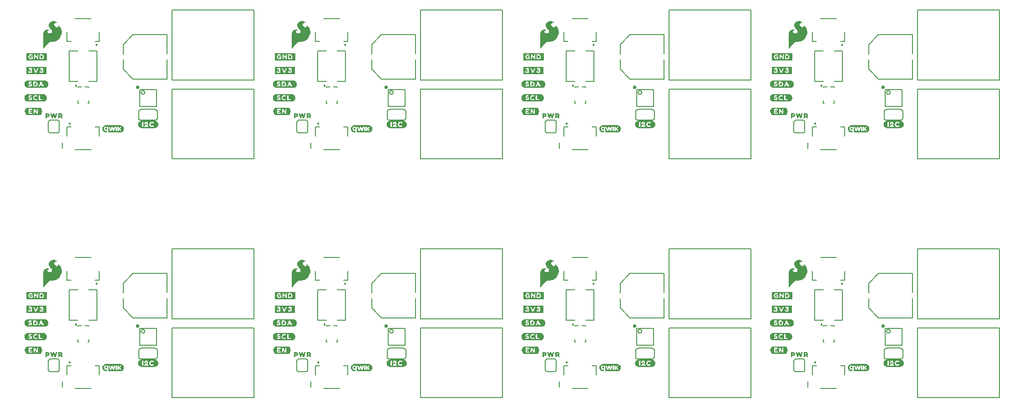
<source format=gto>
G04 EAGLE Gerber RS-274X export*
G75*
%MOMM*%
%FSLAX34Y34*%
%LPD*%
%INSilkscreen Top*%
%IPPOS*%
%AMOC8*
5,1,8,0,0,1.08239X$1,22.5*%
G01*
%ADD10C,0.203200*%
%ADD11C,0.127000*%

G36*
X1439885Y129330D02*
X1439885Y129330D01*
X1439969Y129333D01*
X1439970Y129333D01*
X1439971Y129333D01*
X1440049Y129376D01*
X1440122Y129415D01*
X1440122Y129416D01*
X1440123Y129416D01*
X1440127Y129422D01*
X1440210Y129530D01*
X1440283Y129675D01*
X1440639Y130031D01*
X1440646Y130042D01*
X1440659Y130053D01*
X1441259Y130753D01*
X1441263Y130760D01*
X1441270Y130767D01*
X1441962Y131656D01*
X1442853Y132646D01*
X1442856Y132651D01*
X1442862Y132657D01*
X1443857Y133850D01*
X1444950Y135043D01*
X1446149Y136341D01*
X1447449Y137741D01*
X1447453Y137748D01*
X1447460Y137754D01*
X1448550Y139042D01*
X1449632Y140124D01*
X1450607Y141002D01*
X1451559Y141668D01*
X1452600Y142141D01*
X1453621Y142420D01*
X1457470Y142420D01*
X1457490Y142425D01*
X1457517Y142423D01*
X1459917Y142723D01*
X1459939Y142731D01*
X1459970Y142733D01*
X1462170Y143333D01*
X1462193Y143345D01*
X1462226Y143353D01*
X1464226Y144253D01*
X1464245Y144267D01*
X1464273Y144279D01*
X1466173Y145479D01*
X1466184Y145489D01*
X1466201Y145498D01*
X1467901Y146798D01*
X1467918Y146819D01*
X1467947Y146840D01*
X1469447Y148440D01*
X1469455Y148454D01*
X1469470Y148467D01*
X1470870Y150267D01*
X1470883Y150294D01*
X1470908Y150326D01*
X1472808Y154026D01*
X1472816Y154057D01*
X1472836Y154098D01*
X1473836Y157698D01*
X1473838Y157732D01*
X1473850Y157778D01*
X1474050Y161278D01*
X1474044Y161310D01*
X1474046Y161357D01*
X1473546Y164657D01*
X1473535Y164686D01*
X1473528Y164728D01*
X1472528Y167528D01*
X1472514Y167549D01*
X1472504Y167581D01*
X1471204Y169981D01*
X1471178Y170010D01*
X1471139Y170069D01*
X1469439Y171769D01*
X1469409Y171787D01*
X1469372Y171822D01*
X1467772Y172822D01*
X1467706Y172845D01*
X1467642Y172873D01*
X1467625Y172873D01*
X1467608Y172878D01*
X1467539Y172869D01*
X1467469Y172867D01*
X1467454Y172858D01*
X1467436Y172856D01*
X1467378Y172817D01*
X1467317Y172784D01*
X1467307Y172769D01*
X1467292Y172759D01*
X1467257Y172699D01*
X1467217Y172642D01*
X1467214Y172623D01*
X1467206Y172609D01*
X1467203Y172570D01*
X1467190Y172500D01*
X1467190Y171900D01*
X1467197Y171870D01*
X1467197Y171825D01*
X1467283Y171394D01*
X1467107Y170334D01*
X1466868Y169936D01*
X1466453Y169521D01*
X1465892Y169280D01*
X1465323Y169280D01*
X1464008Y169656D01*
X1463267Y170027D01*
X1461905Y171000D01*
X1461228Y171579D01*
X1460769Y172038D01*
X1460292Y172802D01*
X1460289Y172805D01*
X1460286Y172811D01*
X1459919Y173362D01*
X1459742Y173984D01*
X1459655Y174500D01*
X1459738Y174997D01*
X1459917Y175444D01*
X1460192Y175994D01*
X1460546Y176436D01*
X1461284Y177082D01*
X1461662Y177271D01*
X1462003Y177441D01*
X1462737Y177625D01*
X1463591Y177720D01*
X1464823Y177720D01*
X1465178Y177631D01*
X1465214Y177631D01*
X1465270Y177620D01*
X1465370Y177620D01*
X1465431Y177634D01*
X1465494Y177640D01*
X1465515Y177654D01*
X1465539Y177659D01*
X1465587Y177699D01*
X1465640Y177733D01*
X1465653Y177754D01*
X1465672Y177769D01*
X1465698Y177827D01*
X1465731Y177880D01*
X1465733Y177905D01*
X1465743Y177928D01*
X1465741Y177990D01*
X1465747Y178053D01*
X1465738Y178076D01*
X1465737Y178101D01*
X1465707Y178156D01*
X1465684Y178215D01*
X1465664Y178234D01*
X1465654Y178253D01*
X1465623Y178274D01*
X1465581Y178316D01*
X1465287Y178513D01*
X1464591Y179009D01*
X1464576Y179015D01*
X1464562Y179028D01*
X1463362Y179728D01*
X1463338Y179736D01*
X1463311Y179753D01*
X1461811Y180353D01*
X1461793Y180356D01*
X1461772Y180366D01*
X1459972Y180866D01*
X1459938Y180868D01*
X1459889Y180880D01*
X1457889Y180980D01*
X1457851Y180973D01*
X1457786Y180971D01*
X1455586Y180471D01*
X1455552Y180454D01*
X1455494Y180437D01*
X1453194Y179237D01*
X1453169Y179216D01*
X1453128Y179194D01*
X1451428Y177794D01*
X1451405Y177763D01*
X1451357Y177715D01*
X1450257Y176115D01*
X1450243Y176080D01*
X1450211Y176027D01*
X1449611Y174327D01*
X1449608Y174292D01*
X1449606Y174281D01*
X1449597Y174262D01*
X1449598Y174240D01*
X1449590Y174200D01*
X1449590Y172500D01*
X1449599Y172462D01*
X1449605Y172393D01*
X1450105Y170693D01*
X1450119Y170668D01*
X1450130Y170630D01*
X1451030Y168830D01*
X1451049Y168807D01*
X1451068Y168769D01*
X1452368Y167069D01*
X1452385Y167055D01*
X1452401Y167031D01*
X1454092Y165341D01*
X1455348Y163891D01*
X1455990Y162516D01*
X1455990Y161257D01*
X1455631Y160092D01*
X1454819Y159190D01*
X1453709Y158449D01*
X1452417Y158080D01*
X1450921Y158080D01*
X1449881Y158364D01*
X1449061Y158637D01*
X1448428Y159179D01*
X1447883Y159725D01*
X1447626Y160238D01*
X1447450Y160853D01*
X1447450Y161438D01*
X1447611Y161921D01*
X1447858Y162250D01*
X1448224Y162616D01*
X1448703Y162999D01*
X1449058Y163266D01*
X1449511Y163447D01*
X1449523Y163455D01*
X1449540Y163460D01*
X1449784Y163582D01*
X1450140Y163760D01*
X1450169Y163784D01*
X1450239Y163831D01*
X1450339Y163931D01*
X1450352Y163953D01*
X1450372Y163969D01*
X1450398Y164026D01*
X1450430Y164078D01*
X1450433Y164104D01*
X1450443Y164128D01*
X1450441Y164189D01*
X1450447Y164251D01*
X1450438Y164275D01*
X1450437Y164301D01*
X1450407Y164355D01*
X1450385Y164413D01*
X1450366Y164430D01*
X1450354Y164453D01*
X1450304Y164488D01*
X1450258Y164530D01*
X1450233Y164538D01*
X1450212Y164553D01*
X1450128Y164569D01*
X1450092Y164580D01*
X1450082Y164578D01*
X1450070Y164580D01*
X1450032Y164580D01*
X1449801Y164657D01*
X1449311Y164853D01*
X1449276Y164858D01*
X1449224Y164876D01*
X1448524Y164976D01*
X1448500Y164974D01*
X1448470Y164980D01*
X1446670Y164980D01*
X1446640Y164973D01*
X1446595Y164973D01*
X1445595Y164773D01*
X1445585Y164768D01*
X1445570Y164767D01*
X1444470Y164467D01*
X1444453Y164458D01*
X1444429Y164453D01*
X1443429Y164053D01*
X1443402Y164034D01*
X1443359Y164016D01*
X1442459Y163416D01*
X1442438Y163394D01*
X1442401Y163369D01*
X1441601Y162569D01*
X1441590Y162551D01*
X1441570Y162533D01*
X1440870Y161633D01*
X1440859Y161609D01*
X1440836Y161582D01*
X1440236Y160482D01*
X1440227Y160449D01*
X1440204Y160404D01*
X1439804Y159004D01*
X1439803Y158979D01*
X1439793Y158947D01*
X1439593Y157347D01*
X1439594Y157335D01*
X1439590Y157320D01*
X1439490Y155420D01*
X1439492Y155411D01*
X1439490Y155400D01*
X1439490Y129700D01*
X1439510Y129615D01*
X1439529Y129533D01*
X1439529Y129532D01*
X1439529Y129531D01*
X1439586Y129463D01*
X1439638Y129399D01*
X1439639Y129398D01*
X1439717Y129363D01*
X1439796Y129327D01*
X1439797Y129327D01*
X1439798Y129327D01*
X1439885Y129330D01*
G37*
G36*
X977605Y129330D02*
X977605Y129330D01*
X977689Y129333D01*
X977690Y129333D01*
X977691Y129333D01*
X977769Y129376D01*
X977842Y129415D01*
X977842Y129416D01*
X977843Y129416D01*
X977847Y129422D01*
X977930Y129530D01*
X978003Y129675D01*
X978359Y130031D01*
X978366Y130042D01*
X978379Y130053D01*
X978979Y130753D01*
X978983Y130760D01*
X978990Y130767D01*
X979682Y131656D01*
X980573Y132646D01*
X980576Y132651D01*
X980582Y132657D01*
X981577Y133850D01*
X982670Y135043D01*
X983869Y136341D01*
X985169Y137741D01*
X985173Y137748D01*
X985180Y137754D01*
X986270Y139042D01*
X987352Y140124D01*
X988327Y141002D01*
X989279Y141668D01*
X990320Y142141D01*
X991341Y142420D01*
X995190Y142420D01*
X995210Y142425D01*
X995237Y142423D01*
X997637Y142723D01*
X997659Y142731D01*
X997690Y142733D01*
X999890Y143333D01*
X999913Y143345D01*
X999946Y143353D01*
X1001946Y144253D01*
X1001965Y144267D01*
X1001993Y144279D01*
X1003893Y145479D01*
X1003904Y145489D01*
X1003921Y145498D01*
X1005621Y146798D01*
X1005638Y146819D01*
X1005667Y146840D01*
X1007167Y148440D01*
X1007175Y148454D01*
X1007190Y148467D01*
X1008590Y150267D01*
X1008603Y150294D01*
X1008628Y150326D01*
X1010528Y154026D01*
X1010536Y154057D01*
X1010556Y154098D01*
X1011556Y157698D01*
X1011558Y157732D01*
X1011570Y157778D01*
X1011770Y161278D01*
X1011764Y161310D01*
X1011766Y161357D01*
X1011266Y164657D01*
X1011255Y164686D01*
X1011248Y164728D01*
X1010248Y167528D01*
X1010234Y167549D01*
X1010224Y167581D01*
X1008924Y169981D01*
X1008898Y170010D01*
X1008859Y170069D01*
X1007159Y171769D01*
X1007129Y171787D01*
X1007092Y171822D01*
X1005492Y172822D01*
X1005426Y172845D01*
X1005362Y172873D01*
X1005345Y172873D01*
X1005328Y172878D01*
X1005259Y172869D01*
X1005189Y172867D01*
X1005174Y172858D01*
X1005156Y172856D01*
X1005098Y172817D01*
X1005037Y172784D01*
X1005027Y172769D01*
X1005012Y172759D01*
X1004977Y172699D01*
X1004937Y172642D01*
X1004934Y172623D01*
X1004926Y172609D01*
X1004923Y172570D01*
X1004910Y172500D01*
X1004910Y171900D01*
X1004917Y171870D01*
X1004917Y171825D01*
X1005003Y171394D01*
X1004827Y170334D01*
X1004588Y169936D01*
X1004173Y169521D01*
X1003612Y169280D01*
X1003043Y169280D01*
X1001728Y169656D01*
X1000987Y170027D01*
X999625Y171000D01*
X998948Y171579D01*
X998489Y172038D01*
X998012Y172802D01*
X998009Y172805D01*
X998006Y172811D01*
X997639Y173362D01*
X997462Y173984D01*
X997375Y174500D01*
X997458Y174997D01*
X997637Y175444D01*
X997912Y175994D01*
X998266Y176436D01*
X999004Y177082D01*
X999382Y177271D01*
X999723Y177441D01*
X1000457Y177625D01*
X1001311Y177720D01*
X1002543Y177720D01*
X1002898Y177631D01*
X1002934Y177631D01*
X1002990Y177620D01*
X1003090Y177620D01*
X1003151Y177634D01*
X1003214Y177640D01*
X1003235Y177654D01*
X1003259Y177659D01*
X1003307Y177699D01*
X1003360Y177733D01*
X1003373Y177754D01*
X1003392Y177769D01*
X1003418Y177827D01*
X1003451Y177880D01*
X1003453Y177905D01*
X1003463Y177928D01*
X1003461Y177990D01*
X1003467Y178053D01*
X1003458Y178076D01*
X1003457Y178101D01*
X1003427Y178156D01*
X1003404Y178215D01*
X1003384Y178234D01*
X1003374Y178253D01*
X1003343Y178274D01*
X1003301Y178316D01*
X1003007Y178513D01*
X1002311Y179009D01*
X1002296Y179015D01*
X1002282Y179028D01*
X1001082Y179728D01*
X1001058Y179736D01*
X1001031Y179753D01*
X999531Y180353D01*
X999513Y180356D01*
X999492Y180366D01*
X997692Y180866D01*
X997658Y180868D01*
X997609Y180880D01*
X995609Y180980D01*
X995571Y180973D01*
X995506Y180971D01*
X993306Y180471D01*
X993272Y180454D01*
X993214Y180437D01*
X990914Y179237D01*
X990889Y179216D01*
X990848Y179194D01*
X989148Y177794D01*
X989125Y177763D01*
X989077Y177715D01*
X987977Y176115D01*
X987963Y176080D01*
X987931Y176027D01*
X987331Y174327D01*
X987328Y174292D01*
X987326Y174281D01*
X987317Y174262D01*
X987318Y174240D01*
X987310Y174200D01*
X987310Y172500D01*
X987319Y172462D01*
X987325Y172393D01*
X987825Y170693D01*
X987839Y170668D01*
X987850Y170630D01*
X988750Y168830D01*
X988769Y168807D01*
X988788Y168769D01*
X990088Y167069D01*
X990105Y167055D01*
X990121Y167031D01*
X991812Y165341D01*
X993068Y163891D01*
X993710Y162516D01*
X993710Y161257D01*
X993351Y160092D01*
X992539Y159190D01*
X991429Y158449D01*
X990137Y158080D01*
X988641Y158080D01*
X987601Y158364D01*
X986781Y158637D01*
X986148Y159179D01*
X985603Y159725D01*
X985346Y160238D01*
X985170Y160853D01*
X985170Y161438D01*
X985331Y161921D01*
X985578Y162250D01*
X985944Y162616D01*
X986423Y162999D01*
X986778Y163266D01*
X987231Y163447D01*
X987243Y163455D01*
X987260Y163460D01*
X987504Y163582D01*
X987860Y163760D01*
X987889Y163784D01*
X987959Y163831D01*
X988059Y163931D01*
X988072Y163953D01*
X988092Y163969D01*
X988118Y164026D01*
X988150Y164078D01*
X988153Y164104D01*
X988163Y164128D01*
X988161Y164189D01*
X988167Y164251D01*
X988158Y164275D01*
X988157Y164301D01*
X988127Y164355D01*
X988105Y164413D01*
X988086Y164430D01*
X988074Y164453D01*
X988024Y164488D01*
X987978Y164530D01*
X987953Y164538D01*
X987932Y164553D01*
X987848Y164569D01*
X987812Y164580D01*
X987802Y164578D01*
X987790Y164580D01*
X987752Y164580D01*
X987521Y164657D01*
X987031Y164853D01*
X986996Y164858D01*
X986944Y164876D01*
X986244Y164976D01*
X986220Y164974D01*
X986190Y164980D01*
X984390Y164980D01*
X984360Y164973D01*
X984315Y164973D01*
X983315Y164773D01*
X983305Y164768D01*
X983290Y164767D01*
X982190Y164467D01*
X982173Y164458D01*
X982149Y164453D01*
X981149Y164053D01*
X981122Y164034D01*
X981079Y164016D01*
X980179Y163416D01*
X980158Y163394D01*
X980121Y163369D01*
X979321Y162569D01*
X979310Y162551D01*
X979290Y162533D01*
X978590Y161633D01*
X978579Y161609D01*
X978556Y161582D01*
X977956Y160482D01*
X977947Y160449D01*
X977924Y160404D01*
X977524Y159004D01*
X977523Y158979D01*
X977513Y158947D01*
X977313Y157347D01*
X977314Y157335D01*
X977310Y157320D01*
X977210Y155420D01*
X977212Y155411D01*
X977210Y155400D01*
X977210Y129700D01*
X977230Y129615D01*
X977249Y129533D01*
X977249Y129532D01*
X977249Y129531D01*
X977306Y129463D01*
X977358Y129399D01*
X977359Y129398D01*
X977437Y129363D01*
X977516Y129327D01*
X977517Y129327D01*
X977518Y129327D01*
X977605Y129330D01*
G37*
G36*
X515325Y129330D02*
X515325Y129330D01*
X515409Y129333D01*
X515410Y129333D01*
X515411Y129333D01*
X515489Y129376D01*
X515562Y129415D01*
X515562Y129416D01*
X515563Y129416D01*
X515567Y129422D01*
X515650Y129530D01*
X515723Y129675D01*
X516079Y130031D01*
X516086Y130042D01*
X516099Y130053D01*
X516699Y130753D01*
X516703Y130760D01*
X516710Y130767D01*
X517402Y131656D01*
X518293Y132646D01*
X518296Y132651D01*
X518302Y132657D01*
X519297Y133850D01*
X520390Y135043D01*
X521589Y136341D01*
X522889Y137741D01*
X522893Y137748D01*
X522900Y137754D01*
X523990Y139042D01*
X525072Y140124D01*
X526047Y141002D01*
X526999Y141668D01*
X528040Y142141D01*
X529061Y142420D01*
X532910Y142420D01*
X532930Y142425D01*
X532957Y142423D01*
X535357Y142723D01*
X535379Y142731D01*
X535410Y142733D01*
X537610Y143333D01*
X537633Y143345D01*
X537666Y143353D01*
X539666Y144253D01*
X539685Y144267D01*
X539713Y144279D01*
X541613Y145479D01*
X541624Y145489D01*
X541641Y145498D01*
X543341Y146798D01*
X543358Y146819D01*
X543387Y146840D01*
X544887Y148440D01*
X544895Y148454D01*
X544910Y148467D01*
X546310Y150267D01*
X546323Y150294D01*
X546348Y150326D01*
X548248Y154026D01*
X548256Y154057D01*
X548276Y154098D01*
X549276Y157698D01*
X549278Y157732D01*
X549290Y157778D01*
X549490Y161278D01*
X549484Y161310D01*
X549486Y161357D01*
X548986Y164657D01*
X548975Y164686D01*
X548968Y164728D01*
X547968Y167528D01*
X547954Y167549D01*
X547944Y167581D01*
X546644Y169981D01*
X546618Y170010D01*
X546579Y170069D01*
X544879Y171769D01*
X544849Y171787D01*
X544812Y171822D01*
X543212Y172822D01*
X543146Y172845D01*
X543082Y172873D01*
X543065Y172873D01*
X543048Y172878D01*
X542979Y172869D01*
X542909Y172867D01*
X542894Y172858D01*
X542876Y172856D01*
X542818Y172817D01*
X542757Y172784D01*
X542747Y172769D01*
X542732Y172759D01*
X542697Y172699D01*
X542657Y172642D01*
X542654Y172623D01*
X542646Y172609D01*
X542643Y172570D01*
X542630Y172500D01*
X542630Y171900D01*
X542637Y171870D01*
X542637Y171825D01*
X542723Y171394D01*
X542547Y170334D01*
X542308Y169936D01*
X541893Y169521D01*
X541332Y169280D01*
X540763Y169280D01*
X539448Y169656D01*
X538707Y170027D01*
X537345Y171000D01*
X536668Y171579D01*
X536209Y172038D01*
X535732Y172802D01*
X535729Y172805D01*
X535726Y172811D01*
X535359Y173362D01*
X535182Y173984D01*
X535095Y174500D01*
X535178Y174997D01*
X535357Y175444D01*
X535632Y175994D01*
X535986Y176436D01*
X536724Y177082D01*
X537102Y177271D01*
X537443Y177441D01*
X538177Y177625D01*
X539031Y177720D01*
X540263Y177720D01*
X540618Y177631D01*
X540654Y177631D01*
X540710Y177620D01*
X540810Y177620D01*
X540871Y177634D01*
X540934Y177640D01*
X540955Y177654D01*
X540979Y177659D01*
X541027Y177699D01*
X541080Y177733D01*
X541093Y177754D01*
X541112Y177769D01*
X541138Y177827D01*
X541171Y177880D01*
X541173Y177905D01*
X541183Y177928D01*
X541181Y177990D01*
X541187Y178053D01*
X541178Y178076D01*
X541177Y178101D01*
X541147Y178156D01*
X541124Y178215D01*
X541104Y178234D01*
X541094Y178253D01*
X541063Y178274D01*
X541021Y178316D01*
X540727Y178513D01*
X540031Y179009D01*
X540016Y179015D01*
X540002Y179028D01*
X538802Y179728D01*
X538778Y179736D01*
X538751Y179753D01*
X537251Y180353D01*
X537233Y180356D01*
X537212Y180366D01*
X535412Y180866D01*
X535378Y180868D01*
X535329Y180880D01*
X533329Y180980D01*
X533291Y180973D01*
X533226Y180971D01*
X531026Y180471D01*
X530992Y180454D01*
X530934Y180437D01*
X528634Y179237D01*
X528609Y179216D01*
X528568Y179194D01*
X526868Y177794D01*
X526845Y177763D01*
X526797Y177715D01*
X525697Y176115D01*
X525683Y176080D01*
X525651Y176027D01*
X525051Y174327D01*
X525048Y174292D01*
X525046Y174281D01*
X525037Y174262D01*
X525038Y174240D01*
X525030Y174200D01*
X525030Y172500D01*
X525039Y172462D01*
X525045Y172393D01*
X525545Y170693D01*
X525559Y170668D01*
X525570Y170630D01*
X526470Y168830D01*
X526489Y168807D01*
X526508Y168769D01*
X527808Y167069D01*
X527825Y167055D01*
X527841Y167031D01*
X529532Y165341D01*
X530788Y163891D01*
X531430Y162516D01*
X531430Y161257D01*
X531071Y160092D01*
X530259Y159190D01*
X529149Y158449D01*
X527857Y158080D01*
X526361Y158080D01*
X525321Y158364D01*
X524501Y158637D01*
X523868Y159179D01*
X523323Y159725D01*
X523066Y160238D01*
X522890Y160853D01*
X522890Y161438D01*
X523051Y161921D01*
X523298Y162250D01*
X523664Y162616D01*
X524143Y162999D01*
X524498Y163266D01*
X524951Y163447D01*
X524963Y163455D01*
X524980Y163460D01*
X525224Y163582D01*
X525580Y163760D01*
X525609Y163784D01*
X525679Y163831D01*
X525779Y163931D01*
X525792Y163953D01*
X525812Y163969D01*
X525838Y164026D01*
X525870Y164078D01*
X525873Y164104D01*
X525883Y164128D01*
X525881Y164189D01*
X525887Y164251D01*
X525878Y164275D01*
X525877Y164301D01*
X525847Y164355D01*
X525825Y164413D01*
X525806Y164430D01*
X525794Y164453D01*
X525744Y164488D01*
X525698Y164530D01*
X525673Y164538D01*
X525652Y164553D01*
X525568Y164569D01*
X525532Y164580D01*
X525522Y164578D01*
X525510Y164580D01*
X525472Y164580D01*
X525241Y164657D01*
X524751Y164853D01*
X524716Y164858D01*
X524664Y164876D01*
X523964Y164976D01*
X523940Y164974D01*
X523910Y164980D01*
X522110Y164980D01*
X522080Y164973D01*
X522035Y164973D01*
X521035Y164773D01*
X521025Y164768D01*
X521010Y164767D01*
X519910Y164467D01*
X519893Y164458D01*
X519869Y164453D01*
X518869Y164053D01*
X518842Y164034D01*
X518799Y164016D01*
X517899Y163416D01*
X517878Y163394D01*
X517841Y163369D01*
X517041Y162569D01*
X517030Y162551D01*
X517010Y162533D01*
X516310Y161633D01*
X516299Y161609D01*
X516276Y161582D01*
X515676Y160482D01*
X515667Y160449D01*
X515644Y160404D01*
X515244Y159004D01*
X515243Y158979D01*
X515233Y158947D01*
X515033Y157347D01*
X515034Y157335D01*
X515030Y157320D01*
X514930Y155420D01*
X514932Y155411D01*
X514930Y155400D01*
X514930Y129700D01*
X514950Y129615D01*
X514969Y129533D01*
X514969Y129532D01*
X514969Y129531D01*
X515026Y129463D01*
X515078Y129399D01*
X515079Y129398D01*
X515157Y129363D01*
X515236Y129327D01*
X515237Y129327D01*
X515238Y129327D01*
X515325Y129330D01*
G37*
G36*
X1439885Y573830D02*
X1439885Y573830D01*
X1439969Y573833D01*
X1439970Y573833D01*
X1439971Y573833D01*
X1440049Y573876D01*
X1440122Y573915D01*
X1440122Y573916D01*
X1440123Y573916D01*
X1440127Y573922D01*
X1440210Y574030D01*
X1440283Y574175D01*
X1440639Y574531D01*
X1440646Y574542D01*
X1440659Y574553D01*
X1441259Y575253D01*
X1441263Y575260D01*
X1441270Y575267D01*
X1441962Y576156D01*
X1442853Y577146D01*
X1442856Y577151D01*
X1442862Y577157D01*
X1443857Y578350D01*
X1444950Y579543D01*
X1446149Y580841D01*
X1447449Y582241D01*
X1447453Y582248D01*
X1447460Y582254D01*
X1448550Y583542D01*
X1449632Y584624D01*
X1450607Y585502D01*
X1451559Y586168D01*
X1452599Y586641D01*
X1453621Y586920D01*
X1457470Y586920D01*
X1457490Y586925D01*
X1457517Y586923D01*
X1459917Y587223D01*
X1459939Y587231D01*
X1459970Y587233D01*
X1462170Y587833D01*
X1462193Y587845D01*
X1462226Y587853D01*
X1464226Y588753D01*
X1464245Y588767D01*
X1464273Y588779D01*
X1466173Y589979D01*
X1466184Y589989D01*
X1466201Y589998D01*
X1467901Y591298D01*
X1467918Y591319D01*
X1467947Y591340D01*
X1469447Y592940D01*
X1469455Y592954D01*
X1469470Y592967D01*
X1470870Y594767D01*
X1470883Y594794D01*
X1470908Y594826D01*
X1472808Y598526D01*
X1472816Y598557D01*
X1472836Y598598D01*
X1473836Y602198D01*
X1473838Y602232D01*
X1473850Y602278D01*
X1474050Y605778D01*
X1474044Y605810D01*
X1474046Y605857D01*
X1473546Y609157D01*
X1473535Y609186D01*
X1473528Y609228D01*
X1472528Y612028D01*
X1472514Y612049D01*
X1472504Y612081D01*
X1471204Y614481D01*
X1471178Y614510D01*
X1471139Y614569D01*
X1469439Y616269D01*
X1469409Y616287D01*
X1469372Y616322D01*
X1467772Y617322D01*
X1467706Y617345D01*
X1467642Y617373D01*
X1467625Y617373D01*
X1467608Y617378D01*
X1467539Y617369D01*
X1467469Y617367D01*
X1467454Y617358D01*
X1467436Y617356D01*
X1467378Y617317D01*
X1467317Y617284D01*
X1467307Y617269D01*
X1467292Y617259D01*
X1467257Y617199D01*
X1467217Y617142D01*
X1467214Y617123D01*
X1467206Y617109D01*
X1467203Y617070D01*
X1467190Y617000D01*
X1467190Y616400D01*
X1467197Y616370D01*
X1467197Y616325D01*
X1467283Y615894D01*
X1467107Y614834D01*
X1466868Y614436D01*
X1466453Y614021D01*
X1465892Y613780D01*
X1465323Y613780D01*
X1464008Y614156D01*
X1463267Y614527D01*
X1461905Y615500D01*
X1461228Y616079D01*
X1460769Y616538D01*
X1460292Y617302D01*
X1460289Y617305D01*
X1460286Y617311D01*
X1459919Y617862D01*
X1459742Y618484D01*
X1459655Y619000D01*
X1459738Y619497D01*
X1459917Y619944D01*
X1460192Y620494D01*
X1460546Y620936D01*
X1461284Y621582D01*
X1461662Y621771D01*
X1462003Y621941D01*
X1462737Y622125D01*
X1463591Y622220D01*
X1464823Y622220D01*
X1465178Y622131D01*
X1465214Y622131D01*
X1465270Y622120D01*
X1465370Y622120D01*
X1465431Y622134D01*
X1465494Y622140D01*
X1465515Y622154D01*
X1465539Y622159D01*
X1465587Y622199D01*
X1465640Y622233D01*
X1465653Y622254D01*
X1465672Y622269D01*
X1465698Y622327D01*
X1465731Y622380D01*
X1465733Y622405D01*
X1465743Y622428D01*
X1465741Y622490D01*
X1465747Y622553D01*
X1465738Y622576D01*
X1465737Y622601D01*
X1465707Y622656D01*
X1465684Y622715D01*
X1465664Y622734D01*
X1465654Y622753D01*
X1465623Y622774D01*
X1465581Y622816D01*
X1465287Y623013D01*
X1464591Y623509D01*
X1464576Y623515D01*
X1464562Y623528D01*
X1463362Y624228D01*
X1463338Y624236D01*
X1463311Y624253D01*
X1461811Y624853D01*
X1461793Y624856D01*
X1461772Y624866D01*
X1459972Y625366D01*
X1459938Y625368D01*
X1459889Y625380D01*
X1457889Y625480D01*
X1457851Y625473D01*
X1457786Y625471D01*
X1455586Y624971D01*
X1455552Y624954D01*
X1455494Y624937D01*
X1453194Y623737D01*
X1453169Y623716D01*
X1453128Y623694D01*
X1451428Y622294D01*
X1451405Y622263D01*
X1451357Y622215D01*
X1450257Y620615D01*
X1450243Y620580D01*
X1450211Y620527D01*
X1449611Y618827D01*
X1449608Y618792D01*
X1449606Y618781D01*
X1449597Y618762D01*
X1449598Y618740D01*
X1449590Y618700D01*
X1449590Y617000D01*
X1449599Y616962D01*
X1449605Y616893D01*
X1450105Y615193D01*
X1450119Y615168D01*
X1450130Y615130D01*
X1451030Y613330D01*
X1451049Y613307D01*
X1451068Y613269D01*
X1452368Y611569D01*
X1452385Y611555D01*
X1452401Y611531D01*
X1454092Y609841D01*
X1455348Y608391D01*
X1455990Y607016D01*
X1455990Y605757D01*
X1455631Y604592D01*
X1454819Y603690D01*
X1453709Y602949D01*
X1452417Y602580D01*
X1450921Y602580D01*
X1449881Y602864D01*
X1449061Y603137D01*
X1448428Y603679D01*
X1447883Y604225D01*
X1447626Y604738D01*
X1447450Y605353D01*
X1447450Y605938D01*
X1447611Y606421D01*
X1447858Y606750D01*
X1448224Y607116D01*
X1448703Y607499D01*
X1449058Y607766D01*
X1449511Y607947D01*
X1449523Y607955D01*
X1449540Y607960D01*
X1449784Y608082D01*
X1450140Y608260D01*
X1450169Y608284D01*
X1450239Y608331D01*
X1450339Y608431D01*
X1450352Y608453D01*
X1450372Y608469D01*
X1450398Y608526D01*
X1450430Y608578D01*
X1450433Y608604D01*
X1450443Y608628D01*
X1450441Y608689D01*
X1450447Y608751D01*
X1450438Y608775D01*
X1450437Y608801D01*
X1450407Y608855D01*
X1450385Y608913D01*
X1450366Y608930D01*
X1450354Y608953D01*
X1450304Y608988D01*
X1450258Y609030D01*
X1450233Y609038D01*
X1450212Y609053D01*
X1450128Y609069D01*
X1450092Y609080D01*
X1450082Y609078D01*
X1450070Y609080D01*
X1450032Y609080D01*
X1449801Y609157D01*
X1449311Y609353D01*
X1449276Y609358D01*
X1449224Y609376D01*
X1448524Y609476D01*
X1448500Y609474D01*
X1448470Y609480D01*
X1446670Y609480D01*
X1446640Y609473D01*
X1446595Y609473D01*
X1445595Y609273D01*
X1445585Y609268D01*
X1445570Y609267D01*
X1444470Y608967D01*
X1444453Y608958D01*
X1444429Y608953D01*
X1443429Y608553D01*
X1443402Y608534D01*
X1443359Y608516D01*
X1442459Y607916D01*
X1442438Y607894D01*
X1442401Y607869D01*
X1441601Y607069D01*
X1441590Y607051D01*
X1441570Y607033D01*
X1440870Y606133D01*
X1440859Y606109D01*
X1440836Y606082D01*
X1440236Y604982D01*
X1440227Y604949D01*
X1440204Y604904D01*
X1439804Y603504D01*
X1439803Y603479D01*
X1439793Y603447D01*
X1439593Y601847D01*
X1439594Y601835D01*
X1439590Y601820D01*
X1439490Y599920D01*
X1439492Y599911D01*
X1439490Y599900D01*
X1439490Y574200D01*
X1439510Y574115D01*
X1439529Y574033D01*
X1439529Y574032D01*
X1439529Y574031D01*
X1439586Y573963D01*
X1439638Y573899D01*
X1439639Y573898D01*
X1439717Y573863D01*
X1439796Y573827D01*
X1439797Y573827D01*
X1439798Y573827D01*
X1439885Y573830D01*
G37*
G36*
X515325Y573830D02*
X515325Y573830D01*
X515409Y573833D01*
X515410Y573833D01*
X515411Y573833D01*
X515489Y573876D01*
X515562Y573915D01*
X515562Y573916D01*
X515563Y573916D01*
X515567Y573922D01*
X515650Y574030D01*
X515723Y574175D01*
X516079Y574531D01*
X516086Y574542D01*
X516099Y574553D01*
X516699Y575253D01*
X516703Y575260D01*
X516710Y575267D01*
X517402Y576156D01*
X518293Y577146D01*
X518296Y577151D01*
X518302Y577157D01*
X519297Y578350D01*
X520390Y579543D01*
X521589Y580841D01*
X522889Y582241D01*
X522893Y582248D01*
X522900Y582254D01*
X523990Y583542D01*
X525072Y584624D01*
X526047Y585502D01*
X526999Y586168D01*
X528039Y586641D01*
X529061Y586920D01*
X532910Y586920D01*
X532930Y586925D01*
X532957Y586923D01*
X535357Y587223D01*
X535379Y587231D01*
X535410Y587233D01*
X537610Y587833D01*
X537633Y587845D01*
X537666Y587853D01*
X539666Y588753D01*
X539685Y588767D01*
X539713Y588779D01*
X541613Y589979D01*
X541624Y589989D01*
X541641Y589998D01*
X543341Y591298D01*
X543358Y591319D01*
X543387Y591340D01*
X544887Y592940D01*
X544895Y592954D01*
X544910Y592967D01*
X546310Y594767D01*
X546323Y594794D01*
X546348Y594826D01*
X548248Y598526D01*
X548256Y598557D01*
X548276Y598598D01*
X549276Y602198D01*
X549278Y602232D01*
X549290Y602278D01*
X549490Y605778D01*
X549484Y605810D01*
X549486Y605857D01*
X548986Y609157D01*
X548975Y609186D01*
X548968Y609228D01*
X547968Y612028D01*
X547954Y612049D01*
X547944Y612081D01*
X546644Y614481D01*
X546618Y614510D01*
X546579Y614569D01*
X544879Y616269D01*
X544849Y616287D01*
X544812Y616322D01*
X543212Y617322D01*
X543146Y617345D01*
X543082Y617373D01*
X543065Y617373D01*
X543048Y617378D01*
X542979Y617369D01*
X542909Y617367D01*
X542894Y617358D01*
X542876Y617356D01*
X542818Y617317D01*
X542757Y617284D01*
X542747Y617269D01*
X542732Y617259D01*
X542697Y617199D01*
X542657Y617142D01*
X542654Y617123D01*
X542646Y617109D01*
X542643Y617070D01*
X542630Y617000D01*
X542630Y616400D01*
X542637Y616370D01*
X542637Y616325D01*
X542723Y615894D01*
X542547Y614834D01*
X542308Y614436D01*
X541893Y614021D01*
X541332Y613780D01*
X540763Y613780D01*
X539448Y614156D01*
X538707Y614527D01*
X537345Y615500D01*
X536668Y616079D01*
X536209Y616538D01*
X535732Y617302D01*
X535729Y617305D01*
X535726Y617311D01*
X535359Y617862D01*
X535182Y618484D01*
X535095Y619000D01*
X535178Y619497D01*
X535357Y619944D01*
X535632Y620494D01*
X535986Y620936D01*
X536724Y621582D01*
X537102Y621771D01*
X537443Y621941D01*
X538177Y622125D01*
X539031Y622220D01*
X540263Y622220D01*
X540618Y622131D01*
X540654Y622131D01*
X540710Y622120D01*
X540810Y622120D01*
X540871Y622134D01*
X540934Y622140D01*
X540955Y622154D01*
X540979Y622159D01*
X541027Y622199D01*
X541080Y622233D01*
X541093Y622254D01*
X541112Y622269D01*
X541138Y622327D01*
X541171Y622380D01*
X541173Y622405D01*
X541183Y622428D01*
X541181Y622490D01*
X541187Y622553D01*
X541178Y622576D01*
X541177Y622601D01*
X541147Y622656D01*
X541124Y622715D01*
X541104Y622734D01*
X541094Y622753D01*
X541063Y622774D01*
X541021Y622816D01*
X540727Y623013D01*
X540031Y623509D01*
X540016Y623515D01*
X540002Y623528D01*
X538802Y624228D01*
X538778Y624236D01*
X538751Y624253D01*
X537251Y624853D01*
X537233Y624856D01*
X537212Y624866D01*
X535412Y625366D01*
X535378Y625368D01*
X535329Y625380D01*
X533329Y625480D01*
X533291Y625473D01*
X533226Y625471D01*
X531026Y624971D01*
X530992Y624954D01*
X530934Y624937D01*
X528634Y623737D01*
X528609Y623716D01*
X528568Y623694D01*
X526868Y622294D01*
X526845Y622263D01*
X526797Y622215D01*
X525697Y620615D01*
X525683Y620580D01*
X525651Y620527D01*
X525051Y618827D01*
X525048Y618792D01*
X525046Y618781D01*
X525037Y618762D01*
X525038Y618740D01*
X525030Y618700D01*
X525030Y617000D01*
X525039Y616962D01*
X525045Y616893D01*
X525545Y615193D01*
X525559Y615168D01*
X525570Y615130D01*
X526470Y613330D01*
X526489Y613307D01*
X526508Y613269D01*
X527808Y611569D01*
X527825Y611555D01*
X527841Y611531D01*
X529532Y609841D01*
X530788Y608391D01*
X531430Y607016D01*
X531430Y605757D01*
X531071Y604592D01*
X530259Y603690D01*
X529149Y602949D01*
X527857Y602580D01*
X526361Y602580D01*
X525321Y602864D01*
X524501Y603137D01*
X523868Y603679D01*
X523323Y604225D01*
X523066Y604738D01*
X522890Y605353D01*
X522890Y605938D01*
X523051Y606421D01*
X523298Y606750D01*
X523664Y607116D01*
X524143Y607499D01*
X524498Y607766D01*
X524951Y607947D01*
X524963Y607955D01*
X524980Y607960D01*
X525224Y608082D01*
X525580Y608260D01*
X525609Y608284D01*
X525679Y608331D01*
X525779Y608431D01*
X525792Y608453D01*
X525812Y608469D01*
X525838Y608526D01*
X525870Y608578D01*
X525873Y608604D01*
X525883Y608628D01*
X525881Y608689D01*
X525887Y608751D01*
X525878Y608775D01*
X525877Y608801D01*
X525847Y608855D01*
X525825Y608913D01*
X525806Y608930D01*
X525794Y608953D01*
X525744Y608988D01*
X525698Y609030D01*
X525673Y609038D01*
X525652Y609053D01*
X525568Y609069D01*
X525532Y609080D01*
X525522Y609078D01*
X525510Y609080D01*
X525472Y609080D01*
X525241Y609157D01*
X524751Y609353D01*
X524716Y609358D01*
X524664Y609376D01*
X523964Y609476D01*
X523940Y609474D01*
X523910Y609480D01*
X522110Y609480D01*
X522080Y609473D01*
X522035Y609473D01*
X521035Y609273D01*
X521025Y609268D01*
X521010Y609267D01*
X519910Y608967D01*
X519893Y608958D01*
X519869Y608953D01*
X518869Y608553D01*
X518842Y608534D01*
X518799Y608516D01*
X517899Y607916D01*
X517878Y607894D01*
X517841Y607869D01*
X517041Y607069D01*
X517030Y607051D01*
X517010Y607033D01*
X516310Y606133D01*
X516299Y606109D01*
X516276Y606082D01*
X515676Y604982D01*
X515667Y604949D01*
X515644Y604904D01*
X515244Y603504D01*
X515243Y603479D01*
X515233Y603447D01*
X515033Y601847D01*
X515034Y601835D01*
X515030Y601820D01*
X514930Y599920D01*
X514932Y599911D01*
X514930Y599900D01*
X514930Y574200D01*
X514950Y574115D01*
X514969Y574033D01*
X514969Y574032D01*
X514969Y574031D01*
X515026Y573963D01*
X515078Y573899D01*
X515079Y573898D01*
X515157Y573863D01*
X515236Y573827D01*
X515237Y573827D01*
X515238Y573827D01*
X515325Y573830D01*
G37*
G36*
X977605Y573830D02*
X977605Y573830D01*
X977689Y573833D01*
X977690Y573833D01*
X977691Y573833D01*
X977769Y573876D01*
X977842Y573915D01*
X977842Y573916D01*
X977843Y573916D01*
X977847Y573922D01*
X977930Y574030D01*
X978003Y574175D01*
X978359Y574531D01*
X978366Y574542D01*
X978379Y574553D01*
X978979Y575253D01*
X978983Y575260D01*
X978990Y575267D01*
X979682Y576156D01*
X980573Y577146D01*
X980576Y577151D01*
X980582Y577157D01*
X981577Y578350D01*
X982670Y579543D01*
X983869Y580841D01*
X985169Y582241D01*
X985173Y582248D01*
X985180Y582254D01*
X986270Y583542D01*
X987352Y584624D01*
X988327Y585502D01*
X989279Y586168D01*
X990319Y586641D01*
X991341Y586920D01*
X995190Y586920D01*
X995210Y586925D01*
X995237Y586923D01*
X997637Y587223D01*
X997659Y587231D01*
X997690Y587233D01*
X999890Y587833D01*
X999913Y587845D01*
X999946Y587853D01*
X1001946Y588753D01*
X1001965Y588767D01*
X1001993Y588779D01*
X1003893Y589979D01*
X1003904Y589989D01*
X1003921Y589998D01*
X1005621Y591298D01*
X1005638Y591319D01*
X1005667Y591340D01*
X1007167Y592940D01*
X1007175Y592954D01*
X1007190Y592967D01*
X1008590Y594767D01*
X1008603Y594794D01*
X1008628Y594826D01*
X1010528Y598526D01*
X1010536Y598557D01*
X1010556Y598598D01*
X1011556Y602198D01*
X1011558Y602232D01*
X1011570Y602278D01*
X1011770Y605778D01*
X1011764Y605810D01*
X1011766Y605857D01*
X1011266Y609157D01*
X1011255Y609186D01*
X1011248Y609228D01*
X1010248Y612028D01*
X1010234Y612049D01*
X1010224Y612081D01*
X1008924Y614481D01*
X1008898Y614510D01*
X1008859Y614569D01*
X1007159Y616269D01*
X1007129Y616287D01*
X1007092Y616322D01*
X1005492Y617322D01*
X1005426Y617345D01*
X1005362Y617373D01*
X1005345Y617373D01*
X1005328Y617378D01*
X1005259Y617369D01*
X1005189Y617367D01*
X1005174Y617358D01*
X1005156Y617356D01*
X1005098Y617317D01*
X1005037Y617284D01*
X1005027Y617269D01*
X1005012Y617259D01*
X1004977Y617199D01*
X1004937Y617142D01*
X1004934Y617123D01*
X1004926Y617109D01*
X1004923Y617070D01*
X1004910Y617000D01*
X1004910Y616400D01*
X1004917Y616370D01*
X1004917Y616325D01*
X1005003Y615894D01*
X1004827Y614834D01*
X1004588Y614436D01*
X1004173Y614021D01*
X1003612Y613780D01*
X1003043Y613780D01*
X1001728Y614156D01*
X1000987Y614527D01*
X999625Y615500D01*
X998948Y616079D01*
X998489Y616538D01*
X998012Y617302D01*
X998009Y617305D01*
X998006Y617311D01*
X997639Y617862D01*
X997462Y618484D01*
X997375Y619000D01*
X997458Y619497D01*
X997637Y619944D01*
X997912Y620494D01*
X998266Y620936D01*
X999004Y621582D01*
X999382Y621771D01*
X999723Y621941D01*
X1000457Y622125D01*
X1001311Y622220D01*
X1002543Y622220D01*
X1002898Y622131D01*
X1002934Y622131D01*
X1002990Y622120D01*
X1003090Y622120D01*
X1003151Y622134D01*
X1003214Y622140D01*
X1003235Y622154D01*
X1003259Y622159D01*
X1003307Y622199D01*
X1003360Y622233D01*
X1003373Y622254D01*
X1003392Y622269D01*
X1003418Y622327D01*
X1003451Y622380D01*
X1003453Y622405D01*
X1003463Y622428D01*
X1003461Y622490D01*
X1003467Y622553D01*
X1003458Y622576D01*
X1003457Y622601D01*
X1003427Y622656D01*
X1003404Y622715D01*
X1003384Y622734D01*
X1003374Y622753D01*
X1003343Y622774D01*
X1003301Y622816D01*
X1003007Y623013D01*
X1002311Y623509D01*
X1002296Y623515D01*
X1002282Y623528D01*
X1001082Y624228D01*
X1001058Y624236D01*
X1001031Y624253D01*
X999531Y624853D01*
X999513Y624856D01*
X999492Y624866D01*
X997692Y625366D01*
X997658Y625368D01*
X997609Y625380D01*
X995609Y625480D01*
X995571Y625473D01*
X995506Y625471D01*
X993306Y624971D01*
X993272Y624954D01*
X993214Y624937D01*
X990914Y623737D01*
X990889Y623716D01*
X990848Y623694D01*
X989148Y622294D01*
X989125Y622263D01*
X989077Y622215D01*
X987977Y620615D01*
X987963Y620580D01*
X987931Y620527D01*
X987331Y618827D01*
X987328Y618792D01*
X987326Y618781D01*
X987317Y618762D01*
X987318Y618740D01*
X987310Y618700D01*
X987310Y617000D01*
X987319Y616962D01*
X987325Y616893D01*
X987825Y615193D01*
X987839Y615168D01*
X987850Y615130D01*
X988750Y613330D01*
X988769Y613307D01*
X988788Y613269D01*
X990088Y611569D01*
X990105Y611555D01*
X990121Y611531D01*
X991812Y609841D01*
X993068Y608391D01*
X993710Y607016D01*
X993710Y605757D01*
X993351Y604592D01*
X992539Y603690D01*
X991429Y602949D01*
X990137Y602580D01*
X988641Y602580D01*
X987601Y602864D01*
X986781Y603137D01*
X986148Y603679D01*
X985603Y604225D01*
X985346Y604738D01*
X985170Y605353D01*
X985170Y605938D01*
X985331Y606421D01*
X985578Y606750D01*
X985944Y607116D01*
X986423Y607499D01*
X986778Y607766D01*
X987231Y607947D01*
X987243Y607955D01*
X987260Y607960D01*
X987504Y608082D01*
X987860Y608260D01*
X987889Y608284D01*
X987959Y608331D01*
X988059Y608431D01*
X988072Y608453D01*
X988092Y608469D01*
X988118Y608526D01*
X988150Y608578D01*
X988153Y608604D01*
X988163Y608628D01*
X988161Y608689D01*
X988167Y608751D01*
X988158Y608775D01*
X988157Y608801D01*
X988127Y608855D01*
X988105Y608913D01*
X988086Y608930D01*
X988074Y608953D01*
X988024Y608988D01*
X987978Y609030D01*
X987953Y609038D01*
X987932Y609053D01*
X987848Y609069D01*
X987812Y609080D01*
X987802Y609078D01*
X987790Y609080D01*
X987752Y609080D01*
X987521Y609157D01*
X987031Y609353D01*
X986996Y609358D01*
X986944Y609376D01*
X986244Y609476D01*
X986220Y609474D01*
X986190Y609480D01*
X984390Y609480D01*
X984360Y609473D01*
X984315Y609473D01*
X983315Y609273D01*
X983305Y609268D01*
X983290Y609267D01*
X982190Y608967D01*
X982173Y608958D01*
X982149Y608953D01*
X981149Y608553D01*
X981122Y608534D01*
X981079Y608516D01*
X980179Y607916D01*
X980158Y607894D01*
X980121Y607869D01*
X979321Y607069D01*
X979310Y607051D01*
X979290Y607033D01*
X978590Y606133D01*
X978579Y606109D01*
X978556Y606082D01*
X977956Y604982D01*
X977947Y604949D01*
X977924Y604904D01*
X977524Y603504D01*
X977523Y603479D01*
X977513Y603447D01*
X977313Y601847D01*
X977314Y601835D01*
X977310Y601820D01*
X977210Y599920D01*
X977212Y599911D01*
X977210Y599900D01*
X977210Y574200D01*
X977230Y574115D01*
X977249Y574033D01*
X977249Y574032D01*
X977249Y574031D01*
X977306Y573963D01*
X977358Y573899D01*
X977359Y573898D01*
X977437Y573863D01*
X977516Y573827D01*
X977517Y573827D01*
X977518Y573827D01*
X977605Y573830D01*
G37*
G36*
X53045Y573830D02*
X53045Y573830D01*
X53129Y573833D01*
X53130Y573833D01*
X53131Y573833D01*
X53209Y573876D01*
X53282Y573915D01*
X53282Y573916D01*
X53283Y573916D01*
X53287Y573922D01*
X53370Y574030D01*
X53443Y574175D01*
X53799Y574531D01*
X53806Y574542D01*
X53819Y574553D01*
X54419Y575253D01*
X54423Y575260D01*
X54430Y575267D01*
X55122Y576156D01*
X56013Y577146D01*
X56016Y577151D01*
X56022Y577157D01*
X57017Y578350D01*
X58110Y579543D01*
X59309Y580841D01*
X60609Y582241D01*
X60613Y582248D01*
X60620Y582254D01*
X61710Y583542D01*
X62792Y584624D01*
X63767Y585502D01*
X64719Y586168D01*
X65759Y586641D01*
X66781Y586920D01*
X70630Y586920D01*
X70650Y586925D01*
X70677Y586923D01*
X73077Y587223D01*
X73099Y587231D01*
X73130Y587233D01*
X75330Y587833D01*
X75353Y587845D01*
X75386Y587853D01*
X77386Y588753D01*
X77405Y588767D01*
X77433Y588779D01*
X79333Y589979D01*
X79344Y589989D01*
X79361Y589998D01*
X81061Y591298D01*
X81078Y591319D01*
X81107Y591340D01*
X82607Y592940D01*
X82615Y592954D01*
X82630Y592967D01*
X84030Y594767D01*
X84043Y594794D01*
X84068Y594826D01*
X85968Y598526D01*
X85976Y598557D01*
X85996Y598598D01*
X86996Y602198D01*
X86998Y602232D01*
X87010Y602278D01*
X87210Y605778D01*
X87204Y605810D01*
X87206Y605857D01*
X86706Y609157D01*
X86695Y609186D01*
X86688Y609228D01*
X85688Y612028D01*
X85674Y612049D01*
X85664Y612081D01*
X84364Y614481D01*
X84338Y614510D01*
X84299Y614569D01*
X82599Y616269D01*
X82569Y616287D01*
X82532Y616322D01*
X80932Y617322D01*
X80866Y617345D01*
X80802Y617373D01*
X80785Y617373D01*
X80768Y617378D01*
X80699Y617369D01*
X80629Y617367D01*
X80614Y617358D01*
X80596Y617356D01*
X80538Y617317D01*
X80477Y617284D01*
X80467Y617269D01*
X80452Y617259D01*
X80417Y617199D01*
X80377Y617142D01*
X80374Y617123D01*
X80366Y617109D01*
X80363Y617070D01*
X80350Y617000D01*
X80350Y616400D01*
X80357Y616370D01*
X80357Y616325D01*
X80443Y615894D01*
X80267Y614834D01*
X80028Y614436D01*
X79613Y614021D01*
X79052Y613780D01*
X78483Y613780D01*
X77168Y614156D01*
X76427Y614527D01*
X75065Y615500D01*
X74388Y616079D01*
X73929Y616538D01*
X73452Y617302D01*
X73449Y617305D01*
X73446Y617311D01*
X73079Y617862D01*
X72902Y618484D01*
X72815Y619000D01*
X72898Y619497D01*
X73077Y619944D01*
X73352Y620494D01*
X73706Y620936D01*
X74444Y621582D01*
X74822Y621771D01*
X75163Y621941D01*
X75897Y622125D01*
X76751Y622220D01*
X77983Y622220D01*
X78338Y622131D01*
X78374Y622131D01*
X78430Y622120D01*
X78530Y622120D01*
X78591Y622134D01*
X78654Y622140D01*
X78675Y622154D01*
X78699Y622159D01*
X78747Y622199D01*
X78800Y622233D01*
X78813Y622254D01*
X78832Y622269D01*
X78858Y622327D01*
X78891Y622380D01*
X78893Y622405D01*
X78903Y622428D01*
X78901Y622490D01*
X78907Y622553D01*
X78898Y622576D01*
X78897Y622601D01*
X78867Y622656D01*
X78844Y622715D01*
X78824Y622734D01*
X78814Y622753D01*
X78783Y622774D01*
X78741Y622816D01*
X78447Y623013D01*
X77751Y623509D01*
X77736Y623515D01*
X77722Y623528D01*
X76522Y624228D01*
X76498Y624236D01*
X76471Y624253D01*
X74971Y624853D01*
X74953Y624856D01*
X74932Y624866D01*
X73132Y625366D01*
X73098Y625368D01*
X73049Y625380D01*
X71049Y625480D01*
X71011Y625473D01*
X70946Y625471D01*
X68746Y624971D01*
X68712Y624954D01*
X68654Y624937D01*
X66354Y623737D01*
X66329Y623716D01*
X66288Y623694D01*
X64588Y622294D01*
X64565Y622263D01*
X64517Y622215D01*
X63417Y620615D01*
X63403Y620580D01*
X63371Y620527D01*
X62771Y618827D01*
X62768Y618792D01*
X62766Y618781D01*
X62757Y618762D01*
X62758Y618740D01*
X62750Y618700D01*
X62750Y617000D01*
X62759Y616962D01*
X62765Y616893D01*
X63265Y615193D01*
X63279Y615168D01*
X63290Y615130D01*
X64190Y613330D01*
X64209Y613307D01*
X64228Y613269D01*
X65528Y611569D01*
X65545Y611555D01*
X65561Y611531D01*
X67252Y609841D01*
X68508Y608391D01*
X69150Y607016D01*
X69150Y605757D01*
X68791Y604592D01*
X67979Y603690D01*
X66869Y602949D01*
X65577Y602580D01*
X64081Y602580D01*
X63041Y602864D01*
X62221Y603137D01*
X61588Y603679D01*
X61043Y604225D01*
X60786Y604738D01*
X60610Y605353D01*
X60610Y605938D01*
X60771Y606421D01*
X61018Y606750D01*
X61384Y607116D01*
X61863Y607499D01*
X62218Y607766D01*
X62671Y607947D01*
X62683Y607955D01*
X62700Y607960D01*
X62944Y608082D01*
X63300Y608260D01*
X63329Y608284D01*
X63399Y608331D01*
X63499Y608431D01*
X63512Y608453D01*
X63532Y608469D01*
X63558Y608526D01*
X63590Y608578D01*
X63593Y608604D01*
X63603Y608628D01*
X63601Y608689D01*
X63607Y608751D01*
X63598Y608775D01*
X63597Y608801D01*
X63567Y608855D01*
X63545Y608913D01*
X63526Y608930D01*
X63514Y608953D01*
X63464Y608988D01*
X63418Y609030D01*
X63393Y609038D01*
X63372Y609053D01*
X63288Y609069D01*
X63252Y609080D01*
X63242Y609078D01*
X63230Y609080D01*
X63192Y609080D01*
X62961Y609157D01*
X62471Y609353D01*
X62436Y609358D01*
X62384Y609376D01*
X61684Y609476D01*
X61660Y609474D01*
X61630Y609480D01*
X59830Y609480D01*
X59800Y609473D01*
X59755Y609473D01*
X58755Y609273D01*
X58745Y609268D01*
X58730Y609267D01*
X57630Y608967D01*
X57613Y608958D01*
X57589Y608953D01*
X56589Y608553D01*
X56562Y608534D01*
X56519Y608516D01*
X55619Y607916D01*
X55598Y607894D01*
X55561Y607869D01*
X54761Y607069D01*
X54750Y607051D01*
X54730Y607033D01*
X54030Y606133D01*
X54019Y606109D01*
X53996Y606082D01*
X53396Y604982D01*
X53387Y604949D01*
X53364Y604904D01*
X52964Y603504D01*
X52963Y603479D01*
X52953Y603447D01*
X52753Y601847D01*
X52754Y601835D01*
X52750Y601820D01*
X52650Y599920D01*
X52652Y599911D01*
X52650Y599900D01*
X52650Y574200D01*
X52670Y574115D01*
X52689Y574033D01*
X52689Y574032D01*
X52689Y574031D01*
X52746Y573963D01*
X52798Y573899D01*
X52799Y573898D01*
X52877Y573863D01*
X52956Y573827D01*
X52957Y573827D01*
X52958Y573827D01*
X53045Y573830D01*
G37*
G36*
X53045Y129330D02*
X53045Y129330D01*
X53129Y129333D01*
X53130Y129333D01*
X53131Y129333D01*
X53209Y129376D01*
X53282Y129415D01*
X53282Y129416D01*
X53283Y129416D01*
X53287Y129422D01*
X53370Y129530D01*
X53443Y129675D01*
X53799Y130031D01*
X53806Y130042D01*
X53819Y130053D01*
X54419Y130753D01*
X54423Y130760D01*
X54430Y130767D01*
X55122Y131656D01*
X56013Y132646D01*
X56016Y132651D01*
X56022Y132657D01*
X57017Y133850D01*
X58110Y135043D01*
X59309Y136341D01*
X60609Y137741D01*
X60613Y137748D01*
X60620Y137754D01*
X61710Y139042D01*
X62792Y140124D01*
X63767Y141002D01*
X64719Y141668D01*
X65759Y142141D01*
X66781Y142420D01*
X70630Y142420D01*
X70650Y142425D01*
X70677Y142423D01*
X73077Y142723D01*
X73099Y142731D01*
X73130Y142733D01*
X75330Y143333D01*
X75353Y143345D01*
X75386Y143353D01*
X77386Y144253D01*
X77405Y144267D01*
X77433Y144279D01*
X79333Y145479D01*
X79344Y145489D01*
X79361Y145498D01*
X81061Y146798D01*
X81078Y146819D01*
X81107Y146840D01*
X82607Y148440D01*
X82615Y148454D01*
X82630Y148467D01*
X84030Y150267D01*
X84043Y150294D01*
X84068Y150326D01*
X85968Y154026D01*
X85976Y154057D01*
X85996Y154098D01*
X86996Y157698D01*
X86998Y157732D01*
X87010Y157778D01*
X87210Y161278D01*
X87204Y161310D01*
X87206Y161357D01*
X86706Y164657D01*
X86695Y164686D01*
X86688Y164728D01*
X85688Y167528D01*
X85674Y167549D01*
X85664Y167581D01*
X84364Y169981D01*
X84338Y170010D01*
X84299Y170069D01*
X82599Y171769D01*
X82569Y171787D01*
X82532Y171822D01*
X80932Y172822D01*
X80866Y172845D01*
X80802Y172873D01*
X80785Y172873D01*
X80768Y172878D01*
X80699Y172869D01*
X80629Y172867D01*
X80614Y172858D01*
X80596Y172856D01*
X80538Y172817D01*
X80477Y172784D01*
X80467Y172769D01*
X80452Y172759D01*
X80417Y172699D01*
X80377Y172642D01*
X80374Y172623D01*
X80366Y172609D01*
X80363Y172570D01*
X80350Y172500D01*
X80350Y171900D01*
X80357Y171870D01*
X80357Y171825D01*
X80443Y171394D01*
X80267Y170334D01*
X80028Y169936D01*
X79613Y169521D01*
X79052Y169280D01*
X78483Y169280D01*
X77168Y169656D01*
X76427Y170027D01*
X75065Y171000D01*
X74388Y171579D01*
X73929Y172038D01*
X73452Y172802D01*
X73449Y172805D01*
X73446Y172811D01*
X73079Y173362D01*
X72902Y173984D01*
X72815Y174500D01*
X72898Y174997D01*
X73077Y175444D01*
X73352Y175994D01*
X73706Y176436D01*
X74444Y177082D01*
X74822Y177271D01*
X75163Y177441D01*
X75897Y177625D01*
X76751Y177720D01*
X77983Y177720D01*
X78338Y177631D01*
X78374Y177631D01*
X78430Y177620D01*
X78530Y177620D01*
X78591Y177634D01*
X78654Y177640D01*
X78675Y177654D01*
X78699Y177659D01*
X78747Y177699D01*
X78800Y177733D01*
X78813Y177754D01*
X78832Y177769D01*
X78858Y177827D01*
X78891Y177880D01*
X78893Y177905D01*
X78903Y177928D01*
X78901Y177990D01*
X78907Y178053D01*
X78898Y178076D01*
X78897Y178101D01*
X78867Y178156D01*
X78844Y178215D01*
X78824Y178234D01*
X78814Y178253D01*
X78783Y178274D01*
X78741Y178316D01*
X78447Y178513D01*
X77751Y179009D01*
X77736Y179015D01*
X77722Y179028D01*
X76522Y179728D01*
X76498Y179736D01*
X76471Y179753D01*
X74971Y180353D01*
X74953Y180356D01*
X74932Y180366D01*
X73132Y180866D01*
X73098Y180868D01*
X73049Y180880D01*
X71049Y180980D01*
X71011Y180973D01*
X70946Y180971D01*
X68746Y180471D01*
X68712Y180454D01*
X68654Y180437D01*
X66354Y179237D01*
X66329Y179216D01*
X66288Y179194D01*
X64588Y177794D01*
X64565Y177763D01*
X64517Y177715D01*
X63417Y176115D01*
X63403Y176080D01*
X63371Y176027D01*
X62771Y174327D01*
X62768Y174292D01*
X62766Y174281D01*
X62757Y174262D01*
X62758Y174240D01*
X62750Y174200D01*
X62750Y172500D01*
X62759Y172462D01*
X62765Y172393D01*
X63265Y170693D01*
X63279Y170668D01*
X63290Y170630D01*
X64190Y168830D01*
X64209Y168807D01*
X64228Y168769D01*
X65528Y167069D01*
X65545Y167055D01*
X65561Y167031D01*
X67252Y165341D01*
X68508Y163891D01*
X69150Y162516D01*
X69150Y161257D01*
X68791Y160092D01*
X67979Y159190D01*
X66869Y158449D01*
X65577Y158080D01*
X64081Y158080D01*
X63041Y158364D01*
X62221Y158637D01*
X61588Y159179D01*
X61043Y159725D01*
X60786Y160238D01*
X60610Y160853D01*
X60610Y161438D01*
X60771Y161921D01*
X61018Y162250D01*
X61384Y162616D01*
X61863Y162999D01*
X62218Y163266D01*
X62671Y163447D01*
X62683Y163455D01*
X62700Y163460D01*
X62944Y163582D01*
X63300Y163760D01*
X63329Y163784D01*
X63399Y163831D01*
X63499Y163931D01*
X63512Y163953D01*
X63532Y163969D01*
X63558Y164026D01*
X63590Y164078D01*
X63593Y164104D01*
X63603Y164128D01*
X63601Y164189D01*
X63607Y164251D01*
X63598Y164275D01*
X63597Y164301D01*
X63567Y164355D01*
X63545Y164413D01*
X63526Y164430D01*
X63514Y164453D01*
X63464Y164488D01*
X63418Y164530D01*
X63393Y164538D01*
X63372Y164553D01*
X63288Y164569D01*
X63252Y164580D01*
X63242Y164578D01*
X63230Y164580D01*
X63192Y164580D01*
X62961Y164657D01*
X62471Y164853D01*
X62436Y164858D01*
X62384Y164876D01*
X61684Y164976D01*
X61660Y164974D01*
X61630Y164980D01*
X59830Y164980D01*
X59800Y164973D01*
X59755Y164973D01*
X58755Y164773D01*
X58745Y164768D01*
X58730Y164767D01*
X57630Y164467D01*
X57613Y164458D01*
X57589Y164453D01*
X56589Y164053D01*
X56562Y164034D01*
X56519Y164016D01*
X55619Y163416D01*
X55598Y163394D01*
X55561Y163369D01*
X54761Y162569D01*
X54750Y162551D01*
X54730Y162533D01*
X54030Y161633D01*
X54019Y161609D01*
X53996Y161582D01*
X53396Y160482D01*
X53387Y160449D01*
X53364Y160404D01*
X52964Y159004D01*
X52963Y158979D01*
X52953Y158947D01*
X52753Y157347D01*
X52754Y157335D01*
X52750Y157320D01*
X52650Y155420D01*
X52652Y155411D01*
X52650Y155400D01*
X52650Y129700D01*
X52670Y129615D01*
X52689Y129533D01*
X52689Y129532D01*
X52689Y129531D01*
X52746Y129463D01*
X52798Y129399D01*
X52799Y129398D01*
X52877Y129363D01*
X52956Y129327D01*
X52957Y129327D01*
X52958Y129327D01*
X53045Y129330D01*
G37*
G36*
X55292Y56555D02*
X55292Y56555D01*
X55301Y56552D01*
X55991Y56651D01*
X56680Y56651D01*
X56707Y56661D01*
X56727Y56658D01*
X57324Y56857D01*
X58021Y57057D01*
X58034Y57067D01*
X58047Y57067D01*
X58647Y57367D01*
X58654Y57375D01*
X58663Y57376D01*
X59263Y57776D01*
X59267Y57782D01*
X59269Y57783D01*
X59273Y57783D01*
X60273Y58583D01*
X60278Y58592D01*
X60286Y58594D01*
X60786Y59094D01*
X60793Y59111D01*
X60804Y59117D01*
X61204Y59717D01*
X61207Y59728D01*
X61214Y59733D01*
X61814Y60933D01*
X61815Y60946D01*
X61822Y60953D01*
X62022Y61553D01*
X62021Y61557D01*
X62024Y61559D01*
X62224Y62259D01*
X62221Y62284D01*
X62229Y62300D01*
X62229Y62988D01*
X62327Y63575D01*
X62322Y63603D01*
X62328Y63621D01*
X62128Y65021D01*
X62120Y65035D01*
X62122Y65047D01*
X61923Y65644D01*
X61724Y66341D01*
X61713Y66354D01*
X61714Y66367D01*
X61414Y66967D01*
X61399Y66980D01*
X61397Y66993D01*
X61001Y67488D01*
X60604Y68083D01*
X60590Y68093D01*
X60586Y68106D01*
X60086Y68606D01*
X60076Y68610D01*
X60073Y68617D01*
X59573Y69017D01*
X59566Y69019D01*
X59563Y69024D01*
X58963Y69424D01*
X58952Y69427D01*
X58947Y69434D01*
X57747Y70034D01*
X57734Y70035D01*
X57727Y70042D01*
X57127Y70242D01*
X57111Y70241D01*
X57101Y70248D01*
X55701Y70448D01*
X55689Y70445D01*
X55680Y70449D01*
X24580Y70449D01*
X24548Y70437D01*
X24532Y70435D01*
X24521Y70444D01*
X24496Y70441D01*
X24480Y70449D01*
X23980Y70449D01*
X23966Y70444D01*
X23955Y70447D01*
X23355Y70347D01*
X23347Y70342D01*
X23339Y70344D01*
X22639Y70144D01*
X22636Y70141D01*
X22633Y70142D01*
X22033Y69942D01*
X22027Y69937D01*
X22021Y69937D01*
X21321Y69637D01*
X21312Y69629D01*
X21303Y69628D01*
X20803Y69328D01*
X20801Y69325D01*
X20797Y69324D01*
X20197Y68924D01*
X20187Y68910D01*
X20174Y68906D01*
X19174Y67906D01*
X19170Y67896D01*
X19163Y67893D01*
X18763Y67393D01*
X18758Y67375D01*
X18747Y67367D01*
X18147Y66167D01*
X18145Y66150D01*
X18137Y66141D01*
X17937Y65444D01*
X17738Y64847D01*
X17739Y64831D01*
X17732Y64821D01*
X17632Y64121D01*
X17635Y64109D01*
X17631Y64100D01*
X17631Y62800D01*
X17640Y62776D01*
X17637Y62759D01*
X17834Y62069D01*
X17932Y61379D01*
X17947Y61353D01*
X17947Y61333D01*
X18847Y59533D01*
X18861Y59520D01*
X18863Y59507D01*
X19263Y59007D01*
X19271Y59002D01*
X19272Y58999D01*
X19273Y58999D01*
X19274Y58994D01*
X20274Y57994D01*
X20301Y57983D01*
X20313Y57967D01*
X20905Y57671D01*
X21497Y57276D01*
X21521Y57271D01*
X21533Y57258D01*
X22733Y56858D01*
X22737Y56859D01*
X22739Y56857D01*
X23439Y56657D01*
X23451Y56658D01*
X23459Y56652D01*
X24159Y56552D01*
X24171Y56555D01*
X24180Y56551D01*
X55280Y56551D01*
X55292Y56555D01*
G37*
G36*
X1442132Y56555D02*
X1442132Y56555D01*
X1442141Y56552D01*
X1442831Y56651D01*
X1443520Y56651D01*
X1443547Y56661D01*
X1443567Y56658D01*
X1444164Y56857D01*
X1444861Y57057D01*
X1444874Y57067D01*
X1444887Y57067D01*
X1445487Y57367D01*
X1445494Y57375D01*
X1445503Y57376D01*
X1446103Y57776D01*
X1446107Y57782D01*
X1446109Y57783D01*
X1446113Y57783D01*
X1447113Y58583D01*
X1447118Y58592D01*
X1447126Y58594D01*
X1447626Y59094D01*
X1447633Y59111D01*
X1447644Y59117D01*
X1448044Y59717D01*
X1448047Y59728D01*
X1448054Y59733D01*
X1448654Y60933D01*
X1448655Y60946D01*
X1448662Y60953D01*
X1448862Y61553D01*
X1448861Y61557D01*
X1448864Y61559D01*
X1449064Y62259D01*
X1449061Y62284D01*
X1449069Y62300D01*
X1449069Y62988D01*
X1449167Y63575D01*
X1449162Y63603D01*
X1449168Y63621D01*
X1448968Y65021D01*
X1448960Y65035D01*
X1448962Y65047D01*
X1448763Y65644D01*
X1448564Y66341D01*
X1448553Y66354D01*
X1448554Y66367D01*
X1448254Y66967D01*
X1448239Y66980D01*
X1448237Y66993D01*
X1447841Y67488D01*
X1447444Y68083D01*
X1447430Y68093D01*
X1447426Y68106D01*
X1446926Y68606D01*
X1446916Y68610D01*
X1446913Y68617D01*
X1446413Y69017D01*
X1446406Y69019D01*
X1446403Y69024D01*
X1445803Y69424D01*
X1445792Y69427D01*
X1445787Y69434D01*
X1444587Y70034D01*
X1444574Y70035D01*
X1444567Y70042D01*
X1443967Y70242D01*
X1443951Y70241D01*
X1443941Y70248D01*
X1442541Y70448D01*
X1442529Y70445D01*
X1442520Y70449D01*
X1411420Y70449D01*
X1411388Y70437D01*
X1411372Y70435D01*
X1411361Y70444D01*
X1411336Y70441D01*
X1411320Y70449D01*
X1410820Y70449D01*
X1410806Y70444D01*
X1410795Y70447D01*
X1410195Y70347D01*
X1410187Y70342D01*
X1410179Y70344D01*
X1409479Y70144D01*
X1409476Y70141D01*
X1409473Y70142D01*
X1408873Y69942D01*
X1408867Y69937D01*
X1408861Y69937D01*
X1408161Y69637D01*
X1408152Y69629D01*
X1408143Y69628D01*
X1407643Y69328D01*
X1407641Y69325D01*
X1407637Y69324D01*
X1407037Y68924D01*
X1407027Y68910D01*
X1407014Y68906D01*
X1406014Y67906D01*
X1406010Y67896D01*
X1406003Y67893D01*
X1405603Y67393D01*
X1405598Y67375D01*
X1405587Y67367D01*
X1404987Y66167D01*
X1404985Y66150D01*
X1404977Y66141D01*
X1404777Y65444D01*
X1404578Y64847D01*
X1404579Y64831D01*
X1404572Y64821D01*
X1404472Y64121D01*
X1404475Y64109D01*
X1404471Y64100D01*
X1404471Y62800D01*
X1404480Y62776D01*
X1404477Y62759D01*
X1404674Y62069D01*
X1404772Y61379D01*
X1404787Y61353D01*
X1404787Y61333D01*
X1405687Y59533D01*
X1405701Y59520D01*
X1405703Y59507D01*
X1406103Y59007D01*
X1406111Y59002D01*
X1406112Y58999D01*
X1406113Y58999D01*
X1406114Y58994D01*
X1407114Y57994D01*
X1407141Y57983D01*
X1407153Y57967D01*
X1407745Y57671D01*
X1408337Y57276D01*
X1408361Y57271D01*
X1408373Y57258D01*
X1409573Y56858D01*
X1409577Y56859D01*
X1409579Y56857D01*
X1410279Y56657D01*
X1410291Y56658D01*
X1410299Y56652D01*
X1410999Y56552D01*
X1411011Y56555D01*
X1411020Y56551D01*
X1442120Y56551D01*
X1442132Y56555D01*
G37*
G36*
X517572Y501055D02*
X517572Y501055D01*
X517581Y501052D01*
X518271Y501151D01*
X518960Y501151D01*
X518987Y501161D01*
X519007Y501158D01*
X519604Y501357D01*
X520301Y501557D01*
X520314Y501567D01*
X520327Y501567D01*
X520927Y501867D01*
X520934Y501875D01*
X520943Y501876D01*
X521543Y502276D01*
X521547Y502282D01*
X521549Y502283D01*
X521553Y502283D01*
X522553Y503083D01*
X522558Y503092D01*
X522566Y503094D01*
X523066Y503594D01*
X523073Y503611D01*
X523084Y503617D01*
X523484Y504217D01*
X523487Y504228D01*
X523494Y504233D01*
X524094Y505433D01*
X524095Y505446D01*
X524102Y505453D01*
X524302Y506053D01*
X524301Y506057D01*
X524304Y506059D01*
X524504Y506759D01*
X524501Y506784D01*
X524509Y506800D01*
X524509Y507488D01*
X524607Y508075D01*
X524602Y508103D01*
X524608Y508121D01*
X524408Y509521D01*
X524400Y509535D01*
X524402Y509547D01*
X524203Y510144D01*
X524004Y510841D01*
X523993Y510854D01*
X523994Y510867D01*
X523694Y511467D01*
X523679Y511480D01*
X523677Y511493D01*
X523281Y511988D01*
X522884Y512583D01*
X522870Y512593D01*
X522866Y512606D01*
X522366Y513106D01*
X522356Y513110D01*
X522353Y513117D01*
X521853Y513517D01*
X521846Y513519D01*
X521843Y513524D01*
X521243Y513924D01*
X521232Y513927D01*
X521227Y513934D01*
X520027Y514534D01*
X520014Y514535D01*
X520007Y514542D01*
X519407Y514742D01*
X519391Y514741D01*
X519381Y514748D01*
X517981Y514948D01*
X517969Y514945D01*
X517960Y514949D01*
X486860Y514949D01*
X486828Y514937D01*
X486812Y514935D01*
X486801Y514944D01*
X486776Y514941D01*
X486760Y514949D01*
X486260Y514949D01*
X486246Y514944D01*
X486235Y514947D01*
X485635Y514847D01*
X485627Y514842D01*
X485619Y514844D01*
X484919Y514644D01*
X484916Y514641D01*
X484913Y514642D01*
X484313Y514442D01*
X484307Y514437D01*
X484301Y514437D01*
X483601Y514137D01*
X483592Y514129D01*
X483583Y514128D01*
X483083Y513828D01*
X483081Y513825D01*
X483077Y513824D01*
X482477Y513424D01*
X482467Y513410D01*
X482454Y513406D01*
X481454Y512406D01*
X481450Y512396D01*
X481443Y512393D01*
X481043Y511893D01*
X481038Y511875D01*
X481027Y511867D01*
X480427Y510667D01*
X480425Y510650D01*
X480417Y510641D01*
X480217Y509944D01*
X480018Y509347D01*
X480019Y509331D01*
X480012Y509321D01*
X479912Y508621D01*
X479915Y508609D01*
X479911Y508600D01*
X479911Y507300D01*
X479920Y507276D01*
X479917Y507259D01*
X480114Y506569D01*
X480212Y505879D01*
X480227Y505853D01*
X480227Y505833D01*
X481127Y504033D01*
X481141Y504020D01*
X481143Y504007D01*
X481543Y503507D01*
X481551Y503502D01*
X481552Y503499D01*
X481553Y503499D01*
X481554Y503494D01*
X482554Y502494D01*
X482581Y502483D01*
X482593Y502467D01*
X483185Y502171D01*
X483777Y501776D01*
X483801Y501771D01*
X483813Y501758D01*
X485013Y501358D01*
X485017Y501359D01*
X485019Y501357D01*
X485719Y501157D01*
X485731Y501158D01*
X485739Y501152D01*
X486439Y501052D01*
X486451Y501055D01*
X486460Y501051D01*
X517560Y501051D01*
X517572Y501055D01*
G37*
G36*
X1442132Y501055D02*
X1442132Y501055D01*
X1442141Y501052D01*
X1442831Y501151D01*
X1443520Y501151D01*
X1443547Y501161D01*
X1443567Y501158D01*
X1444164Y501357D01*
X1444861Y501557D01*
X1444874Y501567D01*
X1444887Y501567D01*
X1445487Y501867D01*
X1445494Y501875D01*
X1445503Y501876D01*
X1446103Y502276D01*
X1446107Y502282D01*
X1446109Y502283D01*
X1446113Y502283D01*
X1447113Y503083D01*
X1447118Y503092D01*
X1447126Y503094D01*
X1447626Y503594D01*
X1447633Y503611D01*
X1447644Y503617D01*
X1448044Y504217D01*
X1448047Y504228D01*
X1448054Y504233D01*
X1448654Y505433D01*
X1448655Y505446D01*
X1448662Y505453D01*
X1448862Y506053D01*
X1448861Y506057D01*
X1448864Y506059D01*
X1449064Y506759D01*
X1449061Y506784D01*
X1449069Y506800D01*
X1449069Y507488D01*
X1449167Y508075D01*
X1449162Y508103D01*
X1449168Y508121D01*
X1448968Y509521D01*
X1448960Y509535D01*
X1448962Y509547D01*
X1448763Y510144D01*
X1448564Y510841D01*
X1448553Y510854D01*
X1448554Y510867D01*
X1448254Y511467D01*
X1448239Y511480D01*
X1448237Y511493D01*
X1447841Y511988D01*
X1447444Y512583D01*
X1447430Y512593D01*
X1447426Y512606D01*
X1446926Y513106D01*
X1446916Y513110D01*
X1446913Y513117D01*
X1446413Y513517D01*
X1446406Y513519D01*
X1446403Y513524D01*
X1445803Y513924D01*
X1445792Y513927D01*
X1445787Y513934D01*
X1444587Y514534D01*
X1444574Y514535D01*
X1444567Y514542D01*
X1443967Y514742D01*
X1443951Y514741D01*
X1443941Y514748D01*
X1442541Y514948D01*
X1442529Y514945D01*
X1442520Y514949D01*
X1411420Y514949D01*
X1411388Y514937D01*
X1411372Y514935D01*
X1411361Y514944D01*
X1411336Y514941D01*
X1411320Y514949D01*
X1410820Y514949D01*
X1410806Y514944D01*
X1410795Y514947D01*
X1410195Y514847D01*
X1410187Y514842D01*
X1410179Y514844D01*
X1409479Y514644D01*
X1409476Y514641D01*
X1409473Y514642D01*
X1408873Y514442D01*
X1408867Y514437D01*
X1408861Y514437D01*
X1408161Y514137D01*
X1408152Y514129D01*
X1408143Y514128D01*
X1407643Y513828D01*
X1407641Y513825D01*
X1407637Y513824D01*
X1407037Y513424D01*
X1407027Y513410D01*
X1407014Y513406D01*
X1406014Y512406D01*
X1406010Y512396D01*
X1406003Y512393D01*
X1405603Y511893D01*
X1405598Y511875D01*
X1405587Y511867D01*
X1404987Y510667D01*
X1404985Y510650D01*
X1404977Y510641D01*
X1404777Y509944D01*
X1404578Y509347D01*
X1404579Y509331D01*
X1404572Y509321D01*
X1404472Y508621D01*
X1404475Y508609D01*
X1404471Y508600D01*
X1404471Y507300D01*
X1404480Y507276D01*
X1404477Y507259D01*
X1404674Y506569D01*
X1404772Y505879D01*
X1404787Y505853D01*
X1404787Y505833D01*
X1405687Y504033D01*
X1405701Y504020D01*
X1405703Y504007D01*
X1406103Y503507D01*
X1406111Y503502D01*
X1406112Y503499D01*
X1406113Y503499D01*
X1406114Y503494D01*
X1407114Y502494D01*
X1407141Y502483D01*
X1407153Y502467D01*
X1407745Y502171D01*
X1408337Y501776D01*
X1408361Y501771D01*
X1408373Y501758D01*
X1409573Y501358D01*
X1409577Y501359D01*
X1409579Y501357D01*
X1410279Y501157D01*
X1410291Y501158D01*
X1410299Y501152D01*
X1410999Y501052D01*
X1411011Y501055D01*
X1411020Y501051D01*
X1442120Y501051D01*
X1442132Y501055D01*
G37*
G36*
X55292Y501055D02*
X55292Y501055D01*
X55301Y501052D01*
X55991Y501151D01*
X56680Y501151D01*
X56707Y501161D01*
X56727Y501158D01*
X57324Y501357D01*
X58021Y501557D01*
X58034Y501567D01*
X58047Y501567D01*
X58647Y501867D01*
X58654Y501875D01*
X58663Y501876D01*
X59263Y502276D01*
X59267Y502282D01*
X59269Y502283D01*
X59273Y502283D01*
X60273Y503083D01*
X60278Y503092D01*
X60286Y503094D01*
X60786Y503594D01*
X60793Y503611D01*
X60804Y503617D01*
X61204Y504217D01*
X61207Y504228D01*
X61214Y504233D01*
X61814Y505433D01*
X61815Y505446D01*
X61822Y505453D01*
X62022Y506053D01*
X62021Y506057D01*
X62024Y506059D01*
X62224Y506759D01*
X62221Y506784D01*
X62229Y506800D01*
X62229Y507488D01*
X62327Y508075D01*
X62322Y508103D01*
X62328Y508121D01*
X62128Y509521D01*
X62120Y509535D01*
X62122Y509547D01*
X61923Y510144D01*
X61724Y510841D01*
X61713Y510854D01*
X61714Y510867D01*
X61414Y511467D01*
X61399Y511480D01*
X61397Y511493D01*
X61001Y511988D01*
X60604Y512583D01*
X60590Y512593D01*
X60586Y512606D01*
X60086Y513106D01*
X60076Y513110D01*
X60073Y513117D01*
X59573Y513517D01*
X59566Y513519D01*
X59563Y513524D01*
X58963Y513924D01*
X58952Y513927D01*
X58947Y513934D01*
X57747Y514534D01*
X57734Y514535D01*
X57727Y514542D01*
X57127Y514742D01*
X57111Y514741D01*
X57101Y514748D01*
X55701Y514948D01*
X55689Y514945D01*
X55680Y514949D01*
X24580Y514949D01*
X24548Y514937D01*
X24532Y514935D01*
X24521Y514944D01*
X24496Y514941D01*
X24480Y514949D01*
X23980Y514949D01*
X23966Y514944D01*
X23955Y514947D01*
X23355Y514847D01*
X23347Y514842D01*
X23339Y514844D01*
X22639Y514644D01*
X22636Y514641D01*
X22633Y514642D01*
X22033Y514442D01*
X22027Y514437D01*
X22021Y514437D01*
X21321Y514137D01*
X21312Y514129D01*
X21303Y514128D01*
X20803Y513828D01*
X20801Y513825D01*
X20797Y513824D01*
X20197Y513424D01*
X20187Y513410D01*
X20174Y513406D01*
X19174Y512406D01*
X19170Y512396D01*
X19163Y512393D01*
X18763Y511893D01*
X18758Y511875D01*
X18747Y511867D01*
X18147Y510667D01*
X18145Y510650D01*
X18137Y510641D01*
X17937Y509944D01*
X17738Y509347D01*
X17739Y509331D01*
X17732Y509321D01*
X17632Y508621D01*
X17635Y508609D01*
X17631Y508600D01*
X17631Y507300D01*
X17640Y507276D01*
X17637Y507259D01*
X17834Y506569D01*
X17932Y505879D01*
X17947Y505853D01*
X17947Y505833D01*
X18847Y504033D01*
X18861Y504020D01*
X18863Y504007D01*
X19263Y503507D01*
X19271Y503502D01*
X19272Y503499D01*
X19273Y503499D01*
X19274Y503494D01*
X20274Y502494D01*
X20301Y502483D01*
X20313Y502467D01*
X20905Y502171D01*
X21497Y501776D01*
X21521Y501771D01*
X21533Y501758D01*
X22733Y501358D01*
X22737Y501359D01*
X22739Y501357D01*
X23439Y501157D01*
X23451Y501158D01*
X23459Y501152D01*
X24159Y501052D01*
X24171Y501055D01*
X24180Y501051D01*
X55280Y501051D01*
X55292Y501055D01*
G37*
G36*
X979852Y501055D02*
X979852Y501055D01*
X979861Y501052D01*
X980551Y501151D01*
X981240Y501151D01*
X981267Y501161D01*
X981287Y501158D01*
X981884Y501357D01*
X982581Y501557D01*
X982594Y501567D01*
X982607Y501567D01*
X983207Y501867D01*
X983214Y501875D01*
X983223Y501876D01*
X983823Y502276D01*
X983827Y502282D01*
X983829Y502283D01*
X983833Y502283D01*
X984833Y503083D01*
X984838Y503092D01*
X984846Y503094D01*
X985346Y503594D01*
X985353Y503611D01*
X985364Y503617D01*
X985764Y504217D01*
X985767Y504228D01*
X985774Y504233D01*
X986374Y505433D01*
X986375Y505446D01*
X986382Y505453D01*
X986582Y506053D01*
X986581Y506057D01*
X986584Y506059D01*
X986784Y506759D01*
X986781Y506784D01*
X986789Y506800D01*
X986789Y507488D01*
X986887Y508075D01*
X986882Y508103D01*
X986888Y508121D01*
X986688Y509521D01*
X986680Y509535D01*
X986682Y509547D01*
X986483Y510144D01*
X986284Y510841D01*
X986273Y510854D01*
X986274Y510867D01*
X985974Y511467D01*
X985959Y511480D01*
X985957Y511493D01*
X985561Y511988D01*
X985164Y512583D01*
X985150Y512593D01*
X985146Y512606D01*
X984646Y513106D01*
X984636Y513110D01*
X984633Y513117D01*
X984133Y513517D01*
X984126Y513519D01*
X984123Y513524D01*
X983523Y513924D01*
X983512Y513927D01*
X983507Y513934D01*
X982307Y514534D01*
X982294Y514535D01*
X982287Y514542D01*
X981687Y514742D01*
X981671Y514741D01*
X981661Y514748D01*
X980261Y514948D01*
X980249Y514945D01*
X980240Y514949D01*
X949140Y514949D01*
X949108Y514937D01*
X949092Y514935D01*
X949081Y514944D01*
X949056Y514941D01*
X949040Y514949D01*
X948540Y514949D01*
X948526Y514944D01*
X948515Y514947D01*
X947915Y514847D01*
X947907Y514842D01*
X947899Y514844D01*
X947199Y514644D01*
X947196Y514641D01*
X947193Y514642D01*
X946593Y514442D01*
X946587Y514437D01*
X946581Y514437D01*
X945881Y514137D01*
X945872Y514129D01*
X945863Y514128D01*
X945363Y513828D01*
X945361Y513825D01*
X945357Y513824D01*
X944757Y513424D01*
X944747Y513410D01*
X944734Y513406D01*
X943734Y512406D01*
X943730Y512396D01*
X943723Y512393D01*
X943323Y511893D01*
X943318Y511875D01*
X943307Y511867D01*
X942707Y510667D01*
X942705Y510650D01*
X942697Y510641D01*
X942497Y509944D01*
X942298Y509347D01*
X942299Y509331D01*
X942292Y509321D01*
X942192Y508621D01*
X942195Y508609D01*
X942191Y508600D01*
X942191Y507300D01*
X942200Y507276D01*
X942197Y507259D01*
X942394Y506569D01*
X942492Y505879D01*
X942507Y505853D01*
X942507Y505833D01*
X943407Y504033D01*
X943421Y504020D01*
X943423Y504007D01*
X943823Y503507D01*
X943831Y503502D01*
X943832Y503499D01*
X943833Y503499D01*
X943834Y503494D01*
X944834Y502494D01*
X944861Y502483D01*
X944873Y502467D01*
X945465Y502171D01*
X946057Y501776D01*
X946081Y501771D01*
X946093Y501758D01*
X947293Y501358D01*
X947297Y501359D01*
X947299Y501357D01*
X947999Y501157D01*
X948011Y501158D01*
X948019Y501152D01*
X948719Y501052D01*
X948731Y501055D01*
X948740Y501051D01*
X979840Y501051D01*
X979852Y501055D01*
G37*
G36*
X517572Y56555D02*
X517572Y56555D01*
X517581Y56552D01*
X518271Y56651D01*
X518960Y56651D01*
X518987Y56661D01*
X519007Y56658D01*
X519604Y56857D01*
X520301Y57057D01*
X520314Y57067D01*
X520327Y57067D01*
X520927Y57367D01*
X520934Y57375D01*
X520943Y57376D01*
X521543Y57776D01*
X521547Y57782D01*
X521549Y57783D01*
X521553Y57783D01*
X522553Y58583D01*
X522558Y58592D01*
X522566Y58594D01*
X523066Y59094D01*
X523073Y59111D01*
X523084Y59117D01*
X523484Y59717D01*
X523487Y59728D01*
X523494Y59733D01*
X524094Y60933D01*
X524095Y60946D01*
X524102Y60953D01*
X524302Y61553D01*
X524301Y61557D01*
X524304Y61559D01*
X524504Y62259D01*
X524501Y62284D01*
X524509Y62300D01*
X524509Y62988D01*
X524607Y63575D01*
X524602Y63603D01*
X524608Y63621D01*
X524408Y65021D01*
X524400Y65035D01*
X524402Y65047D01*
X524203Y65644D01*
X524004Y66341D01*
X523993Y66354D01*
X523994Y66367D01*
X523694Y66967D01*
X523679Y66980D01*
X523677Y66993D01*
X523281Y67488D01*
X522884Y68083D01*
X522870Y68093D01*
X522866Y68106D01*
X522366Y68606D01*
X522356Y68610D01*
X522353Y68617D01*
X521853Y69017D01*
X521846Y69019D01*
X521843Y69024D01*
X521243Y69424D01*
X521232Y69427D01*
X521227Y69434D01*
X520027Y70034D01*
X520014Y70035D01*
X520007Y70042D01*
X519407Y70242D01*
X519391Y70241D01*
X519381Y70248D01*
X517981Y70448D01*
X517969Y70445D01*
X517960Y70449D01*
X486860Y70449D01*
X486828Y70437D01*
X486812Y70435D01*
X486801Y70444D01*
X486776Y70441D01*
X486760Y70449D01*
X486260Y70449D01*
X486246Y70444D01*
X486235Y70447D01*
X485635Y70347D01*
X485627Y70342D01*
X485619Y70344D01*
X484919Y70144D01*
X484916Y70141D01*
X484913Y70142D01*
X484313Y69942D01*
X484307Y69937D01*
X484301Y69937D01*
X483601Y69637D01*
X483592Y69629D01*
X483583Y69628D01*
X483083Y69328D01*
X483081Y69325D01*
X483077Y69324D01*
X482477Y68924D01*
X482467Y68910D01*
X482454Y68906D01*
X481454Y67906D01*
X481450Y67896D01*
X481443Y67893D01*
X481043Y67393D01*
X481038Y67375D01*
X481027Y67367D01*
X480427Y66167D01*
X480425Y66150D01*
X480417Y66141D01*
X480217Y65444D01*
X480018Y64847D01*
X480019Y64831D01*
X480012Y64821D01*
X479912Y64121D01*
X479915Y64109D01*
X479911Y64100D01*
X479911Y62800D01*
X479920Y62776D01*
X479917Y62759D01*
X480114Y62069D01*
X480212Y61379D01*
X480227Y61353D01*
X480227Y61333D01*
X481127Y59533D01*
X481141Y59520D01*
X481143Y59507D01*
X481543Y59007D01*
X481551Y59002D01*
X481552Y58999D01*
X481553Y58999D01*
X481554Y58994D01*
X482554Y57994D01*
X482581Y57983D01*
X482593Y57967D01*
X483185Y57671D01*
X483777Y57276D01*
X483801Y57271D01*
X483813Y57258D01*
X485013Y56858D01*
X485017Y56859D01*
X485019Y56857D01*
X485719Y56657D01*
X485731Y56658D01*
X485739Y56652D01*
X486439Y56552D01*
X486451Y56555D01*
X486460Y56551D01*
X517560Y56551D01*
X517572Y56555D01*
G37*
G36*
X979852Y56555D02*
X979852Y56555D01*
X979861Y56552D01*
X980551Y56651D01*
X981240Y56651D01*
X981267Y56661D01*
X981287Y56658D01*
X981884Y56857D01*
X982581Y57057D01*
X982594Y57067D01*
X982607Y57067D01*
X983207Y57367D01*
X983214Y57375D01*
X983223Y57376D01*
X983823Y57776D01*
X983827Y57782D01*
X983829Y57783D01*
X983833Y57783D01*
X984833Y58583D01*
X984838Y58592D01*
X984846Y58594D01*
X985346Y59094D01*
X985353Y59111D01*
X985364Y59117D01*
X985764Y59717D01*
X985767Y59728D01*
X985774Y59733D01*
X986374Y60933D01*
X986375Y60946D01*
X986382Y60953D01*
X986582Y61553D01*
X986581Y61557D01*
X986584Y61559D01*
X986784Y62259D01*
X986781Y62284D01*
X986789Y62300D01*
X986789Y62988D01*
X986887Y63575D01*
X986882Y63603D01*
X986888Y63621D01*
X986688Y65021D01*
X986680Y65035D01*
X986682Y65047D01*
X986483Y65644D01*
X986284Y66341D01*
X986273Y66354D01*
X986274Y66367D01*
X985974Y66967D01*
X985959Y66980D01*
X985957Y66993D01*
X985561Y67488D01*
X985164Y68083D01*
X985150Y68093D01*
X985146Y68106D01*
X984646Y68606D01*
X984636Y68610D01*
X984633Y68617D01*
X984133Y69017D01*
X984126Y69019D01*
X984123Y69024D01*
X983523Y69424D01*
X983512Y69427D01*
X983507Y69434D01*
X982307Y70034D01*
X982294Y70035D01*
X982287Y70042D01*
X981687Y70242D01*
X981671Y70241D01*
X981661Y70248D01*
X980261Y70448D01*
X980249Y70445D01*
X980240Y70449D01*
X949140Y70449D01*
X949108Y70437D01*
X949092Y70435D01*
X949081Y70444D01*
X949056Y70441D01*
X949040Y70449D01*
X948540Y70449D01*
X948526Y70444D01*
X948515Y70447D01*
X947915Y70347D01*
X947907Y70342D01*
X947899Y70344D01*
X947199Y70144D01*
X947196Y70141D01*
X947193Y70142D01*
X946593Y69942D01*
X946587Y69937D01*
X946581Y69937D01*
X945881Y69637D01*
X945872Y69629D01*
X945863Y69628D01*
X945363Y69328D01*
X945361Y69325D01*
X945357Y69324D01*
X944757Y68924D01*
X944747Y68910D01*
X944734Y68906D01*
X943734Y67906D01*
X943730Y67896D01*
X943723Y67893D01*
X943323Y67393D01*
X943318Y67375D01*
X943307Y67367D01*
X942707Y66167D01*
X942705Y66150D01*
X942697Y66141D01*
X942497Y65444D01*
X942298Y64847D01*
X942299Y64831D01*
X942292Y64821D01*
X942192Y64121D01*
X942195Y64109D01*
X942191Y64100D01*
X942191Y62800D01*
X942200Y62776D01*
X942197Y62759D01*
X942394Y62069D01*
X942492Y61379D01*
X942507Y61353D01*
X942507Y61333D01*
X943407Y59533D01*
X943421Y59520D01*
X943423Y59507D01*
X943823Y59007D01*
X943831Y59002D01*
X943832Y58999D01*
X943833Y58999D01*
X943834Y58994D01*
X944834Y57994D01*
X944861Y57983D01*
X944873Y57967D01*
X945465Y57671D01*
X946057Y57276D01*
X946081Y57271D01*
X946093Y57258D01*
X947293Y56858D01*
X947297Y56859D01*
X947299Y56857D01*
X947999Y56657D01*
X948011Y56658D01*
X948019Y56652D01*
X948719Y56552D01*
X948731Y56555D01*
X948740Y56551D01*
X979840Y56551D01*
X979852Y56555D01*
G37*
G36*
X53092Y31155D02*
X53092Y31155D01*
X53101Y31152D01*
X53801Y31252D01*
X53815Y31260D01*
X53827Y31258D01*
X54424Y31457D01*
X55121Y31657D01*
X55134Y31667D01*
X55147Y31667D01*
X56347Y32267D01*
X56360Y32281D01*
X56373Y32283D01*
X56873Y32683D01*
X56878Y32692D01*
X56886Y32694D01*
X57886Y33694D01*
X57890Y33704D01*
X57897Y33707D01*
X58297Y34207D01*
X58302Y34225D01*
X58314Y34233D01*
X58914Y35433D01*
X58915Y35446D01*
X58922Y35453D01*
X59122Y36053D01*
X59121Y36057D01*
X59124Y36059D01*
X59324Y36759D01*
X59322Y36771D01*
X59328Y36779D01*
X59428Y37479D01*
X59425Y37491D01*
X59429Y37500D01*
X59429Y38800D01*
X59425Y38812D01*
X59428Y38821D01*
X59328Y39521D01*
X59320Y39535D01*
X59322Y39547D01*
X59123Y40144D01*
X58924Y40841D01*
X58913Y40854D01*
X58914Y40867D01*
X58614Y41467D01*
X58605Y41474D01*
X58604Y41483D01*
X58204Y42083D01*
X58198Y42087D01*
X58197Y42093D01*
X57797Y42593D01*
X57788Y42598D01*
X57786Y42606D01*
X57286Y43106D01*
X57276Y43110D01*
X57273Y43117D01*
X56273Y43917D01*
X56266Y43919D01*
X56263Y43924D01*
X55663Y44324D01*
X55639Y44329D01*
X55627Y44342D01*
X55027Y44542D01*
X55023Y44541D01*
X55021Y44544D01*
X54324Y44743D01*
X53727Y44942D01*
X53711Y44941D01*
X53701Y44948D01*
X53001Y45048D01*
X52989Y45045D01*
X52980Y45049D01*
X24580Y45049D01*
X24551Y45038D01*
X24530Y45037D01*
X24523Y45043D01*
X24497Y45041D01*
X24480Y45049D01*
X24180Y45049D01*
X24168Y45045D01*
X24159Y45048D01*
X23459Y44948D01*
X23448Y44942D01*
X23439Y44944D01*
X22739Y44744D01*
X22736Y44741D01*
X22733Y44742D01*
X21533Y44342D01*
X21514Y44326D01*
X21497Y44324D01*
X20905Y43929D01*
X20313Y43634D01*
X20294Y43612D01*
X20274Y43606D01*
X19274Y42606D01*
X19270Y42596D01*
X19263Y42593D01*
X18863Y42093D01*
X18858Y42075D01*
X18847Y42067D01*
X17947Y40267D01*
X17944Y40238D01*
X17932Y40221D01*
X17834Y39534D01*
X17638Y38947D01*
X17639Y38934D01*
X17635Y38926D01*
X17638Y38915D01*
X17631Y38900D01*
X17631Y37500D01*
X17635Y37488D01*
X17632Y37479D01*
X17732Y36779D01*
X17740Y36765D01*
X17738Y36753D01*
X17938Y36155D01*
X18137Y35459D01*
X18147Y35446D01*
X18147Y35433D01*
X18447Y34833D01*
X18452Y34829D01*
X18452Y34823D01*
X18752Y34323D01*
X18755Y34321D01*
X18756Y34317D01*
X19156Y33717D01*
X19170Y33707D01*
X19174Y33694D01*
X19674Y33194D01*
X19684Y33190D01*
X19687Y33183D01*
X20687Y32383D01*
X20694Y32381D01*
X20697Y32376D01*
X21297Y31976D01*
X21308Y31973D01*
X21313Y31967D01*
X21913Y31667D01*
X21930Y31665D01*
X21939Y31657D01*
X22636Y31457D01*
X23233Y31258D01*
X23262Y31260D01*
X23280Y31251D01*
X23969Y31251D01*
X24659Y31152D01*
X24671Y31155D01*
X24680Y31151D01*
X53080Y31151D01*
X53092Y31155D01*
G37*
G36*
X977652Y31155D02*
X977652Y31155D01*
X977661Y31152D01*
X978361Y31252D01*
X978375Y31260D01*
X978387Y31258D01*
X978984Y31457D01*
X979681Y31657D01*
X979694Y31667D01*
X979707Y31667D01*
X980907Y32267D01*
X980920Y32281D01*
X980933Y32283D01*
X981433Y32683D01*
X981438Y32692D01*
X981446Y32694D01*
X982446Y33694D01*
X982450Y33704D01*
X982457Y33707D01*
X982857Y34207D01*
X982862Y34225D01*
X982874Y34233D01*
X983474Y35433D01*
X983475Y35446D01*
X983482Y35453D01*
X983682Y36053D01*
X983681Y36057D01*
X983684Y36059D01*
X983884Y36759D01*
X983882Y36771D01*
X983888Y36779D01*
X983988Y37479D01*
X983985Y37491D01*
X983989Y37500D01*
X983989Y38800D01*
X983985Y38812D01*
X983988Y38821D01*
X983888Y39521D01*
X983880Y39535D01*
X983882Y39547D01*
X983683Y40144D01*
X983484Y40841D01*
X983473Y40854D01*
X983474Y40867D01*
X983174Y41467D01*
X983165Y41474D01*
X983164Y41483D01*
X982764Y42083D01*
X982758Y42087D01*
X982757Y42093D01*
X982357Y42593D01*
X982348Y42598D01*
X982346Y42606D01*
X981846Y43106D01*
X981836Y43110D01*
X981833Y43117D01*
X980833Y43917D01*
X980826Y43919D01*
X980823Y43924D01*
X980223Y44324D01*
X980199Y44329D01*
X980187Y44342D01*
X979587Y44542D01*
X979583Y44541D01*
X979581Y44544D01*
X978884Y44743D01*
X978287Y44942D01*
X978271Y44941D01*
X978261Y44948D01*
X977561Y45048D01*
X977549Y45045D01*
X977540Y45049D01*
X949140Y45049D01*
X949111Y45038D01*
X949090Y45037D01*
X949083Y45043D01*
X949057Y45041D01*
X949040Y45049D01*
X948740Y45049D01*
X948728Y45045D01*
X948719Y45048D01*
X948019Y44948D01*
X948008Y44942D01*
X947999Y44944D01*
X947299Y44744D01*
X947296Y44741D01*
X947293Y44742D01*
X946093Y44342D01*
X946074Y44326D01*
X946057Y44324D01*
X945465Y43929D01*
X944873Y43634D01*
X944854Y43612D01*
X944834Y43606D01*
X943834Y42606D01*
X943830Y42596D01*
X943823Y42593D01*
X943423Y42093D01*
X943418Y42075D01*
X943407Y42067D01*
X942507Y40267D01*
X942504Y40238D01*
X942492Y40221D01*
X942394Y39534D01*
X942198Y38947D01*
X942199Y38934D01*
X942195Y38926D01*
X942198Y38915D01*
X942191Y38900D01*
X942191Y37500D01*
X942195Y37488D01*
X942192Y37479D01*
X942292Y36779D01*
X942300Y36765D01*
X942298Y36753D01*
X942498Y36155D01*
X942697Y35459D01*
X942707Y35446D01*
X942707Y35433D01*
X943007Y34833D01*
X943012Y34829D01*
X943012Y34823D01*
X943312Y34323D01*
X943315Y34321D01*
X943316Y34317D01*
X943716Y33717D01*
X943730Y33707D01*
X943734Y33694D01*
X944234Y33194D01*
X944244Y33190D01*
X944247Y33183D01*
X945247Y32383D01*
X945254Y32381D01*
X945257Y32376D01*
X945857Y31976D01*
X945868Y31973D01*
X945873Y31967D01*
X946473Y31667D01*
X946490Y31665D01*
X946499Y31657D01*
X947196Y31457D01*
X947793Y31258D01*
X947822Y31260D01*
X947840Y31251D01*
X948529Y31251D01*
X949219Y31152D01*
X949231Y31155D01*
X949240Y31151D01*
X977640Y31151D01*
X977652Y31155D01*
G37*
G36*
X515372Y31155D02*
X515372Y31155D01*
X515381Y31152D01*
X516081Y31252D01*
X516095Y31260D01*
X516107Y31258D01*
X516704Y31457D01*
X517401Y31657D01*
X517414Y31667D01*
X517427Y31667D01*
X518627Y32267D01*
X518640Y32281D01*
X518653Y32283D01*
X519153Y32683D01*
X519158Y32692D01*
X519166Y32694D01*
X520166Y33694D01*
X520170Y33704D01*
X520177Y33707D01*
X520577Y34207D01*
X520582Y34225D01*
X520594Y34233D01*
X521194Y35433D01*
X521195Y35446D01*
X521202Y35453D01*
X521402Y36053D01*
X521401Y36057D01*
X521404Y36059D01*
X521604Y36759D01*
X521602Y36771D01*
X521608Y36779D01*
X521708Y37479D01*
X521705Y37491D01*
X521709Y37500D01*
X521709Y38800D01*
X521705Y38812D01*
X521708Y38821D01*
X521608Y39521D01*
X521600Y39535D01*
X521602Y39547D01*
X521403Y40144D01*
X521204Y40841D01*
X521193Y40854D01*
X521194Y40867D01*
X520894Y41467D01*
X520885Y41474D01*
X520884Y41483D01*
X520484Y42083D01*
X520478Y42087D01*
X520477Y42093D01*
X520077Y42593D01*
X520068Y42598D01*
X520066Y42606D01*
X519566Y43106D01*
X519556Y43110D01*
X519553Y43117D01*
X518553Y43917D01*
X518546Y43919D01*
X518543Y43924D01*
X517943Y44324D01*
X517919Y44329D01*
X517907Y44342D01*
X517307Y44542D01*
X517303Y44541D01*
X517301Y44544D01*
X516604Y44743D01*
X516007Y44942D01*
X515991Y44941D01*
X515981Y44948D01*
X515281Y45048D01*
X515269Y45045D01*
X515260Y45049D01*
X486860Y45049D01*
X486831Y45038D01*
X486810Y45037D01*
X486803Y45043D01*
X486777Y45041D01*
X486760Y45049D01*
X486460Y45049D01*
X486448Y45045D01*
X486439Y45048D01*
X485739Y44948D01*
X485728Y44942D01*
X485719Y44944D01*
X485019Y44744D01*
X485016Y44741D01*
X485013Y44742D01*
X483813Y44342D01*
X483794Y44326D01*
X483777Y44324D01*
X483185Y43929D01*
X482593Y43634D01*
X482574Y43612D01*
X482554Y43606D01*
X481554Y42606D01*
X481550Y42596D01*
X481543Y42593D01*
X481143Y42093D01*
X481138Y42075D01*
X481127Y42067D01*
X480227Y40267D01*
X480224Y40238D01*
X480212Y40221D01*
X480114Y39534D01*
X479918Y38947D01*
X479919Y38934D01*
X479915Y38926D01*
X479918Y38915D01*
X479911Y38900D01*
X479911Y37500D01*
X479915Y37488D01*
X479912Y37479D01*
X480012Y36779D01*
X480020Y36765D01*
X480018Y36753D01*
X480218Y36155D01*
X480417Y35459D01*
X480427Y35446D01*
X480427Y35433D01*
X480727Y34833D01*
X480732Y34829D01*
X480732Y34823D01*
X481032Y34323D01*
X481035Y34321D01*
X481036Y34317D01*
X481436Y33717D01*
X481450Y33707D01*
X481454Y33694D01*
X481954Y33194D01*
X481964Y33190D01*
X481967Y33183D01*
X482967Y32383D01*
X482974Y32381D01*
X482977Y32376D01*
X483577Y31976D01*
X483588Y31973D01*
X483593Y31967D01*
X484193Y31667D01*
X484210Y31665D01*
X484219Y31657D01*
X484916Y31457D01*
X485513Y31258D01*
X485542Y31260D01*
X485560Y31251D01*
X486249Y31251D01*
X486939Y31152D01*
X486951Y31155D01*
X486960Y31151D01*
X515360Y31151D01*
X515372Y31155D01*
G37*
G36*
X1439932Y31155D02*
X1439932Y31155D01*
X1439941Y31152D01*
X1440641Y31252D01*
X1440655Y31260D01*
X1440667Y31258D01*
X1441264Y31457D01*
X1441961Y31657D01*
X1441974Y31667D01*
X1441987Y31667D01*
X1443187Y32267D01*
X1443200Y32281D01*
X1443213Y32283D01*
X1443713Y32683D01*
X1443718Y32692D01*
X1443726Y32694D01*
X1444726Y33694D01*
X1444730Y33704D01*
X1444737Y33707D01*
X1445137Y34207D01*
X1445142Y34225D01*
X1445154Y34233D01*
X1445754Y35433D01*
X1445755Y35446D01*
X1445762Y35453D01*
X1445962Y36053D01*
X1445961Y36057D01*
X1445964Y36059D01*
X1446164Y36759D01*
X1446162Y36771D01*
X1446168Y36779D01*
X1446268Y37479D01*
X1446265Y37491D01*
X1446269Y37500D01*
X1446269Y38800D01*
X1446265Y38812D01*
X1446268Y38821D01*
X1446168Y39521D01*
X1446160Y39535D01*
X1446162Y39547D01*
X1445963Y40144D01*
X1445764Y40841D01*
X1445753Y40854D01*
X1445754Y40867D01*
X1445454Y41467D01*
X1445445Y41474D01*
X1445444Y41483D01*
X1445044Y42083D01*
X1445038Y42087D01*
X1445037Y42093D01*
X1444637Y42593D01*
X1444628Y42598D01*
X1444626Y42606D01*
X1444126Y43106D01*
X1444116Y43110D01*
X1444113Y43117D01*
X1443113Y43917D01*
X1443106Y43919D01*
X1443103Y43924D01*
X1442503Y44324D01*
X1442479Y44329D01*
X1442467Y44342D01*
X1441867Y44542D01*
X1441863Y44541D01*
X1441861Y44544D01*
X1441164Y44743D01*
X1440567Y44942D01*
X1440551Y44941D01*
X1440541Y44948D01*
X1439841Y45048D01*
X1439829Y45045D01*
X1439820Y45049D01*
X1411420Y45049D01*
X1411391Y45038D01*
X1411370Y45037D01*
X1411363Y45043D01*
X1411337Y45041D01*
X1411320Y45049D01*
X1411020Y45049D01*
X1411008Y45045D01*
X1410999Y45048D01*
X1410299Y44948D01*
X1410288Y44942D01*
X1410279Y44944D01*
X1409579Y44744D01*
X1409576Y44741D01*
X1409573Y44742D01*
X1408373Y44342D01*
X1408354Y44326D01*
X1408337Y44324D01*
X1407745Y43929D01*
X1407153Y43634D01*
X1407134Y43612D01*
X1407114Y43606D01*
X1406114Y42606D01*
X1406110Y42596D01*
X1406103Y42593D01*
X1405703Y42093D01*
X1405698Y42075D01*
X1405687Y42067D01*
X1404787Y40267D01*
X1404784Y40238D01*
X1404772Y40221D01*
X1404674Y39534D01*
X1404478Y38947D01*
X1404479Y38934D01*
X1404475Y38926D01*
X1404478Y38915D01*
X1404471Y38900D01*
X1404471Y37500D01*
X1404475Y37488D01*
X1404472Y37479D01*
X1404572Y36779D01*
X1404580Y36765D01*
X1404578Y36753D01*
X1404778Y36155D01*
X1404977Y35459D01*
X1404987Y35446D01*
X1404987Y35433D01*
X1405287Y34833D01*
X1405292Y34829D01*
X1405292Y34823D01*
X1405592Y34323D01*
X1405595Y34321D01*
X1405596Y34317D01*
X1405996Y33717D01*
X1406010Y33707D01*
X1406014Y33694D01*
X1406514Y33194D01*
X1406524Y33190D01*
X1406527Y33183D01*
X1407527Y32383D01*
X1407534Y32381D01*
X1407537Y32376D01*
X1408137Y31976D01*
X1408148Y31973D01*
X1408153Y31967D01*
X1408753Y31667D01*
X1408770Y31665D01*
X1408779Y31657D01*
X1409476Y31457D01*
X1410073Y31258D01*
X1410102Y31260D01*
X1410120Y31251D01*
X1410809Y31251D01*
X1411499Y31152D01*
X1411511Y31155D01*
X1411520Y31151D01*
X1439920Y31151D01*
X1439932Y31155D01*
G37*
G36*
X1439932Y475655D02*
X1439932Y475655D01*
X1439941Y475652D01*
X1440641Y475752D01*
X1440655Y475760D01*
X1440667Y475758D01*
X1441264Y475957D01*
X1441961Y476157D01*
X1441974Y476167D01*
X1441987Y476167D01*
X1443187Y476767D01*
X1443200Y476781D01*
X1443213Y476783D01*
X1443713Y477183D01*
X1443718Y477192D01*
X1443726Y477194D01*
X1444726Y478194D01*
X1444730Y478204D01*
X1444737Y478207D01*
X1445137Y478707D01*
X1445142Y478725D01*
X1445154Y478733D01*
X1445754Y479933D01*
X1445755Y479946D01*
X1445762Y479953D01*
X1445962Y480553D01*
X1445961Y480557D01*
X1445964Y480559D01*
X1446164Y481259D01*
X1446162Y481271D01*
X1446168Y481279D01*
X1446268Y481979D01*
X1446265Y481991D01*
X1446269Y482000D01*
X1446269Y483300D01*
X1446265Y483312D01*
X1446268Y483321D01*
X1446168Y484021D01*
X1446160Y484035D01*
X1446162Y484047D01*
X1445963Y484644D01*
X1445764Y485341D01*
X1445753Y485354D01*
X1445754Y485367D01*
X1445454Y485967D01*
X1445445Y485974D01*
X1445444Y485983D01*
X1445044Y486583D01*
X1445038Y486587D01*
X1445037Y486593D01*
X1444637Y487093D01*
X1444628Y487098D01*
X1444626Y487106D01*
X1444126Y487606D01*
X1444116Y487610D01*
X1444113Y487617D01*
X1443113Y488417D01*
X1443106Y488419D01*
X1443103Y488424D01*
X1442503Y488824D01*
X1442479Y488829D01*
X1442467Y488842D01*
X1441867Y489042D01*
X1441863Y489041D01*
X1441861Y489044D01*
X1441164Y489243D01*
X1440567Y489442D01*
X1440551Y489441D01*
X1440541Y489448D01*
X1439841Y489548D01*
X1439829Y489545D01*
X1439820Y489549D01*
X1411420Y489549D01*
X1411391Y489538D01*
X1411370Y489537D01*
X1411363Y489543D01*
X1411337Y489541D01*
X1411320Y489549D01*
X1411020Y489549D01*
X1411008Y489545D01*
X1410999Y489548D01*
X1410299Y489448D01*
X1410288Y489442D01*
X1410279Y489444D01*
X1409579Y489244D01*
X1409576Y489241D01*
X1409573Y489242D01*
X1408373Y488842D01*
X1408354Y488826D01*
X1408337Y488824D01*
X1407745Y488429D01*
X1407153Y488134D01*
X1407134Y488112D01*
X1407114Y488106D01*
X1406114Y487106D01*
X1406110Y487096D01*
X1406103Y487093D01*
X1405703Y486593D01*
X1405698Y486575D01*
X1405687Y486567D01*
X1404787Y484767D01*
X1404784Y484738D01*
X1404772Y484721D01*
X1404674Y484034D01*
X1404478Y483447D01*
X1404479Y483434D01*
X1404475Y483426D01*
X1404478Y483415D01*
X1404471Y483400D01*
X1404471Y482000D01*
X1404475Y481988D01*
X1404472Y481979D01*
X1404572Y481279D01*
X1404580Y481265D01*
X1404578Y481253D01*
X1404778Y480655D01*
X1404977Y479959D01*
X1404987Y479946D01*
X1404987Y479933D01*
X1405287Y479333D01*
X1405292Y479329D01*
X1405292Y479323D01*
X1405592Y478823D01*
X1405595Y478821D01*
X1405596Y478817D01*
X1405996Y478217D01*
X1406010Y478207D01*
X1406014Y478194D01*
X1406514Y477694D01*
X1406524Y477690D01*
X1406527Y477683D01*
X1407527Y476883D01*
X1407534Y476881D01*
X1407537Y476876D01*
X1408137Y476476D01*
X1408148Y476473D01*
X1408153Y476467D01*
X1408753Y476167D01*
X1408770Y476165D01*
X1408779Y476157D01*
X1409476Y475957D01*
X1410073Y475758D01*
X1410102Y475760D01*
X1410120Y475751D01*
X1410809Y475751D01*
X1411499Y475652D01*
X1411511Y475655D01*
X1411520Y475651D01*
X1439920Y475651D01*
X1439932Y475655D01*
G37*
G36*
X53092Y475655D02*
X53092Y475655D01*
X53101Y475652D01*
X53801Y475752D01*
X53815Y475760D01*
X53827Y475758D01*
X54424Y475957D01*
X55121Y476157D01*
X55134Y476167D01*
X55147Y476167D01*
X56347Y476767D01*
X56360Y476781D01*
X56373Y476783D01*
X56873Y477183D01*
X56878Y477192D01*
X56886Y477194D01*
X57886Y478194D01*
X57890Y478204D01*
X57897Y478207D01*
X58297Y478707D01*
X58302Y478725D01*
X58314Y478733D01*
X58914Y479933D01*
X58915Y479946D01*
X58922Y479953D01*
X59122Y480553D01*
X59121Y480557D01*
X59124Y480559D01*
X59324Y481259D01*
X59322Y481271D01*
X59328Y481279D01*
X59428Y481979D01*
X59425Y481991D01*
X59429Y482000D01*
X59429Y483300D01*
X59425Y483312D01*
X59428Y483321D01*
X59328Y484021D01*
X59320Y484035D01*
X59322Y484047D01*
X59123Y484644D01*
X58924Y485341D01*
X58913Y485354D01*
X58914Y485367D01*
X58614Y485967D01*
X58605Y485974D01*
X58604Y485983D01*
X58204Y486583D01*
X58198Y486587D01*
X58197Y486593D01*
X57797Y487093D01*
X57788Y487098D01*
X57786Y487106D01*
X57286Y487606D01*
X57276Y487610D01*
X57273Y487617D01*
X56273Y488417D01*
X56266Y488419D01*
X56263Y488424D01*
X55663Y488824D01*
X55639Y488829D01*
X55627Y488842D01*
X55027Y489042D01*
X55023Y489041D01*
X55021Y489044D01*
X54324Y489243D01*
X53727Y489442D01*
X53711Y489441D01*
X53701Y489448D01*
X53001Y489548D01*
X52989Y489545D01*
X52980Y489549D01*
X24580Y489549D01*
X24551Y489538D01*
X24530Y489537D01*
X24523Y489543D01*
X24497Y489541D01*
X24480Y489549D01*
X24180Y489549D01*
X24168Y489545D01*
X24159Y489548D01*
X23459Y489448D01*
X23448Y489442D01*
X23439Y489444D01*
X22739Y489244D01*
X22736Y489241D01*
X22733Y489242D01*
X21533Y488842D01*
X21514Y488826D01*
X21497Y488824D01*
X20905Y488429D01*
X20313Y488134D01*
X20294Y488112D01*
X20274Y488106D01*
X19274Y487106D01*
X19270Y487096D01*
X19263Y487093D01*
X18863Y486593D01*
X18858Y486575D01*
X18847Y486567D01*
X17947Y484767D01*
X17944Y484738D01*
X17932Y484721D01*
X17834Y484034D01*
X17638Y483447D01*
X17639Y483434D01*
X17635Y483426D01*
X17638Y483415D01*
X17631Y483400D01*
X17631Y482000D01*
X17635Y481988D01*
X17632Y481979D01*
X17732Y481279D01*
X17740Y481265D01*
X17738Y481253D01*
X17938Y480655D01*
X18137Y479959D01*
X18147Y479946D01*
X18147Y479933D01*
X18447Y479333D01*
X18452Y479329D01*
X18452Y479323D01*
X18752Y478823D01*
X18755Y478821D01*
X18756Y478817D01*
X19156Y478217D01*
X19170Y478207D01*
X19174Y478194D01*
X19674Y477694D01*
X19684Y477690D01*
X19687Y477683D01*
X20687Y476883D01*
X20694Y476881D01*
X20697Y476876D01*
X21297Y476476D01*
X21308Y476473D01*
X21313Y476467D01*
X21913Y476167D01*
X21930Y476165D01*
X21939Y476157D01*
X22636Y475957D01*
X23233Y475758D01*
X23262Y475760D01*
X23280Y475751D01*
X23969Y475751D01*
X24659Y475652D01*
X24671Y475655D01*
X24680Y475651D01*
X53080Y475651D01*
X53092Y475655D01*
G37*
G36*
X977652Y475655D02*
X977652Y475655D01*
X977661Y475652D01*
X978361Y475752D01*
X978375Y475760D01*
X978387Y475758D01*
X978984Y475957D01*
X979681Y476157D01*
X979694Y476167D01*
X979707Y476167D01*
X980907Y476767D01*
X980920Y476781D01*
X980933Y476783D01*
X981433Y477183D01*
X981438Y477192D01*
X981446Y477194D01*
X982446Y478194D01*
X982450Y478204D01*
X982457Y478207D01*
X982857Y478707D01*
X982862Y478725D01*
X982874Y478733D01*
X983474Y479933D01*
X983475Y479946D01*
X983482Y479953D01*
X983682Y480553D01*
X983681Y480557D01*
X983684Y480559D01*
X983884Y481259D01*
X983882Y481271D01*
X983888Y481279D01*
X983988Y481979D01*
X983985Y481991D01*
X983989Y482000D01*
X983989Y483300D01*
X983985Y483312D01*
X983988Y483321D01*
X983888Y484021D01*
X983880Y484035D01*
X983882Y484047D01*
X983683Y484644D01*
X983484Y485341D01*
X983473Y485354D01*
X983474Y485367D01*
X983174Y485967D01*
X983165Y485974D01*
X983164Y485983D01*
X982764Y486583D01*
X982758Y486587D01*
X982757Y486593D01*
X982357Y487093D01*
X982348Y487098D01*
X982346Y487106D01*
X981846Y487606D01*
X981836Y487610D01*
X981833Y487617D01*
X980833Y488417D01*
X980826Y488419D01*
X980823Y488424D01*
X980223Y488824D01*
X980199Y488829D01*
X980187Y488842D01*
X979587Y489042D01*
X979583Y489041D01*
X979581Y489044D01*
X978884Y489243D01*
X978287Y489442D01*
X978271Y489441D01*
X978261Y489448D01*
X977561Y489548D01*
X977549Y489545D01*
X977540Y489549D01*
X949140Y489549D01*
X949111Y489538D01*
X949090Y489537D01*
X949083Y489543D01*
X949057Y489541D01*
X949040Y489549D01*
X948740Y489549D01*
X948728Y489545D01*
X948719Y489548D01*
X948019Y489448D01*
X948008Y489442D01*
X947999Y489444D01*
X947299Y489244D01*
X947296Y489241D01*
X947293Y489242D01*
X946093Y488842D01*
X946074Y488826D01*
X946057Y488824D01*
X945465Y488429D01*
X944873Y488134D01*
X944854Y488112D01*
X944834Y488106D01*
X943834Y487106D01*
X943830Y487096D01*
X943823Y487093D01*
X943423Y486593D01*
X943418Y486575D01*
X943407Y486567D01*
X942507Y484767D01*
X942504Y484738D01*
X942492Y484721D01*
X942394Y484034D01*
X942198Y483447D01*
X942199Y483434D01*
X942195Y483426D01*
X942198Y483415D01*
X942191Y483400D01*
X942191Y482000D01*
X942195Y481988D01*
X942192Y481979D01*
X942292Y481279D01*
X942300Y481265D01*
X942298Y481253D01*
X942498Y480655D01*
X942697Y479959D01*
X942707Y479946D01*
X942707Y479933D01*
X943007Y479333D01*
X943012Y479329D01*
X943012Y479323D01*
X943312Y478823D01*
X943315Y478821D01*
X943316Y478817D01*
X943716Y478217D01*
X943730Y478207D01*
X943734Y478194D01*
X944234Y477694D01*
X944244Y477690D01*
X944247Y477683D01*
X945247Y476883D01*
X945254Y476881D01*
X945257Y476876D01*
X945857Y476476D01*
X945868Y476473D01*
X945873Y476467D01*
X946473Y476167D01*
X946490Y476165D01*
X946499Y476157D01*
X947196Y475957D01*
X947793Y475758D01*
X947822Y475760D01*
X947840Y475751D01*
X948529Y475751D01*
X949219Y475652D01*
X949231Y475655D01*
X949240Y475651D01*
X977640Y475651D01*
X977652Y475655D01*
G37*
G36*
X515372Y475655D02*
X515372Y475655D01*
X515381Y475652D01*
X516081Y475752D01*
X516095Y475760D01*
X516107Y475758D01*
X516704Y475957D01*
X517401Y476157D01*
X517414Y476167D01*
X517427Y476167D01*
X518627Y476767D01*
X518640Y476781D01*
X518653Y476783D01*
X519153Y477183D01*
X519158Y477192D01*
X519166Y477194D01*
X520166Y478194D01*
X520170Y478204D01*
X520177Y478207D01*
X520577Y478707D01*
X520582Y478725D01*
X520594Y478733D01*
X521194Y479933D01*
X521195Y479946D01*
X521202Y479953D01*
X521402Y480553D01*
X521401Y480557D01*
X521404Y480559D01*
X521604Y481259D01*
X521602Y481271D01*
X521608Y481279D01*
X521708Y481979D01*
X521705Y481991D01*
X521709Y482000D01*
X521709Y483300D01*
X521705Y483312D01*
X521708Y483321D01*
X521608Y484021D01*
X521600Y484035D01*
X521602Y484047D01*
X521403Y484644D01*
X521204Y485341D01*
X521193Y485354D01*
X521194Y485367D01*
X520894Y485967D01*
X520885Y485974D01*
X520884Y485983D01*
X520484Y486583D01*
X520478Y486587D01*
X520477Y486593D01*
X520077Y487093D01*
X520068Y487098D01*
X520066Y487106D01*
X519566Y487606D01*
X519556Y487610D01*
X519553Y487617D01*
X518553Y488417D01*
X518546Y488419D01*
X518543Y488424D01*
X517943Y488824D01*
X517919Y488829D01*
X517907Y488842D01*
X517307Y489042D01*
X517303Y489041D01*
X517301Y489044D01*
X516604Y489243D01*
X516007Y489442D01*
X515991Y489441D01*
X515981Y489448D01*
X515281Y489548D01*
X515269Y489545D01*
X515260Y489549D01*
X486860Y489549D01*
X486831Y489538D01*
X486810Y489537D01*
X486803Y489543D01*
X486777Y489541D01*
X486760Y489549D01*
X486460Y489549D01*
X486448Y489545D01*
X486439Y489548D01*
X485739Y489448D01*
X485728Y489442D01*
X485719Y489444D01*
X485019Y489244D01*
X485016Y489241D01*
X485013Y489242D01*
X483813Y488842D01*
X483794Y488826D01*
X483777Y488824D01*
X483185Y488429D01*
X482593Y488134D01*
X482574Y488112D01*
X482554Y488106D01*
X481554Y487106D01*
X481550Y487096D01*
X481543Y487093D01*
X481143Y486593D01*
X481138Y486575D01*
X481127Y486567D01*
X480227Y484767D01*
X480224Y484738D01*
X480212Y484721D01*
X480114Y484034D01*
X479918Y483447D01*
X479919Y483434D01*
X479915Y483426D01*
X479918Y483415D01*
X479911Y483400D01*
X479911Y482000D01*
X479915Y481988D01*
X479912Y481979D01*
X480012Y481279D01*
X480020Y481265D01*
X480018Y481253D01*
X480218Y480655D01*
X480417Y479959D01*
X480427Y479946D01*
X480427Y479933D01*
X480727Y479333D01*
X480732Y479329D01*
X480732Y479323D01*
X481032Y478823D01*
X481035Y478821D01*
X481036Y478817D01*
X481436Y478217D01*
X481450Y478207D01*
X481454Y478194D01*
X481954Y477694D01*
X481964Y477690D01*
X481967Y477683D01*
X482967Y476883D01*
X482974Y476881D01*
X482977Y476876D01*
X483577Y476476D01*
X483588Y476473D01*
X483593Y476467D01*
X484193Y476167D01*
X484210Y476165D01*
X484219Y476157D01*
X484916Y475957D01*
X485513Y475758D01*
X485542Y475760D01*
X485560Y475751D01*
X486249Y475751D01*
X486939Y475652D01*
X486951Y475655D01*
X486960Y475651D01*
X515360Y475651D01*
X515372Y475655D01*
G37*
G36*
X59024Y551868D02*
X59024Y551868D01*
X59069Y551880D01*
X59072Y551886D01*
X59080Y551889D01*
X59129Y551985D01*
X59126Y551994D01*
X59129Y552000D01*
X59129Y565500D01*
X59117Y565533D01*
X59113Y565568D01*
X59099Y565578D01*
X59091Y565600D01*
X59021Y565635D01*
X59005Y565647D01*
X58405Y565747D01*
X58390Y565744D01*
X58380Y565749D01*
X24580Y565749D01*
X24545Y565736D01*
X24530Y565734D01*
X24511Y565746D01*
X24492Y565743D01*
X24480Y565749D01*
X21180Y565749D01*
X21136Y565732D01*
X21091Y565720D01*
X21088Y565714D01*
X21080Y565711D01*
X21031Y565615D01*
X21034Y565606D01*
X21031Y565600D01*
X21031Y552100D01*
X21043Y552067D01*
X21047Y552032D01*
X21061Y552022D01*
X21069Y552000D01*
X21139Y551965D01*
X21155Y551953D01*
X21755Y551853D01*
X21770Y551856D01*
X21780Y551851D01*
X58980Y551851D01*
X59024Y551868D01*
G37*
G36*
X983584Y551868D02*
X983584Y551868D01*
X983629Y551880D01*
X983632Y551886D01*
X983640Y551889D01*
X983689Y551985D01*
X983686Y551994D01*
X983689Y552000D01*
X983689Y565500D01*
X983677Y565533D01*
X983673Y565568D01*
X983659Y565578D01*
X983651Y565600D01*
X983581Y565635D01*
X983565Y565647D01*
X982965Y565747D01*
X982950Y565744D01*
X982940Y565749D01*
X949140Y565749D01*
X949105Y565736D01*
X949090Y565734D01*
X949071Y565746D01*
X949052Y565743D01*
X949040Y565749D01*
X945740Y565749D01*
X945696Y565732D01*
X945651Y565720D01*
X945648Y565714D01*
X945640Y565711D01*
X945591Y565615D01*
X945594Y565606D01*
X945591Y565600D01*
X945591Y552100D01*
X945603Y552067D01*
X945607Y552032D01*
X945621Y552022D01*
X945629Y552000D01*
X945699Y551965D01*
X945715Y551953D01*
X946315Y551853D01*
X946330Y551856D01*
X946340Y551851D01*
X983540Y551851D01*
X983584Y551868D01*
G37*
G36*
X1445864Y551868D02*
X1445864Y551868D01*
X1445909Y551880D01*
X1445912Y551886D01*
X1445920Y551889D01*
X1445969Y551985D01*
X1445966Y551994D01*
X1445969Y552000D01*
X1445969Y565500D01*
X1445957Y565533D01*
X1445953Y565568D01*
X1445939Y565578D01*
X1445931Y565600D01*
X1445861Y565635D01*
X1445845Y565647D01*
X1445245Y565747D01*
X1445230Y565744D01*
X1445220Y565749D01*
X1411420Y565749D01*
X1411385Y565736D01*
X1411370Y565734D01*
X1411351Y565746D01*
X1411332Y565743D01*
X1411320Y565749D01*
X1408020Y565749D01*
X1407976Y565732D01*
X1407931Y565720D01*
X1407928Y565714D01*
X1407920Y565711D01*
X1407871Y565615D01*
X1407874Y565606D01*
X1407871Y565600D01*
X1407871Y552100D01*
X1407883Y552067D01*
X1407887Y552032D01*
X1407901Y552022D01*
X1407909Y552000D01*
X1407979Y551965D01*
X1407995Y551953D01*
X1408595Y551853D01*
X1408610Y551856D01*
X1408620Y551851D01*
X1445820Y551851D01*
X1445864Y551868D01*
G37*
G36*
X59024Y107368D02*
X59024Y107368D01*
X59069Y107380D01*
X59072Y107386D01*
X59080Y107389D01*
X59129Y107485D01*
X59126Y107494D01*
X59129Y107500D01*
X59129Y121000D01*
X59117Y121033D01*
X59113Y121068D01*
X59099Y121078D01*
X59091Y121100D01*
X59021Y121135D01*
X59005Y121147D01*
X58405Y121247D01*
X58390Y121244D01*
X58380Y121249D01*
X24580Y121249D01*
X24545Y121236D01*
X24530Y121234D01*
X24511Y121246D01*
X24492Y121243D01*
X24480Y121249D01*
X21180Y121249D01*
X21136Y121232D01*
X21091Y121220D01*
X21088Y121214D01*
X21080Y121211D01*
X21031Y121115D01*
X21034Y121106D01*
X21031Y121100D01*
X21031Y107600D01*
X21043Y107567D01*
X21047Y107532D01*
X21061Y107522D01*
X21069Y107500D01*
X21139Y107465D01*
X21155Y107453D01*
X21755Y107353D01*
X21770Y107356D01*
X21780Y107351D01*
X58980Y107351D01*
X59024Y107368D01*
G37*
G36*
X521304Y551868D02*
X521304Y551868D01*
X521349Y551880D01*
X521352Y551886D01*
X521360Y551889D01*
X521409Y551985D01*
X521406Y551994D01*
X521409Y552000D01*
X521409Y565500D01*
X521397Y565533D01*
X521393Y565568D01*
X521379Y565578D01*
X521371Y565600D01*
X521301Y565635D01*
X521285Y565647D01*
X520685Y565747D01*
X520670Y565744D01*
X520660Y565749D01*
X486860Y565749D01*
X486825Y565736D01*
X486810Y565734D01*
X486791Y565746D01*
X486772Y565743D01*
X486760Y565749D01*
X483460Y565749D01*
X483416Y565732D01*
X483371Y565720D01*
X483368Y565714D01*
X483360Y565711D01*
X483311Y565615D01*
X483314Y565606D01*
X483311Y565600D01*
X483311Y552100D01*
X483323Y552067D01*
X483327Y552032D01*
X483341Y552022D01*
X483349Y552000D01*
X483419Y551965D01*
X483435Y551953D01*
X484035Y551853D01*
X484050Y551856D01*
X484060Y551851D01*
X521260Y551851D01*
X521304Y551868D01*
G37*
G36*
X521304Y107368D02*
X521304Y107368D01*
X521349Y107380D01*
X521352Y107386D01*
X521360Y107389D01*
X521409Y107485D01*
X521406Y107494D01*
X521409Y107500D01*
X521409Y121000D01*
X521397Y121033D01*
X521393Y121068D01*
X521379Y121078D01*
X521371Y121100D01*
X521301Y121135D01*
X521285Y121147D01*
X520685Y121247D01*
X520670Y121244D01*
X520660Y121249D01*
X486860Y121249D01*
X486825Y121236D01*
X486810Y121234D01*
X486791Y121246D01*
X486772Y121243D01*
X486760Y121249D01*
X483460Y121249D01*
X483416Y121232D01*
X483371Y121220D01*
X483368Y121214D01*
X483360Y121211D01*
X483311Y121115D01*
X483314Y121106D01*
X483311Y121100D01*
X483311Y107600D01*
X483323Y107567D01*
X483327Y107532D01*
X483341Y107522D01*
X483349Y107500D01*
X483419Y107465D01*
X483435Y107453D01*
X484035Y107353D01*
X484050Y107356D01*
X484060Y107351D01*
X521260Y107351D01*
X521304Y107368D01*
G37*
G36*
X1445864Y107368D02*
X1445864Y107368D01*
X1445909Y107380D01*
X1445912Y107386D01*
X1445920Y107389D01*
X1445969Y107485D01*
X1445966Y107494D01*
X1445969Y107500D01*
X1445969Y121000D01*
X1445957Y121033D01*
X1445953Y121068D01*
X1445939Y121078D01*
X1445931Y121100D01*
X1445861Y121135D01*
X1445845Y121147D01*
X1445245Y121247D01*
X1445230Y121244D01*
X1445220Y121249D01*
X1411420Y121249D01*
X1411385Y121236D01*
X1411370Y121234D01*
X1411351Y121246D01*
X1411332Y121243D01*
X1411320Y121249D01*
X1408020Y121249D01*
X1407976Y121232D01*
X1407931Y121220D01*
X1407928Y121214D01*
X1407920Y121211D01*
X1407871Y121115D01*
X1407874Y121106D01*
X1407871Y121100D01*
X1407871Y107600D01*
X1407883Y107567D01*
X1407887Y107532D01*
X1407901Y107522D01*
X1407909Y107500D01*
X1407979Y107465D01*
X1407995Y107453D01*
X1408595Y107353D01*
X1408610Y107356D01*
X1408620Y107351D01*
X1445820Y107351D01*
X1445864Y107368D01*
G37*
G36*
X983584Y107368D02*
X983584Y107368D01*
X983629Y107380D01*
X983632Y107386D01*
X983640Y107389D01*
X983689Y107485D01*
X983686Y107494D01*
X983689Y107500D01*
X983689Y121000D01*
X983677Y121033D01*
X983673Y121068D01*
X983659Y121078D01*
X983651Y121100D01*
X983581Y121135D01*
X983565Y121147D01*
X982965Y121247D01*
X982950Y121244D01*
X982940Y121249D01*
X949140Y121249D01*
X949105Y121236D01*
X949090Y121234D01*
X949071Y121246D01*
X949052Y121243D01*
X949040Y121249D01*
X945740Y121249D01*
X945696Y121232D01*
X945651Y121220D01*
X945648Y121214D01*
X945640Y121211D01*
X945591Y121115D01*
X945594Y121106D01*
X945591Y121100D01*
X945591Y107600D01*
X945603Y107567D01*
X945607Y107532D01*
X945621Y107522D01*
X945629Y107500D01*
X945699Y107465D01*
X945715Y107453D01*
X946315Y107353D01*
X946330Y107356D01*
X946340Y107351D01*
X983540Y107351D01*
X983584Y107368D01*
G37*
G36*
X520493Y81963D02*
X520493Y81963D01*
X520528Y81967D01*
X520538Y81981D01*
X520560Y81989D01*
X520595Y82059D01*
X520607Y82075D01*
X520707Y82675D01*
X520706Y82679D01*
X520708Y82682D01*
X520705Y82692D01*
X520709Y82700D01*
X520709Y95600D01*
X520697Y95633D01*
X520693Y95668D01*
X520679Y95678D01*
X520671Y95700D01*
X520601Y95735D01*
X520585Y95747D01*
X519985Y95847D01*
X519970Y95844D01*
X519960Y95849D01*
X486860Y95849D01*
X486830Y95838D01*
X486810Y95837D01*
X486802Y95843D01*
X486776Y95841D01*
X486760Y95849D01*
X483660Y95849D01*
X483642Y95842D01*
X483622Y95844D01*
X483603Y95827D01*
X483560Y95811D01*
X483541Y95772D01*
X483521Y95755D01*
X483321Y95255D01*
X483321Y95220D01*
X483311Y95200D01*
X483311Y82300D01*
X483318Y82282D01*
X483316Y82262D01*
X483333Y82243D01*
X483349Y82200D01*
X483388Y82181D01*
X483405Y82161D01*
X483905Y81961D01*
X483940Y81961D01*
X483960Y81951D01*
X520460Y81951D01*
X520493Y81963D01*
G37*
G36*
X1445053Y526463D02*
X1445053Y526463D01*
X1445088Y526467D01*
X1445098Y526481D01*
X1445120Y526489D01*
X1445155Y526559D01*
X1445167Y526575D01*
X1445267Y527175D01*
X1445266Y527179D01*
X1445268Y527182D01*
X1445265Y527192D01*
X1445269Y527200D01*
X1445269Y540100D01*
X1445257Y540133D01*
X1445253Y540168D01*
X1445239Y540178D01*
X1445231Y540200D01*
X1445161Y540235D01*
X1445145Y540247D01*
X1444545Y540347D01*
X1444530Y540344D01*
X1444520Y540349D01*
X1411420Y540349D01*
X1411390Y540338D01*
X1411370Y540337D01*
X1411362Y540343D01*
X1411336Y540341D01*
X1411320Y540349D01*
X1408220Y540349D01*
X1408202Y540342D01*
X1408182Y540344D01*
X1408163Y540327D01*
X1408120Y540311D01*
X1408101Y540272D01*
X1408081Y540255D01*
X1407881Y539755D01*
X1407881Y539720D01*
X1407871Y539700D01*
X1407871Y526800D01*
X1407878Y526782D01*
X1407876Y526762D01*
X1407893Y526743D01*
X1407909Y526700D01*
X1407948Y526681D01*
X1407965Y526661D01*
X1408465Y526461D01*
X1408500Y526461D01*
X1408520Y526451D01*
X1445020Y526451D01*
X1445053Y526463D01*
G37*
G36*
X58213Y526463D02*
X58213Y526463D01*
X58248Y526467D01*
X58258Y526481D01*
X58280Y526489D01*
X58315Y526559D01*
X58327Y526575D01*
X58427Y527175D01*
X58426Y527179D01*
X58428Y527182D01*
X58425Y527192D01*
X58429Y527200D01*
X58429Y540100D01*
X58417Y540133D01*
X58413Y540168D01*
X58399Y540178D01*
X58391Y540200D01*
X58321Y540235D01*
X58305Y540247D01*
X57705Y540347D01*
X57690Y540344D01*
X57680Y540349D01*
X24580Y540349D01*
X24550Y540338D01*
X24530Y540337D01*
X24522Y540343D01*
X24496Y540341D01*
X24480Y540349D01*
X21380Y540349D01*
X21362Y540342D01*
X21342Y540344D01*
X21323Y540327D01*
X21280Y540311D01*
X21261Y540272D01*
X21241Y540255D01*
X21041Y539755D01*
X21041Y539720D01*
X21031Y539700D01*
X21031Y526800D01*
X21038Y526782D01*
X21036Y526762D01*
X21053Y526743D01*
X21069Y526700D01*
X21108Y526681D01*
X21125Y526661D01*
X21625Y526461D01*
X21660Y526461D01*
X21680Y526451D01*
X58180Y526451D01*
X58213Y526463D01*
G37*
G36*
X982773Y526463D02*
X982773Y526463D01*
X982808Y526467D01*
X982818Y526481D01*
X982840Y526489D01*
X982875Y526559D01*
X982887Y526575D01*
X982987Y527175D01*
X982986Y527179D01*
X982988Y527182D01*
X982985Y527192D01*
X982989Y527200D01*
X982989Y540100D01*
X982977Y540133D01*
X982973Y540168D01*
X982959Y540178D01*
X982951Y540200D01*
X982881Y540235D01*
X982865Y540247D01*
X982265Y540347D01*
X982250Y540344D01*
X982240Y540349D01*
X949140Y540349D01*
X949110Y540338D01*
X949090Y540337D01*
X949082Y540343D01*
X949056Y540341D01*
X949040Y540349D01*
X945940Y540349D01*
X945922Y540342D01*
X945902Y540344D01*
X945883Y540327D01*
X945840Y540311D01*
X945821Y540272D01*
X945801Y540255D01*
X945601Y539755D01*
X945601Y539720D01*
X945591Y539700D01*
X945591Y526800D01*
X945598Y526782D01*
X945596Y526762D01*
X945613Y526743D01*
X945629Y526700D01*
X945668Y526681D01*
X945685Y526661D01*
X946185Y526461D01*
X946220Y526461D01*
X946240Y526451D01*
X982740Y526451D01*
X982773Y526463D01*
G37*
G36*
X520493Y526463D02*
X520493Y526463D01*
X520528Y526467D01*
X520538Y526481D01*
X520560Y526489D01*
X520595Y526559D01*
X520607Y526575D01*
X520707Y527175D01*
X520706Y527179D01*
X520708Y527182D01*
X520705Y527192D01*
X520709Y527200D01*
X520709Y540100D01*
X520697Y540133D01*
X520693Y540168D01*
X520679Y540178D01*
X520671Y540200D01*
X520601Y540235D01*
X520585Y540247D01*
X519985Y540347D01*
X519970Y540344D01*
X519960Y540349D01*
X486860Y540349D01*
X486830Y540338D01*
X486810Y540337D01*
X486802Y540343D01*
X486776Y540341D01*
X486760Y540349D01*
X483660Y540349D01*
X483642Y540342D01*
X483622Y540344D01*
X483603Y540327D01*
X483560Y540311D01*
X483541Y540272D01*
X483521Y540255D01*
X483321Y539755D01*
X483321Y539720D01*
X483311Y539700D01*
X483311Y526800D01*
X483318Y526782D01*
X483316Y526762D01*
X483333Y526743D01*
X483349Y526700D01*
X483388Y526681D01*
X483405Y526661D01*
X483905Y526461D01*
X483940Y526461D01*
X483960Y526451D01*
X520460Y526451D01*
X520493Y526463D01*
G37*
G36*
X58213Y81963D02*
X58213Y81963D01*
X58248Y81967D01*
X58258Y81981D01*
X58280Y81989D01*
X58315Y82059D01*
X58327Y82075D01*
X58427Y82675D01*
X58426Y82679D01*
X58428Y82682D01*
X58425Y82692D01*
X58429Y82700D01*
X58429Y95600D01*
X58417Y95633D01*
X58413Y95668D01*
X58399Y95678D01*
X58391Y95700D01*
X58321Y95735D01*
X58305Y95747D01*
X57705Y95847D01*
X57690Y95844D01*
X57680Y95849D01*
X24580Y95849D01*
X24550Y95838D01*
X24530Y95837D01*
X24522Y95843D01*
X24496Y95841D01*
X24480Y95849D01*
X21380Y95849D01*
X21362Y95842D01*
X21342Y95844D01*
X21323Y95827D01*
X21280Y95811D01*
X21261Y95772D01*
X21241Y95755D01*
X21041Y95255D01*
X21041Y95220D01*
X21031Y95200D01*
X21031Y82300D01*
X21038Y82282D01*
X21036Y82262D01*
X21053Y82243D01*
X21069Y82200D01*
X21108Y82181D01*
X21125Y82161D01*
X21625Y81961D01*
X21660Y81961D01*
X21680Y81951D01*
X58180Y81951D01*
X58213Y81963D01*
G37*
G36*
X1445053Y81963D02*
X1445053Y81963D01*
X1445088Y81967D01*
X1445098Y81981D01*
X1445120Y81989D01*
X1445155Y82059D01*
X1445167Y82075D01*
X1445267Y82675D01*
X1445266Y82679D01*
X1445268Y82682D01*
X1445265Y82692D01*
X1445269Y82700D01*
X1445269Y95600D01*
X1445257Y95633D01*
X1445253Y95668D01*
X1445239Y95678D01*
X1445231Y95700D01*
X1445161Y95735D01*
X1445145Y95747D01*
X1444545Y95847D01*
X1444530Y95844D01*
X1444520Y95849D01*
X1411420Y95849D01*
X1411390Y95838D01*
X1411370Y95837D01*
X1411362Y95843D01*
X1411336Y95841D01*
X1411320Y95849D01*
X1408220Y95849D01*
X1408202Y95842D01*
X1408182Y95844D01*
X1408163Y95827D01*
X1408120Y95811D01*
X1408101Y95772D01*
X1408081Y95755D01*
X1407881Y95255D01*
X1407881Y95220D01*
X1407871Y95200D01*
X1407871Y82300D01*
X1407878Y82282D01*
X1407876Y82262D01*
X1407893Y82243D01*
X1407909Y82200D01*
X1407948Y82181D01*
X1407965Y82161D01*
X1408465Y81961D01*
X1408500Y81961D01*
X1408520Y81951D01*
X1445020Y81951D01*
X1445053Y81963D01*
G37*
G36*
X982773Y81963D02*
X982773Y81963D01*
X982808Y81967D01*
X982818Y81981D01*
X982840Y81989D01*
X982875Y82059D01*
X982887Y82075D01*
X982987Y82675D01*
X982986Y82679D01*
X982988Y82682D01*
X982985Y82692D01*
X982989Y82700D01*
X982989Y95600D01*
X982977Y95633D01*
X982973Y95668D01*
X982959Y95678D01*
X982951Y95700D01*
X982881Y95735D01*
X982865Y95747D01*
X982265Y95847D01*
X982250Y95844D01*
X982240Y95849D01*
X949140Y95849D01*
X949110Y95838D01*
X949090Y95837D01*
X949082Y95843D01*
X949056Y95841D01*
X949040Y95849D01*
X945940Y95849D01*
X945922Y95842D01*
X945902Y95844D01*
X945883Y95827D01*
X945840Y95811D01*
X945821Y95772D01*
X945801Y95755D01*
X945601Y95255D01*
X945601Y95220D01*
X945591Y95200D01*
X945591Y82300D01*
X945598Y82282D01*
X945596Y82262D01*
X945613Y82243D01*
X945629Y82200D01*
X945668Y82181D01*
X945685Y82161D01*
X946185Y81961D01*
X946220Y81961D01*
X946240Y81951D01*
X982740Y81951D01*
X982773Y81963D01*
G37*
G36*
X1184500Y426224D02*
X1184500Y426224D01*
X1184503Y426221D01*
X1185099Y426321D01*
X1185795Y426321D01*
X1185803Y426327D01*
X1185809Y426323D01*
X1186509Y426523D01*
X1186510Y426524D01*
X1186511Y426523D01*
X1187111Y426723D01*
X1187114Y426728D01*
X1187117Y426726D01*
X1187717Y427026D01*
X1187719Y427030D01*
X1187722Y427029D01*
X1188322Y427429D01*
X1188323Y427432D01*
X1188326Y427432D01*
X1189326Y428232D01*
X1189327Y428236D01*
X1189330Y428235D01*
X1189830Y428735D01*
X1189831Y428742D01*
X1189836Y428743D01*
X1190236Y429343D01*
X1190236Y429345D01*
X1190237Y429345D01*
X1190537Y429845D01*
X1190537Y429850D01*
X1190540Y429851D01*
X1190840Y430551D01*
X1190840Y430554D01*
X1190842Y430554D01*
X1191242Y431754D01*
X1191240Y431761D01*
X1191244Y431763D01*
X1191344Y432463D01*
X1191341Y432468D01*
X1191344Y432470D01*
X1191344Y433870D01*
X1191341Y433875D01*
X1191344Y433878D01*
X1191244Y434478D01*
X1191240Y434481D01*
X1191242Y434484D01*
X1191042Y435184D01*
X1191041Y435185D01*
X1191042Y435186D01*
X1190842Y435786D01*
X1190834Y435791D01*
X1190836Y435797D01*
X1190438Y436395D01*
X1190139Y436992D01*
X1190132Y436995D01*
X1190133Y437001D01*
X1189733Y437501D01*
X1189729Y437502D01*
X1189730Y437505D01*
X1188730Y438505D01*
X1188718Y438506D01*
X1188717Y438514D01*
X1188120Y438813D01*
X1187522Y439211D01*
X1187513Y439210D01*
X1187511Y439217D01*
X1186914Y439416D01*
X1186317Y439714D01*
X1186306Y439712D01*
X1186302Y439719D01*
X1184902Y439919D01*
X1184897Y439916D01*
X1184895Y439919D01*
X1160095Y439919D01*
X1160091Y439916D01*
X1160088Y439919D01*
X1159388Y439819D01*
X1159383Y439814D01*
X1159379Y439817D01*
X1158780Y439617D01*
X1158081Y439417D01*
X1158077Y439412D01*
X1158073Y439414D01*
X1156873Y438814D01*
X1156870Y438807D01*
X1156864Y438808D01*
X1155864Y438008D01*
X1155863Y438004D01*
X1155860Y438005D01*
X1155360Y437505D01*
X1155359Y437498D01*
X1155354Y437497D01*
X1154554Y436297D01*
X1154554Y436293D01*
X1154551Y436292D01*
X1154251Y435692D01*
X1154251Y435690D01*
X1154251Y435689D01*
X1154252Y435687D01*
X1154248Y435686D01*
X1154048Y435086D01*
X1154049Y435084D01*
X1154048Y435084D01*
X1153848Y434384D01*
X1153849Y434380D01*
X1153846Y434378D01*
X1153746Y433778D01*
X1153749Y433773D01*
X1153746Y433770D01*
X1153746Y432370D01*
X1153749Y432365D01*
X1153746Y432362D01*
X1153846Y431762D01*
X1153850Y431759D01*
X1153848Y431756D01*
X1154048Y431056D01*
X1154049Y431055D01*
X1154048Y431054D01*
X1154248Y430454D01*
X1154253Y430451D01*
X1154251Y430448D01*
X1154551Y429848D01*
X1154555Y429846D01*
X1154554Y429843D01*
X1155354Y428643D01*
X1155361Y428640D01*
X1155360Y428635D01*
X1155860Y428135D01*
X1155864Y428135D01*
X1155864Y428132D01*
X1156864Y427332D01*
X1156872Y427331D01*
X1156873Y427326D01*
X1158073Y426726D01*
X1158080Y426727D01*
X1158081Y426723D01*
X1158780Y426523D01*
X1159379Y426323D01*
X1159386Y426325D01*
X1159388Y426321D01*
X1160088Y426221D01*
X1160093Y426224D01*
X1160095Y426221D01*
X1184495Y426221D01*
X1184500Y426224D01*
G37*
G36*
X722220Y426224D02*
X722220Y426224D01*
X722223Y426221D01*
X722819Y426321D01*
X723515Y426321D01*
X723523Y426327D01*
X723529Y426323D01*
X724229Y426523D01*
X724230Y426524D01*
X724231Y426523D01*
X724831Y426723D01*
X724834Y426728D01*
X724837Y426726D01*
X725437Y427026D01*
X725439Y427030D01*
X725442Y427029D01*
X726042Y427429D01*
X726043Y427432D01*
X726046Y427432D01*
X727046Y428232D01*
X727047Y428236D01*
X727050Y428235D01*
X727550Y428735D01*
X727551Y428742D01*
X727556Y428743D01*
X727956Y429343D01*
X727956Y429345D01*
X727957Y429345D01*
X728257Y429845D01*
X728257Y429850D01*
X728260Y429851D01*
X728560Y430551D01*
X728560Y430554D01*
X728562Y430554D01*
X728962Y431754D01*
X728960Y431761D01*
X728964Y431763D01*
X729064Y432463D01*
X729061Y432468D01*
X729064Y432470D01*
X729064Y433870D01*
X729061Y433875D01*
X729064Y433878D01*
X728964Y434478D01*
X728960Y434481D01*
X728962Y434484D01*
X728762Y435184D01*
X728761Y435185D01*
X728762Y435186D01*
X728562Y435786D01*
X728554Y435791D01*
X728556Y435797D01*
X728158Y436395D01*
X727859Y436992D01*
X727852Y436995D01*
X727853Y437001D01*
X727453Y437501D01*
X727449Y437502D01*
X727450Y437505D01*
X726450Y438505D01*
X726438Y438506D01*
X726437Y438514D01*
X725840Y438813D01*
X725242Y439211D01*
X725233Y439210D01*
X725231Y439217D01*
X724634Y439416D01*
X724037Y439714D01*
X724026Y439712D01*
X724022Y439719D01*
X722622Y439919D01*
X722617Y439916D01*
X722615Y439919D01*
X697815Y439919D01*
X697811Y439916D01*
X697808Y439919D01*
X697108Y439819D01*
X697103Y439814D01*
X697099Y439817D01*
X696500Y439617D01*
X695801Y439417D01*
X695797Y439412D01*
X695793Y439414D01*
X694593Y438814D01*
X694590Y438807D01*
X694584Y438808D01*
X693584Y438008D01*
X693583Y438004D01*
X693580Y438005D01*
X693080Y437505D01*
X693079Y437498D01*
X693074Y437497D01*
X692274Y436297D01*
X692274Y436293D01*
X692271Y436292D01*
X691971Y435692D01*
X691971Y435690D01*
X691971Y435689D01*
X691972Y435687D01*
X691968Y435686D01*
X691768Y435086D01*
X691769Y435084D01*
X691768Y435084D01*
X691568Y434384D01*
X691569Y434380D01*
X691566Y434378D01*
X691466Y433778D01*
X691469Y433773D01*
X691466Y433770D01*
X691466Y432370D01*
X691469Y432365D01*
X691466Y432362D01*
X691566Y431762D01*
X691570Y431759D01*
X691568Y431756D01*
X691768Y431056D01*
X691769Y431055D01*
X691768Y431054D01*
X691968Y430454D01*
X691973Y430451D01*
X691971Y430448D01*
X692271Y429848D01*
X692275Y429846D01*
X692274Y429843D01*
X693074Y428643D01*
X693081Y428640D01*
X693080Y428635D01*
X693580Y428135D01*
X693584Y428135D01*
X693584Y428132D01*
X694584Y427332D01*
X694592Y427331D01*
X694593Y427326D01*
X695793Y426726D01*
X695800Y426727D01*
X695801Y426723D01*
X696500Y426523D01*
X697099Y426323D01*
X697106Y426325D01*
X697108Y426321D01*
X697808Y426221D01*
X697813Y426224D01*
X697815Y426221D01*
X722215Y426221D01*
X722220Y426224D01*
G37*
G36*
X1646780Y426224D02*
X1646780Y426224D01*
X1646783Y426221D01*
X1647379Y426321D01*
X1648075Y426321D01*
X1648083Y426327D01*
X1648089Y426323D01*
X1648789Y426523D01*
X1648790Y426524D01*
X1648791Y426523D01*
X1649391Y426723D01*
X1649394Y426728D01*
X1649397Y426726D01*
X1649997Y427026D01*
X1649999Y427030D01*
X1650002Y427029D01*
X1650602Y427429D01*
X1650603Y427432D01*
X1650606Y427432D01*
X1651606Y428232D01*
X1651607Y428236D01*
X1651610Y428235D01*
X1652110Y428735D01*
X1652111Y428742D01*
X1652116Y428743D01*
X1652516Y429343D01*
X1652516Y429345D01*
X1652517Y429345D01*
X1652817Y429845D01*
X1652817Y429850D01*
X1652820Y429851D01*
X1653120Y430551D01*
X1653120Y430554D01*
X1653122Y430554D01*
X1653522Y431754D01*
X1653520Y431761D01*
X1653524Y431763D01*
X1653624Y432463D01*
X1653621Y432468D01*
X1653624Y432470D01*
X1653624Y433870D01*
X1653621Y433875D01*
X1653624Y433878D01*
X1653524Y434478D01*
X1653520Y434481D01*
X1653522Y434484D01*
X1653322Y435184D01*
X1653321Y435185D01*
X1653322Y435186D01*
X1653122Y435786D01*
X1653114Y435791D01*
X1653116Y435797D01*
X1652718Y436395D01*
X1652419Y436992D01*
X1652412Y436995D01*
X1652413Y437001D01*
X1652013Y437501D01*
X1652009Y437502D01*
X1652010Y437505D01*
X1651010Y438505D01*
X1650998Y438506D01*
X1650997Y438514D01*
X1650400Y438813D01*
X1649802Y439211D01*
X1649793Y439210D01*
X1649791Y439217D01*
X1649194Y439416D01*
X1648597Y439714D01*
X1648586Y439712D01*
X1648582Y439719D01*
X1647182Y439919D01*
X1647177Y439916D01*
X1647175Y439919D01*
X1622375Y439919D01*
X1622371Y439916D01*
X1622368Y439919D01*
X1621668Y439819D01*
X1621663Y439814D01*
X1621659Y439817D01*
X1621060Y439617D01*
X1620361Y439417D01*
X1620357Y439412D01*
X1620353Y439414D01*
X1619153Y438814D01*
X1619150Y438807D01*
X1619144Y438808D01*
X1618144Y438008D01*
X1618143Y438004D01*
X1618140Y438005D01*
X1617640Y437505D01*
X1617639Y437498D01*
X1617634Y437497D01*
X1616834Y436297D01*
X1616834Y436293D01*
X1616831Y436292D01*
X1616531Y435692D01*
X1616531Y435690D01*
X1616531Y435689D01*
X1616532Y435687D01*
X1616528Y435686D01*
X1616328Y435086D01*
X1616329Y435084D01*
X1616328Y435084D01*
X1616128Y434384D01*
X1616129Y434380D01*
X1616126Y434378D01*
X1616026Y433778D01*
X1616029Y433773D01*
X1616026Y433770D01*
X1616026Y432370D01*
X1616029Y432365D01*
X1616026Y432362D01*
X1616126Y431762D01*
X1616130Y431759D01*
X1616128Y431756D01*
X1616328Y431056D01*
X1616329Y431055D01*
X1616328Y431054D01*
X1616528Y430454D01*
X1616533Y430451D01*
X1616531Y430448D01*
X1616831Y429848D01*
X1616835Y429846D01*
X1616834Y429843D01*
X1617634Y428643D01*
X1617641Y428640D01*
X1617640Y428635D01*
X1618140Y428135D01*
X1618144Y428135D01*
X1618144Y428132D01*
X1619144Y427332D01*
X1619152Y427331D01*
X1619153Y427326D01*
X1620353Y426726D01*
X1620360Y426727D01*
X1620361Y426723D01*
X1621060Y426523D01*
X1621659Y426323D01*
X1621666Y426325D01*
X1621668Y426321D01*
X1622368Y426221D01*
X1622373Y426224D01*
X1622375Y426221D01*
X1646775Y426221D01*
X1646780Y426224D01*
G37*
G36*
X259940Y-18276D02*
X259940Y-18276D01*
X259943Y-18279D01*
X260539Y-18179D01*
X261235Y-18179D01*
X261243Y-18173D01*
X261249Y-18177D01*
X261949Y-17977D01*
X261950Y-17976D01*
X261951Y-17977D01*
X262551Y-17777D01*
X262554Y-17772D01*
X262557Y-17774D01*
X263157Y-17474D01*
X263159Y-17470D01*
X263162Y-17471D01*
X263762Y-17071D01*
X263763Y-17068D01*
X263766Y-17068D01*
X264766Y-16268D01*
X264767Y-16264D01*
X264770Y-16265D01*
X265270Y-15765D01*
X265271Y-15758D01*
X265276Y-15757D01*
X265676Y-15157D01*
X265676Y-15156D01*
X265677Y-15155D01*
X265977Y-14655D01*
X265977Y-14650D01*
X265980Y-14649D01*
X266280Y-13949D01*
X266280Y-13946D01*
X266282Y-13946D01*
X266682Y-12746D01*
X266680Y-12739D01*
X266684Y-12737D01*
X266784Y-12037D01*
X266781Y-12032D01*
X266784Y-12030D01*
X266784Y-10630D01*
X266781Y-10625D01*
X266784Y-10622D01*
X266684Y-10022D01*
X266680Y-10019D01*
X266682Y-10016D01*
X266482Y-9316D01*
X266481Y-9315D01*
X266482Y-9314D01*
X266282Y-8714D01*
X266274Y-8709D01*
X266276Y-8703D01*
X265878Y-8105D01*
X265579Y-7508D01*
X265572Y-7505D01*
X265573Y-7499D01*
X265173Y-6999D01*
X265169Y-6998D01*
X265170Y-6995D01*
X264170Y-5995D01*
X264158Y-5994D01*
X264157Y-5986D01*
X263560Y-5687D01*
X262962Y-5289D01*
X262953Y-5290D01*
X262951Y-5283D01*
X262354Y-5084D01*
X261757Y-4786D01*
X261746Y-4788D01*
X261742Y-4781D01*
X260342Y-4581D01*
X260337Y-4584D01*
X260335Y-4581D01*
X235535Y-4581D01*
X235531Y-4584D01*
X235528Y-4581D01*
X234828Y-4681D01*
X234823Y-4686D01*
X234819Y-4683D01*
X234220Y-4883D01*
X233521Y-5083D01*
X233517Y-5088D01*
X233513Y-5086D01*
X232313Y-5686D01*
X232310Y-5693D01*
X232304Y-5692D01*
X231304Y-6492D01*
X231303Y-6496D01*
X231300Y-6495D01*
X230800Y-6995D01*
X230799Y-7002D01*
X230794Y-7003D01*
X229994Y-8203D01*
X229994Y-8207D01*
X229991Y-8208D01*
X229691Y-8808D01*
X229691Y-8810D01*
X229691Y-8811D01*
X229692Y-8813D01*
X229688Y-8814D01*
X229488Y-9414D01*
X229489Y-9416D01*
X229488Y-9416D01*
X229288Y-10116D01*
X229289Y-10120D01*
X229286Y-10122D01*
X229186Y-10722D01*
X229189Y-10727D01*
X229186Y-10730D01*
X229186Y-12130D01*
X229189Y-12135D01*
X229186Y-12138D01*
X229286Y-12738D01*
X229290Y-12741D01*
X229288Y-12744D01*
X229488Y-13444D01*
X229489Y-13445D01*
X229488Y-13446D01*
X229688Y-14046D01*
X229693Y-14049D01*
X229691Y-14052D01*
X229991Y-14652D01*
X229995Y-14654D01*
X229994Y-14657D01*
X230794Y-15857D01*
X230801Y-15860D01*
X230800Y-15865D01*
X231300Y-16365D01*
X231304Y-16365D01*
X231304Y-16368D01*
X232304Y-17168D01*
X232312Y-17169D01*
X232313Y-17174D01*
X233513Y-17774D01*
X233520Y-17773D01*
X233521Y-17777D01*
X234220Y-17977D01*
X234819Y-18177D01*
X234826Y-18175D01*
X234828Y-18179D01*
X235528Y-18279D01*
X235533Y-18276D01*
X235535Y-18279D01*
X259935Y-18279D01*
X259940Y-18276D01*
G37*
G36*
X1646780Y-18276D02*
X1646780Y-18276D01*
X1646783Y-18279D01*
X1647379Y-18179D01*
X1648075Y-18179D01*
X1648083Y-18173D01*
X1648089Y-18177D01*
X1648789Y-17977D01*
X1648790Y-17976D01*
X1648791Y-17977D01*
X1649391Y-17777D01*
X1649394Y-17772D01*
X1649397Y-17774D01*
X1649997Y-17474D01*
X1649999Y-17470D01*
X1650002Y-17471D01*
X1650602Y-17071D01*
X1650603Y-17068D01*
X1650606Y-17068D01*
X1651606Y-16268D01*
X1651607Y-16264D01*
X1651610Y-16265D01*
X1652110Y-15765D01*
X1652111Y-15758D01*
X1652116Y-15757D01*
X1652516Y-15157D01*
X1652516Y-15156D01*
X1652517Y-15155D01*
X1652817Y-14655D01*
X1652817Y-14650D01*
X1652820Y-14649D01*
X1653120Y-13949D01*
X1653120Y-13946D01*
X1653122Y-13946D01*
X1653522Y-12746D01*
X1653520Y-12739D01*
X1653524Y-12737D01*
X1653624Y-12037D01*
X1653621Y-12032D01*
X1653624Y-12030D01*
X1653624Y-10630D01*
X1653621Y-10625D01*
X1653624Y-10622D01*
X1653524Y-10022D01*
X1653520Y-10019D01*
X1653522Y-10016D01*
X1653322Y-9316D01*
X1653321Y-9315D01*
X1653322Y-9314D01*
X1653122Y-8714D01*
X1653114Y-8709D01*
X1653116Y-8703D01*
X1652718Y-8105D01*
X1652419Y-7508D01*
X1652412Y-7505D01*
X1652413Y-7499D01*
X1652013Y-6999D01*
X1652009Y-6998D01*
X1652010Y-6995D01*
X1651010Y-5995D01*
X1650998Y-5994D01*
X1650997Y-5986D01*
X1650400Y-5687D01*
X1649802Y-5289D01*
X1649793Y-5290D01*
X1649791Y-5283D01*
X1649194Y-5084D01*
X1648597Y-4786D01*
X1648586Y-4788D01*
X1648582Y-4781D01*
X1647182Y-4581D01*
X1647177Y-4584D01*
X1647175Y-4581D01*
X1622375Y-4581D01*
X1622371Y-4584D01*
X1622368Y-4581D01*
X1621668Y-4681D01*
X1621663Y-4686D01*
X1621659Y-4683D01*
X1621060Y-4883D01*
X1620361Y-5083D01*
X1620357Y-5088D01*
X1620353Y-5086D01*
X1619153Y-5686D01*
X1619150Y-5693D01*
X1619144Y-5692D01*
X1618144Y-6492D01*
X1618143Y-6496D01*
X1618140Y-6495D01*
X1617640Y-6995D01*
X1617639Y-7002D01*
X1617634Y-7003D01*
X1616834Y-8203D01*
X1616834Y-8207D01*
X1616831Y-8208D01*
X1616531Y-8808D01*
X1616531Y-8810D01*
X1616531Y-8811D01*
X1616532Y-8813D01*
X1616528Y-8814D01*
X1616328Y-9414D01*
X1616329Y-9416D01*
X1616328Y-9416D01*
X1616128Y-10116D01*
X1616129Y-10120D01*
X1616126Y-10122D01*
X1616026Y-10722D01*
X1616029Y-10727D01*
X1616026Y-10730D01*
X1616026Y-12130D01*
X1616029Y-12135D01*
X1616026Y-12138D01*
X1616126Y-12738D01*
X1616130Y-12741D01*
X1616128Y-12744D01*
X1616328Y-13444D01*
X1616329Y-13445D01*
X1616328Y-13446D01*
X1616528Y-14046D01*
X1616533Y-14049D01*
X1616531Y-14052D01*
X1616831Y-14652D01*
X1616835Y-14654D01*
X1616834Y-14657D01*
X1617634Y-15857D01*
X1617641Y-15860D01*
X1617640Y-15865D01*
X1618140Y-16365D01*
X1618144Y-16365D01*
X1618144Y-16368D01*
X1619144Y-17168D01*
X1619152Y-17169D01*
X1619153Y-17174D01*
X1620353Y-17774D01*
X1620360Y-17773D01*
X1620361Y-17777D01*
X1621060Y-17977D01*
X1621659Y-18177D01*
X1621666Y-18175D01*
X1621668Y-18179D01*
X1622368Y-18279D01*
X1622373Y-18276D01*
X1622375Y-18279D01*
X1646775Y-18279D01*
X1646780Y-18276D01*
G37*
G36*
X259940Y426224D02*
X259940Y426224D01*
X259943Y426221D01*
X260539Y426321D01*
X261235Y426321D01*
X261243Y426327D01*
X261249Y426323D01*
X261949Y426523D01*
X261950Y426524D01*
X261951Y426523D01*
X262551Y426723D01*
X262554Y426728D01*
X262557Y426726D01*
X263157Y427026D01*
X263159Y427030D01*
X263162Y427029D01*
X263762Y427429D01*
X263763Y427432D01*
X263766Y427432D01*
X264766Y428232D01*
X264767Y428236D01*
X264770Y428235D01*
X265270Y428735D01*
X265271Y428742D01*
X265276Y428743D01*
X265676Y429343D01*
X265676Y429345D01*
X265677Y429345D01*
X265977Y429845D01*
X265977Y429850D01*
X265980Y429851D01*
X266280Y430551D01*
X266280Y430554D01*
X266282Y430554D01*
X266682Y431754D01*
X266680Y431761D01*
X266684Y431763D01*
X266784Y432463D01*
X266781Y432468D01*
X266784Y432470D01*
X266784Y433870D01*
X266781Y433875D01*
X266784Y433878D01*
X266684Y434478D01*
X266680Y434481D01*
X266682Y434484D01*
X266482Y435184D01*
X266481Y435185D01*
X266482Y435186D01*
X266282Y435786D01*
X266274Y435791D01*
X266276Y435797D01*
X265878Y436395D01*
X265579Y436992D01*
X265572Y436995D01*
X265573Y437001D01*
X265173Y437501D01*
X265169Y437502D01*
X265170Y437505D01*
X264170Y438505D01*
X264158Y438506D01*
X264157Y438514D01*
X263560Y438813D01*
X262962Y439211D01*
X262953Y439210D01*
X262951Y439217D01*
X262354Y439416D01*
X261757Y439714D01*
X261746Y439712D01*
X261742Y439719D01*
X260342Y439919D01*
X260337Y439916D01*
X260335Y439919D01*
X235535Y439919D01*
X235531Y439916D01*
X235528Y439919D01*
X234828Y439819D01*
X234823Y439814D01*
X234819Y439817D01*
X234220Y439617D01*
X233521Y439417D01*
X233517Y439412D01*
X233513Y439414D01*
X232313Y438814D01*
X232310Y438807D01*
X232304Y438808D01*
X231304Y438008D01*
X231303Y438004D01*
X231300Y438005D01*
X230800Y437505D01*
X230799Y437498D01*
X230794Y437497D01*
X229994Y436297D01*
X229994Y436293D01*
X229991Y436292D01*
X229691Y435692D01*
X229691Y435690D01*
X229691Y435689D01*
X229692Y435687D01*
X229688Y435686D01*
X229488Y435086D01*
X229489Y435084D01*
X229488Y435084D01*
X229288Y434384D01*
X229289Y434380D01*
X229286Y434378D01*
X229186Y433778D01*
X229189Y433773D01*
X229186Y433770D01*
X229186Y432370D01*
X229189Y432365D01*
X229186Y432362D01*
X229286Y431762D01*
X229290Y431759D01*
X229288Y431756D01*
X229488Y431056D01*
X229489Y431055D01*
X229488Y431054D01*
X229688Y430454D01*
X229693Y430451D01*
X229691Y430448D01*
X229991Y429848D01*
X229995Y429846D01*
X229994Y429843D01*
X230794Y428643D01*
X230801Y428640D01*
X230800Y428635D01*
X231300Y428135D01*
X231304Y428135D01*
X231304Y428132D01*
X232304Y427332D01*
X232312Y427331D01*
X232313Y427326D01*
X233513Y426726D01*
X233520Y426727D01*
X233521Y426723D01*
X234220Y426523D01*
X234819Y426323D01*
X234826Y426325D01*
X234828Y426321D01*
X235528Y426221D01*
X235533Y426224D01*
X235535Y426221D01*
X259935Y426221D01*
X259940Y426224D01*
G37*
G36*
X722220Y-18276D02*
X722220Y-18276D01*
X722223Y-18279D01*
X722819Y-18179D01*
X723515Y-18179D01*
X723523Y-18173D01*
X723529Y-18177D01*
X724229Y-17977D01*
X724230Y-17976D01*
X724231Y-17977D01*
X724831Y-17777D01*
X724834Y-17772D01*
X724837Y-17774D01*
X725437Y-17474D01*
X725439Y-17470D01*
X725442Y-17471D01*
X726042Y-17071D01*
X726043Y-17068D01*
X726046Y-17068D01*
X727046Y-16268D01*
X727047Y-16264D01*
X727050Y-16265D01*
X727550Y-15765D01*
X727551Y-15758D01*
X727556Y-15757D01*
X727956Y-15157D01*
X727956Y-15156D01*
X727957Y-15155D01*
X728257Y-14655D01*
X728257Y-14650D01*
X728260Y-14649D01*
X728560Y-13949D01*
X728560Y-13946D01*
X728562Y-13946D01*
X728962Y-12746D01*
X728960Y-12739D01*
X728964Y-12737D01*
X729064Y-12037D01*
X729061Y-12032D01*
X729064Y-12030D01*
X729064Y-10630D01*
X729061Y-10625D01*
X729064Y-10622D01*
X728964Y-10022D01*
X728960Y-10019D01*
X728962Y-10016D01*
X728762Y-9316D01*
X728761Y-9315D01*
X728762Y-9314D01*
X728562Y-8714D01*
X728554Y-8709D01*
X728556Y-8703D01*
X728158Y-8105D01*
X727859Y-7508D01*
X727852Y-7505D01*
X727853Y-7499D01*
X727453Y-6999D01*
X727449Y-6998D01*
X727450Y-6995D01*
X726450Y-5995D01*
X726438Y-5994D01*
X726437Y-5986D01*
X725840Y-5687D01*
X725242Y-5289D01*
X725233Y-5290D01*
X725231Y-5283D01*
X724634Y-5084D01*
X724037Y-4786D01*
X724026Y-4788D01*
X724022Y-4781D01*
X722622Y-4581D01*
X722617Y-4584D01*
X722615Y-4581D01*
X697815Y-4581D01*
X697811Y-4584D01*
X697808Y-4581D01*
X697108Y-4681D01*
X697103Y-4686D01*
X697099Y-4683D01*
X696500Y-4883D01*
X695801Y-5083D01*
X695797Y-5088D01*
X695793Y-5086D01*
X694593Y-5686D01*
X694590Y-5693D01*
X694584Y-5692D01*
X693584Y-6492D01*
X693583Y-6496D01*
X693580Y-6495D01*
X693080Y-6995D01*
X693079Y-7002D01*
X693074Y-7003D01*
X692274Y-8203D01*
X692274Y-8207D01*
X692271Y-8208D01*
X691971Y-8808D01*
X691971Y-8810D01*
X691971Y-8811D01*
X691972Y-8813D01*
X691968Y-8814D01*
X691768Y-9414D01*
X691769Y-9416D01*
X691768Y-9416D01*
X691568Y-10116D01*
X691569Y-10120D01*
X691566Y-10122D01*
X691466Y-10722D01*
X691469Y-10727D01*
X691466Y-10730D01*
X691466Y-12130D01*
X691469Y-12135D01*
X691466Y-12138D01*
X691566Y-12738D01*
X691570Y-12741D01*
X691568Y-12744D01*
X691768Y-13444D01*
X691769Y-13445D01*
X691768Y-13446D01*
X691968Y-14046D01*
X691973Y-14049D01*
X691971Y-14052D01*
X692271Y-14652D01*
X692275Y-14654D01*
X692274Y-14657D01*
X693074Y-15857D01*
X693081Y-15860D01*
X693080Y-15865D01*
X693580Y-16365D01*
X693584Y-16365D01*
X693584Y-16368D01*
X694584Y-17168D01*
X694592Y-17169D01*
X694593Y-17174D01*
X695793Y-17774D01*
X695800Y-17773D01*
X695801Y-17777D01*
X696500Y-17977D01*
X697099Y-18177D01*
X697106Y-18175D01*
X697108Y-18179D01*
X697808Y-18279D01*
X697813Y-18276D01*
X697815Y-18279D01*
X722215Y-18279D01*
X722220Y-18276D01*
G37*
G36*
X1184500Y-18276D02*
X1184500Y-18276D01*
X1184503Y-18279D01*
X1185099Y-18179D01*
X1185795Y-18179D01*
X1185803Y-18173D01*
X1185809Y-18177D01*
X1186509Y-17977D01*
X1186510Y-17976D01*
X1186511Y-17977D01*
X1187111Y-17777D01*
X1187114Y-17772D01*
X1187117Y-17774D01*
X1187717Y-17474D01*
X1187719Y-17470D01*
X1187722Y-17471D01*
X1188322Y-17071D01*
X1188323Y-17068D01*
X1188326Y-17068D01*
X1189326Y-16268D01*
X1189327Y-16264D01*
X1189330Y-16265D01*
X1189830Y-15765D01*
X1189831Y-15758D01*
X1189836Y-15757D01*
X1190236Y-15157D01*
X1190236Y-15156D01*
X1190237Y-15155D01*
X1190537Y-14655D01*
X1190537Y-14650D01*
X1190540Y-14649D01*
X1190840Y-13949D01*
X1190840Y-13946D01*
X1190842Y-13946D01*
X1191242Y-12746D01*
X1191240Y-12739D01*
X1191244Y-12737D01*
X1191344Y-12037D01*
X1191341Y-12032D01*
X1191344Y-12030D01*
X1191344Y-10630D01*
X1191341Y-10625D01*
X1191344Y-10622D01*
X1191244Y-10022D01*
X1191240Y-10019D01*
X1191242Y-10016D01*
X1191042Y-9316D01*
X1191041Y-9315D01*
X1191042Y-9314D01*
X1190842Y-8714D01*
X1190834Y-8709D01*
X1190836Y-8703D01*
X1190438Y-8105D01*
X1190139Y-7508D01*
X1190132Y-7505D01*
X1190133Y-7499D01*
X1189733Y-6999D01*
X1189729Y-6998D01*
X1189730Y-6995D01*
X1188730Y-5995D01*
X1188718Y-5994D01*
X1188717Y-5986D01*
X1188120Y-5687D01*
X1187522Y-5289D01*
X1187513Y-5290D01*
X1187511Y-5283D01*
X1186914Y-5084D01*
X1186317Y-4786D01*
X1186306Y-4788D01*
X1186302Y-4781D01*
X1184902Y-4581D01*
X1184897Y-4584D01*
X1184895Y-4581D01*
X1160095Y-4581D01*
X1160091Y-4584D01*
X1160088Y-4581D01*
X1159388Y-4681D01*
X1159383Y-4686D01*
X1159379Y-4683D01*
X1158780Y-4883D01*
X1158081Y-5083D01*
X1158077Y-5088D01*
X1158073Y-5086D01*
X1156873Y-5686D01*
X1156870Y-5693D01*
X1156864Y-5692D01*
X1155864Y-6492D01*
X1155863Y-6496D01*
X1155860Y-6495D01*
X1155360Y-6995D01*
X1155359Y-7002D01*
X1155354Y-7003D01*
X1154554Y-8203D01*
X1154554Y-8207D01*
X1154551Y-8208D01*
X1154251Y-8808D01*
X1154251Y-8810D01*
X1154251Y-8811D01*
X1154252Y-8813D01*
X1154248Y-8814D01*
X1154048Y-9414D01*
X1154049Y-9416D01*
X1154048Y-9416D01*
X1153848Y-10116D01*
X1153849Y-10120D01*
X1153846Y-10122D01*
X1153746Y-10722D01*
X1153749Y-10727D01*
X1153746Y-10730D01*
X1153746Y-12130D01*
X1153749Y-12135D01*
X1153746Y-12138D01*
X1153846Y-12738D01*
X1153850Y-12741D01*
X1153848Y-12744D01*
X1154048Y-13444D01*
X1154049Y-13445D01*
X1154048Y-13446D01*
X1154248Y-14046D01*
X1154253Y-14049D01*
X1154251Y-14052D01*
X1154551Y-14652D01*
X1154555Y-14654D01*
X1154554Y-14657D01*
X1155354Y-15857D01*
X1155361Y-15860D01*
X1155360Y-15865D01*
X1155860Y-16365D01*
X1155864Y-16365D01*
X1155864Y-16368D01*
X1156864Y-17168D01*
X1156872Y-17169D01*
X1156873Y-17174D01*
X1158073Y-17774D01*
X1158080Y-17773D01*
X1158081Y-17777D01*
X1158780Y-17977D01*
X1159379Y-18177D01*
X1159386Y-18175D01*
X1159388Y-18179D01*
X1160088Y-18279D01*
X1160093Y-18276D01*
X1160095Y-18279D01*
X1184495Y-18279D01*
X1184500Y-18276D01*
G37*
G36*
X1558160Y-26097D02*
X1558160Y-26097D01*
X1558182Y-26094D01*
X1558190Y-26077D01*
X1558199Y-26072D01*
X1558197Y-26062D01*
X1558204Y-26047D01*
X1558216Y-25631D01*
X1558216Y-25630D01*
X1558216Y-22451D01*
X1558210Y-22442D01*
X1558213Y-22431D01*
X1558193Y-22415D01*
X1558180Y-22394D01*
X1558169Y-22396D01*
X1558160Y-22389D01*
X1558117Y-22403D01*
X1558112Y-22404D01*
X1558112Y-22405D01*
X1558111Y-22406D01*
X1557794Y-22703D01*
X1557383Y-23018D01*
X1556918Y-23240D01*
X1556415Y-23360D01*
X1555898Y-23394D01*
X1555380Y-23346D01*
X1554875Y-23228D01*
X1554391Y-23043D01*
X1553942Y-22786D01*
X1553556Y-22441D01*
X1553231Y-22037D01*
X1552966Y-21591D01*
X1552759Y-21115D01*
X1552634Y-20609D01*
X1552561Y-20091D01*
X1552525Y-19570D01*
X1552565Y-19049D01*
X1552648Y-18533D01*
X1552780Y-18029D01*
X1552996Y-17557D01*
X1553278Y-17122D01*
X1553620Y-16734D01*
X1554020Y-16407D01*
X1554473Y-16155D01*
X1554966Y-15996D01*
X1555478Y-15908D01*
X1555997Y-15875D01*
X1556512Y-15931D01*
X1557007Y-16080D01*
X1557465Y-16317D01*
X1557870Y-16647D01*
X1557871Y-16647D01*
X1557872Y-16648D01*
X1558116Y-16833D01*
X1558124Y-16833D01*
X1558128Y-16840D01*
X1558156Y-16836D01*
X1558184Y-16838D01*
X1558187Y-16831D01*
X1558195Y-16830D01*
X1558216Y-16783D01*
X1558216Y-16178D01*
X1558227Y-15952D01*
X1560527Y-15952D01*
X1560523Y-16198D01*
X1560531Y-16210D01*
X1560551Y-25856D01*
X1560551Y-25857D01*
X1560551Y-25859D01*
X1560560Y-26049D01*
X1560572Y-26066D01*
X1560575Y-26087D01*
X1560593Y-26095D01*
X1560600Y-26104D01*
X1560609Y-26102D01*
X1560623Y-26108D01*
X1583201Y-26106D01*
X1583203Y-26105D01*
X1583207Y-26106D01*
X1584261Y-26000D01*
X1584264Y-25998D01*
X1584268Y-25999D01*
X1584783Y-25887D01*
X1584786Y-25885D01*
X1584790Y-25886D01*
X1585795Y-25557D01*
X1585799Y-25553D01*
X1585806Y-25552D01*
X1586737Y-25047D01*
X1586739Y-25043D01*
X1586746Y-25041D01*
X1587575Y-24385D01*
X1587576Y-24382D01*
X1587580Y-24380D01*
X1587957Y-24012D01*
X1587958Y-24009D01*
X1587962Y-24007D01*
X1588629Y-23184D01*
X1588629Y-23179D01*
X1588635Y-23175D01*
X1589141Y-22244D01*
X1589140Y-22240D01*
X1589144Y-22235D01*
X1589328Y-21741D01*
X1589327Y-21739D01*
X1589329Y-21737D01*
X1589486Y-21232D01*
X1589485Y-21230D01*
X1589487Y-21228D01*
X1589611Y-20715D01*
X1589609Y-20711D01*
X1589612Y-20707D01*
X1589719Y-19653D01*
X1589716Y-19648D01*
X1589719Y-19641D01*
X1589629Y-18587D01*
X1589628Y-18585D01*
X1589629Y-18581D01*
X1589538Y-18062D01*
X1589536Y-18059D01*
X1589536Y-18054D01*
X1589222Y-17042D01*
X1589218Y-17039D01*
X1589218Y-17031D01*
X1588717Y-16098D01*
X1588714Y-16097D01*
X1588713Y-16092D01*
X1588410Y-15660D01*
X1588408Y-15659D01*
X1588407Y-15656D01*
X1588070Y-15247D01*
X1588069Y-15247D01*
X1588068Y-15245D01*
X1588038Y-15211D01*
X1587981Y-15149D01*
X1587924Y-15086D01*
X1587867Y-15023D01*
X1587754Y-14898D01*
X1587714Y-14854D01*
X1587710Y-14853D01*
X1587707Y-14847D01*
X1586890Y-14173D01*
X1586885Y-14173D01*
X1586881Y-14167D01*
X1585956Y-13652D01*
X1585953Y-13652D01*
X1585949Y-13649D01*
X1585463Y-13447D01*
X1585460Y-13447D01*
X1585456Y-13445D01*
X1584442Y-13143D01*
X1584437Y-13144D01*
X1584431Y-13141D01*
X1583376Y-13034D01*
X1583187Y-13015D01*
X1583184Y-13017D01*
X1583181Y-13015D01*
X1556165Y-13015D01*
X1556163Y-13017D01*
X1556159Y-13015D01*
X1555105Y-13120D01*
X1555102Y-13122D01*
X1555099Y-13121D01*
X1554582Y-13225D01*
X1554580Y-13227D01*
X1554575Y-13227D01*
X1553567Y-13549D01*
X1553563Y-13553D01*
X1553556Y-13553D01*
X1552625Y-14059D01*
X1552623Y-14062D01*
X1552617Y-14063D01*
X1552193Y-14377D01*
X1552192Y-14378D01*
X1552190Y-14379D01*
X1551781Y-14716D01*
X1551781Y-14718D01*
X1551778Y-14719D01*
X1551396Y-15082D01*
X1551395Y-15086D01*
X1551391Y-15088D01*
X1550718Y-15906D01*
X1550718Y-15912D01*
X1550712Y-15916D01*
X1550206Y-16847D01*
X1550206Y-16851D01*
X1550203Y-16855D01*
X1550013Y-17347D01*
X1550013Y-17349D01*
X1550011Y-17351D01*
X1549854Y-17856D01*
X1549855Y-17858D01*
X1549853Y-17859D01*
X1549722Y-18371D01*
X1549724Y-18375D01*
X1549721Y-18380D01*
X1549614Y-19434D01*
X1549616Y-19438D01*
X1549614Y-19444D01*
X1549643Y-19971D01*
X1549644Y-19972D01*
X1549643Y-19974D01*
X1549696Y-20501D01*
X1549697Y-20502D01*
X1549697Y-20504D01*
X1549780Y-21025D01*
X1549783Y-21028D01*
X1549782Y-21034D01*
X1550096Y-22046D01*
X1550100Y-22049D01*
X1550101Y-22056D01*
X1550595Y-22992D01*
X1550598Y-22994D01*
X1550598Y-22998D01*
X1550895Y-23434D01*
X1550898Y-23435D01*
X1550899Y-23440D01*
X1551016Y-23577D01*
X1551070Y-23640D01*
X1551123Y-23702D01*
X1551284Y-23891D01*
X1551337Y-23953D01*
X1551391Y-24016D01*
X1551444Y-24079D01*
X1551586Y-24245D01*
X1551590Y-24246D01*
X1551593Y-24252D01*
X1552411Y-24927D01*
X1552415Y-24927D01*
X1552420Y-24933D01*
X1553341Y-25453D01*
X1553344Y-25453D01*
X1553347Y-25456D01*
X1553831Y-25665D01*
X1553834Y-25665D01*
X1553837Y-25668D01*
X1554850Y-25977D01*
X1554855Y-25975D01*
X1554862Y-25979D01*
X1555916Y-26085D01*
X1555918Y-26084D01*
X1555920Y-26085D01*
X1556448Y-26108D01*
X1556449Y-26108D01*
X1556451Y-26108D01*
X1558142Y-26108D01*
X1558160Y-26097D01*
G37*
G36*
X633600Y-26097D02*
X633600Y-26097D01*
X633622Y-26094D01*
X633630Y-26077D01*
X633639Y-26072D01*
X633637Y-26062D01*
X633644Y-26047D01*
X633656Y-25631D01*
X633656Y-25630D01*
X633656Y-22451D01*
X633650Y-22442D01*
X633653Y-22431D01*
X633633Y-22415D01*
X633620Y-22394D01*
X633609Y-22396D01*
X633600Y-22389D01*
X633557Y-22403D01*
X633552Y-22404D01*
X633552Y-22405D01*
X633551Y-22406D01*
X633234Y-22703D01*
X632823Y-23018D01*
X632358Y-23240D01*
X631855Y-23360D01*
X631338Y-23394D01*
X630820Y-23346D01*
X630315Y-23228D01*
X629831Y-23043D01*
X629382Y-22786D01*
X628996Y-22441D01*
X628671Y-22037D01*
X628406Y-21591D01*
X628199Y-21115D01*
X628074Y-20609D01*
X628001Y-20091D01*
X627965Y-19570D01*
X628005Y-19049D01*
X628088Y-18533D01*
X628220Y-18029D01*
X628436Y-17557D01*
X628718Y-17122D01*
X629060Y-16734D01*
X629460Y-16407D01*
X629913Y-16155D01*
X630406Y-15996D01*
X630918Y-15908D01*
X631437Y-15875D01*
X631952Y-15931D01*
X632447Y-16080D01*
X632905Y-16317D01*
X633310Y-16647D01*
X633311Y-16647D01*
X633312Y-16648D01*
X633556Y-16833D01*
X633564Y-16833D01*
X633568Y-16840D01*
X633596Y-16836D01*
X633624Y-16838D01*
X633627Y-16831D01*
X633635Y-16830D01*
X633656Y-16783D01*
X633656Y-16178D01*
X633667Y-15952D01*
X635967Y-15952D01*
X635963Y-16198D01*
X635971Y-16210D01*
X635991Y-25856D01*
X635991Y-25857D01*
X635991Y-25859D01*
X636000Y-26049D01*
X636012Y-26066D01*
X636015Y-26087D01*
X636033Y-26095D01*
X636040Y-26104D01*
X636049Y-26102D01*
X636063Y-26108D01*
X658641Y-26106D01*
X658643Y-26105D01*
X658647Y-26106D01*
X659701Y-26000D01*
X659704Y-25998D01*
X659708Y-25999D01*
X660223Y-25887D01*
X660226Y-25885D01*
X660230Y-25886D01*
X661235Y-25557D01*
X661239Y-25553D01*
X661246Y-25552D01*
X662177Y-25047D01*
X662179Y-25043D01*
X662186Y-25041D01*
X663015Y-24385D01*
X663016Y-24382D01*
X663020Y-24380D01*
X663397Y-24012D01*
X663398Y-24009D01*
X663402Y-24007D01*
X664069Y-23184D01*
X664069Y-23179D01*
X664075Y-23175D01*
X664581Y-22244D01*
X664580Y-22240D01*
X664584Y-22235D01*
X664768Y-21741D01*
X664767Y-21739D01*
X664769Y-21737D01*
X664926Y-21232D01*
X664925Y-21230D01*
X664927Y-21228D01*
X665051Y-20715D01*
X665049Y-20711D01*
X665052Y-20707D01*
X665159Y-19653D01*
X665156Y-19648D01*
X665159Y-19641D01*
X665069Y-18587D01*
X665068Y-18585D01*
X665069Y-18581D01*
X664978Y-18062D01*
X664976Y-18059D01*
X664976Y-18054D01*
X664662Y-17042D01*
X664658Y-17039D01*
X664658Y-17031D01*
X664157Y-16098D01*
X664154Y-16097D01*
X664153Y-16092D01*
X663850Y-15660D01*
X663848Y-15659D01*
X663847Y-15656D01*
X663510Y-15247D01*
X663509Y-15247D01*
X663508Y-15245D01*
X663478Y-15211D01*
X663421Y-15149D01*
X663364Y-15086D01*
X663307Y-15023D01*
X663194Y-14898D01*
X663154Y-14854D01*
X663150Y-14853D01*
X663147Y-14847D01*
X662330Y-14173D01*
X662325Y-14173D01*
X662321Y-14167D01*
X661396Y-13652D01*
X661393Y-13652D01*
X661389Y-13649D01*
X660903Y-13447D01*
X660900Y-13447D01*
X660896Y-13445D01*
X659882Y-13143D01*
X659877Y-13144D01*
X659871Y-13141D01*
X658816Y-13034D01*
X658627Y-13015D01*
X658624Y-13017D01*
X658621Y-13015D01*
X631605Y-13015D01*
X631603Y-13017D01*
X631599Y-13015D01*
X630545Y-13120D01*
X630542Y-13122D01*
X630539Y-13121D01*
X630022Y-13225D01*
X630020Y-13227D01*
X630015Y-13227D01*
X629007Y-13549D01*
X629003Y-13553D01*
X628996Y-13553D01*
X628065Y-14059D01*
X628063Y-14062D01*
X628057Y-14063D01*
X627633Y-14377D01*
X627632Y-14378D01*
X627630Y-14379D01*
X627221Y-14716D01*
X627221Y-14718D01*
X627218Y-14719D01*
X626836Y-15082D01*
X626835Y-15086D01*
X626831Y-15088D01*
X626158Y-15906D01*
X626158Y-15912D01*
X626152Y-15916D01*
X625646Y-16847D01*
X625646Y-16851D01*
X625643Y-16855D01*
X625453Y-17347D01*
X625453Y-17349D01*
X625451Y-17351D01*
X625294Y-17856D01*
X625295Y-17858D01*
X625293Y-17859D01*
X625162Y-18371D01*
X625164Y-18375D01*
X625161Y-18380D01*
X625054Y-19434D01*
X625056Y-19438D01*
X625054Y-19444D01*
X625083Y-19971D01*
X625084Y-19972D01*
X625083Y-19974D01*
X625136Y-20501D01*
X625137Y-20502D01*
X625137Y-20504D01*
X625220Y-21025D01*
X625223Y-21028D01*
X625222Y-21034D01*
X625536Y-22046D01*
X625540Y-22049D01*
X625541Y-22056D01*
X626035Y-22992D01*
X626038Y-22994D01*
X626038Y-22998D01*
X626335Y-23434D01*
X626338Y-23435D01*
X626339Y-23440D01*
X626456Y-23577D01*
X626510Y-23640D01*
X626563Y-23702D01*
X626724Y-23891D01*
X626777Y-23953D01*
X626831Y-24016D01*
X626884Y-24079D01*
X627026Y-24245D01*
X627030Y-24246D01*
X627033Y-24252D01*
X627851Y-24927D01*
X627855Y-24927D01*
X627860Y-24933D01*
X628781Y-25453D01*
X628784Y-25453D01*
X628787Y-25456D01*
X629271Y-25665D01*
X629274Y-25665D01*
X629277Y-25668D01*
X630290Y-25977D01*
X630295Y-25975D01*
X630302Y-25979D01*
X631356Y-26085D01*
X631358Y-26084D01*
X631360Y-26085D01*
X631888Y-26108D01*
X631889Y-26108D01*
X631891Y-26108D01*
X633582Y-26108D01*
X633600Y-26097D01*
G37*
G36*
X171320Y418403D02*
X171320Y418403D01*
X171342Y418406D01*
X171350Y418423D01*
X171359Y418428D01*
X171357Y418438D01*
X171364Y418453D01*
X171376Y418869D01*
X171376Y418870D01*
X171376Y422049D01*
X171370Y422058D01*
X171373Y422069D01*
X171353Y422085D01*
X171340Y422106D01*
X171329Y422104D01*
X171320Y422111D01*
X171277Y422097D01*
X171272Y422096D01*
X171272Y422095D01*
X171271Y422095D01*
X170954Y421797D01*
X170543Y421482D01*
X170078Y421260D01*
X169575Y421140D01*
X169058Y421106D01*
X168540Y421154D01*
X168035Y421272D01*
X167551Y421457D01*
X167102Y421714D01*
X166716Y422059D01*
X166391Y422463D01*
X166126Y422909D01*
X165919Y423385D01*
X165794Y423891D01*
X165721Y424409D01*
X165685Y424930D01*
X165725Y425451D01*
X165808Y425967D01*
X165940Y426471D01*
X166156Y426943D01*
X166438Y427378D01*
X166780Y427766D01*
X167180Y428093D01*
X167633Y428345D01*
X168126Y428504D01*
X168638Y428592D01*
X169157Y428625D01*
X169672Y428569D01*
X170167Y428420D01*
X170625Y428183D01*
X171030Y427854D01*
X171031Y427853D01*
X171032Y427852D01*
X171276Y427667D01*
X171284Y427667D01*
X171288Y427660D01*
X171316Y427664D01*
X171344Y427662D01*
X171347Y427669D01*
X171355Y427670D01*
X171376Y427717D01*
X171376Y428322D01*
X171387Y428548D01*
X173687Y428548D01*
X173683Y428302D01*
X173691Y428290D01*
X173711Y418644D01*
X173711Y418643D01*
X173711Y418641D01*
X173720Y418451D01*
X173732Y418434D01*
X173735Y418413D01*
X173753Y418405D01*
X173760Y418396D01*
X173769Y418398D01*
X173783Y418392D01*
X196361Y418394D01*
X196363Y418395D01*
X196367Y418394D01*
X197421Y418500D01*
X197424Y418502D01*
X197428Y418501D01*
X197943Y418613D01*
X197946Y418615D01*
X197950Y418614D01*
X198955Y418943D01*
X198959Y418947D01*
X198966Y418948D01*
X199897Y419453D01*
X199899Y419457D01*
X199906Y419459D01*
X200735Y420115D01*
X200736Y420118D01*
X200740Y420120D01*
X201117Y420488D01*
X201118Y420491D01*
X201122Y420493D01*
X201789Y421316D01*
X201789Y421321D01*
X201795Y421325D01*
X202301Y422256D01*
X202300Y422261D01*
X202304Y422265D01*
X202488Y422759D01*
X202487Y422761D01*
X202489Y422763D01*
X202646Y423268D01*
X202645Y423270D01*
X202647Y423272D01*
X202771Y423785D01*
X202769Y423789D01*
X202772Y423793D01*
X202879Y424847D01*
X202876Y424852D01*
X202879Y424859D01*
X202789Y425913D01*
X202788Y425915D01*
X202789Y425919D01*
X202698Y426438D01*
X202696Y426441D01*
X202696Y426446D01*
X202382Y427458D01*
X202378Y427461D01*
X202378Y427469D01*
X201877Y428402D01*
X201874Y428403D01*
X201873Y428408D01*
X201570Y428840D01*
X201568Y428841D01*
X201567Y428844D01*
X201230Y429253D01*
X201229Y429253D01*
X201228Y429255D01*
X201198Y429289D01*
X201141Y429351D01*
X201141Y429352D01*
X201084Y429414D01*
X201027Y429477D01*
X200914Y429602D01*
X200914Y429603D01*
X200874Y429646D01*
X200870Y429647D01*
X200867Y429653D01*
X200050Y430327D01*
X200045Y430327D01*
X200041Y430333D01*
X199116Y430848D01*
X199113Y430848D01*
X199109Y430851D01*
X198623Y431053D01*
X198620Y431053D01*
X198616Y431056D01*
X197602Y431357D01*
X197597Y431356D01*
X197591Y431359D01*
X196536Y431466D01*
X196347Y431485D01*
X196344Y431483D01*
X196341Y431485D01*
X169325Y431485D01*
X169323Y431483D01*
X169319Y431485D01*
X168265Y431380D01*
X168262Y431378D01*
X168259Y431379D01*
X167742Y431275D01*
X167740Y431273D01*
X167735Y431274D01*
X166727Y430951D01*
X166723Y430947D01*
X166716Y430947D01*
X165785Y430441D01*
X165783Y430438D01*
X165777Y430437D01*
X165353Y430123D01*
X165352Y430122D01*
X165350Y430121D01*
X164941Y429784D01*
X164941Y429782D01*
X164938Y429781D01*
X164556Y429418D01*
X164555Y429414D01*
X164551Y429412D01*
X163878Y428594D01*
X163878Y428589D01*
X163872Y428584D01*
X163366Y427653D01*
X163366Y427649D01*
X163363Y427645D01*
X163173Y427154D01*
X163173Y427152D01*
X163171Y427149D01*
X163014Y426644D01*
X163015Y426642D01*
X163013Y426641D01*
X162882Y426129D01*
X162884Y426125D01*
X162881Y426120D01*
X162774Y425066D01*
X162776Y425062D01*
X162774Y425056D01*
X162803Y424529D01*
X162804Y424528D01*
X162803Y424526D01*
X162856Y423999D01*
X162857Y423998D01*
X162857Y423996D01*
X162940Y423475D01*
X162943Y423472D01*
X162942Y423466D01*
X163256Y422454D01*
X163260Y422451D01*
X163261Y422444D01*
X163755Y421508D01*
X163758Y421506D01*
X163758Y421502D01*
X164055Y421066D01*
X164058Y421065D01*
X164059Y421060D01*
X164176Y420923D01*
X164230Y420860D01*
X164283Y420798D01*
X164444Y420609D01*
X164497Y420547D01*
X164551Y420484D01*
X164604Y420421D01*
X164746Y420255D01*
X164750Y420254D01*
X164753Y420248D01*
X165571Y419573D01*
X165575Y419573D01*
X165580Y419567D01*
X166501Y419047D01*
X166504Y419047D01*
X166507Y419044D01*
X166991Y418835D01*
X166994Y418835D01*
X166997Y418832D01*
X168010Y418523D01*
X168015Y418525D01*
X168022Y418521D01*
X169076Y418415D01*
X169078Y418416D01*
X169080Y418415D01*
X169608Y418392D01*
X169609Y418392D01*
X169611Y418392D01*
X171302Y418392D01*
X171320Y418403D01*
G37*
G36*
X1095880Y-26097D02*
X1095880Y-26097D01*
X1095902Y-26094D01*
X1095910Y-26077D01*
X1095919Y-26072D01*
X1095917Y-26062D01*
X1095924Y-26047D01*
X1095936Y-25631D01*
X1095936Y-25630D01*
X1095936Y-22451D01*
X1095930Y-22442D01*
X1095933Y-22431D01*
X1095913Y-22415D01*
X1095900Y-22394D01*
X1095889Y-22396D01*
X1095880Y-22389D01*
X1095837Y-22403D01*
X1095832Y-22404D01*
X1095832Y-22405D01*
X1095831Y-22406D01*
X1095514Y-22703D01*
X1095103Y-23018D01*
X1094638Y-23240D01*
X1094135Y-23360D01*
X1093618Y-23394D01*
X1093100Y-23346D01*
X1092595Y-23228D01*
X1092111Y-23043D01*
X1091662Y-22786D01*
X1091276Y-22441D01*
X1090951Y-22037D01*
X1090686Y-21591D01*
X1090479Y-21115D01*
X1090354Y-20609D01*
X1090281Y-20091D01*
X1090245Y-19570D01*
X1090285Y-19049D01*
X1090368Y-18533D01*
X1090500Y-18029D01*
X1090716Y-17557D01*
X1090998Y-17122D01*
X1091340Y-16734D01*
X1091740Y-16407D01*
X1092193Y-16155D01*
X1092686Y-15996D01*
X1093198Y-15908D01*
X1093717Y-15875D01*
X1094232Y-15931D01*
X1094727Y-16080D01*
X1095185Y-16317D01*
X1095590Y-16647D01*
X1095591Y-16647D01*
X1095592Y-16648D01*
X1095836Y-16833D01*
X1095844Y-16833D01*
X1095848Y-16840D01*
X1095876Y-16836D01*
X1095904Y-16838D01*
X1095907Y-16831D01*
X1095915Y-16830D01*
X1095936Y-16783D01*
X1095936Y-16178D01*
X1095947Y-15952D01*
X1098247Y-15952D01*
X1098243Y-16198D01*
X1098251Y-16210D01*
X1098271Y-25856D01*
X1098271Y-25857D01*
X1098271Y-25859D01*
X1098280Y-26049D01*
X1098292Y-26066D01*
X1098295Y-26087D01*
X1098313Y-26095D01*
X1098320Y-26104D01*
X1098329Y-26102D01*
X1098343Y-26108D01*
X1120921Y-26106D01*
X1120923Y-26105D01*
X1120927Y-26106D01*
X1121981Y-26000D01*
X1121984Y-25998D01*
X1121988Y-25999D01*
X1122503Y-25887D01*
X1122506Y-25885D01*
X1122510Y-25886D01*
X1123515Y-25557D01*
X1123519Y-25553D01*
X1123526Y-25552D01*
X1124457Y-25047D01*
X1124459Y-25043D01*
X1124466Y-25041D01*
X1125295Y-24385D01*
X1125296Y-24382D01*
X1125300Y-24380D01*
X1125677Y-24012D01*
X1125678Y-24009D01*
X1125682Y-24007D01*
X1126349Y-23184D01*
X1126349Y-23179D01*
X1126355Y-23175D01*
X1126861Y-22244D01*
X1126860Y-22240D01*
X1126864Y-22235D01*
X1127048Y-21741D01*
X1127047Y-21739D01*
X1127049Y-21737D01*
X1127206Y-21232D01*
X1127205Y-21230D01*
X1127207Y-21228D01*
X1127331Y-20715D01*
X1127329Y-20711D01*
X1127332Y-20707D01*
X1127439Y-19653D01*
X1127436Y-19648D01*
X1127439Y-19641D01*
X1127349Y-18587D01*
X1127348Y-18585D01*
X1127349Y-18581D01*
X1127258Y-18062D01*
X1127256Y-18059D01*
X1127256Y-18054D01*
X1126942Y-17042D01*
X1126938Y-17039D01*
X1126938Y-17031D01*
X1126437Y-16098D01*
X1126434Y-16097D01*
X1126433Y-16092D01*
X1126130Y-15660D01*
X1126128Y-15659D01*
X1126127Y-15656D01*
X1125790Y-15247D01*
X1125789Y-15247D01*
X1125788Y-15245D01*
X1125758Y-15211D01*
X1125701Y-15149D01*
X1125644Y-15086D01*
X1125587Y-15023D01*
X1125474Y-14898D01*
X1125434Y-14854D01*
X1125430Y-14853D01*
X1125427Y-14847D01*
X1124610Y-14173D01*
X1124605Y-14173D01*
X1124601Y-14167D01*
X1123676Y-13652D01*
X1123673Y-13652D01*
X1123669Y-13649D01*
X1123183Y-13447D01*
X1123180Y-13447D01*
X1123176Y-13445D01*
X1122162Y-13143D01*
X1122157Y-13144D01*
X1122151Y-13141D01*
X1121096Y-13034D01*
X1120907Y-13015D01*
X1120904Y-13017D01*
X1120901Y-13015D01*
X1093885Y-13015D01*
X1093883Y-13017D01*
X1093879Y-13015D01*
X1092825Y-13120D01*
X1092822Y-13122D01*
X1092819Y-13121D01*
X1092302Y-13225D01*
X1092300Y-13227D01*
X1092295Y-13227D01*
X1091287Y-13549D01*
X1091283Y-13553D01*
X1091276Y-13553D01*
X1090345Y-14059D01*
X1090343Y-14062D01*
X1090337Y-14063D01*
X1089913Y-14377D01*
X1089912Y-14378D01*
X1089910Y-14379D01*
X1089501Y-14716D01*
X1089501Y-14718D01*
X1089498Y-14719D01*
X1089116Y-15082D01*
X1089115Y-15086D01*
X1089111Y-15088D01*
X1088438Y-15906D01*
X1088438Y-15912D01*
X1088432Y-15916D01*
X1087926Y-16847D01*
X1087926Y-16851D01*
X1087923Y-16855D01*
X1087733Y-17347D01*
X1087733Y-17349D01*
X1087731Y-17351D01*
X1087574Y-17856D01*
X1087575Y-17858D01*
X1087573Y-17859D01*
X1087442Y-18371D01*
X1087444Y-18375D01*
X1087441Y-18380D01*
X1087334Y-19434D01*
X1087336Y-19438D01*
X1087334Y-19444D01*
X1087363Y-19971D01*
X1087364Y-19972D01*
X1087363Y-19974D01*
X1087416Y-20501D01*
X1087417Y-20502D01*
X1087417Y-20504D01*
X1087500Y-21025D01*
X1087503Y-21028D01*
X1087502Y-21034D01*
X1087816Y-22046D01*
X1087820Y-22049D01*
X1087821Y-22056D01*
X1088315Y-22992D01*
X1088318Y-22994D01*
X1088318Y-22998D01*
X1088615Y-23434D01*
X1088618Y-23435D01*
X1088619Y-23440D01*
X1088736Y-23577D01*
X1088790Y-23640D01*
X1088843Y-23702D01*
X1089004Y-23891D01*
X1089057Y-23953D01*
X1089111Y-24016D01*
X1089164Y-24079D01*
X1089306Y-24245D01*
X1089310Y-24246D01*
X1089313Y-24252D01*
X1090131Y-24927D01*
X1090135Y-24927D01*
X1090140Y-24933D01*
X1091061Y-25453D01*
X1091064Y-25453D01*
X1091067Y-25456D01*
X1091551Y-25665D01*
X1091554Y-25665D01*
X1091557Y-25668D01*
X1092570Y-25977D01*
X1092575Y-25975D01*
X1092582Y-25979D01*
X1093636Y-26085D01*
X1093638Y-26084D01*
X1093640Y-26085D01*
X1094168Y-26108D01*
X1094169Y-26108D01*
X1094171Y-26108D01*
X1095862Y-26108D01*
X1095880Y-26097D01*
G37*
G36*
X1095880Y418403D02*
X1095880Y418403D01*
X1095902Y418406D01*
X1095910Y418423D01*
X1095919Y418428D01*
X1095917Y418438D01*
X1095924Y418453D01*
X1095936Y418869D01*
X1095936Y418870D01*
X1095936Y422049D01*
X1095930Y422058D01*
X1095933Y422069D01*
X1095913Y422085D01*
X1095900Y422106D01*
X1095889Y422104D01*
X1095880Y422111D01*
X1095837Y422097D01*
X1095832Y422096D01*
X1095832Y422095D01*
X1095831Y422095D01*
X1095514Y421797D01*
X1095103Y421482D01*
X1094638Y421260D01*
X1094135Y421140D01*
X1093618Y421106D01*
X1093100Y421154D01*
X1092595Y421272D01*
X1092111Y421457D01*
X1091662Y421714D01*
X1091276Y422059D01*
X1090951Y422463D01*
X1090686Y422909D01*
X1090479Y423385D01*
X1090354Y423891D01*
X1090281Y424409D01*
X1090245Y424930D01*
X1090285Y425451D01*
X1090368Y425967D01*
X1090500Y426471D01*
X1090716Y426943D01*
X1090998Y427378D01*
X1091340Y427766D01*
X1091740Y428093D01*
X1092193Y428345D01*
X1092686Y428504D01*
X1093198Y428592D01*
X1093717Y428625D01*
X1094232Y428569D01*
X1094727Y428420D01*
X1095185Y428183D01*
X1095590Y427854D01*
X1095591Y427853D01*
X1095592Y427852D01*
X1095836Y427667D01*
X1095844Y427667D01*
X1095848Y427660D01*
X1095876Y427664D01*
X1095904Y427662D01*
X1095907Y427669D01*
X1095915Y427670D01*
X1095936Y427717D01*
X1095936Y428322D01*
X1095947Y428548D01*
X1098247Y428548D01*
X1098243Y428302D01*
X1098251Y428290D01*
X1098271Y418644D01*
X1098271Y418643D01*
X1098271Y418641D01*
X1098280Y418451D01*
X1098292Y418434D01*
X1098295Y418413D01*
X1098313Y418405D01*
X1098320Y418396D01*
X1098329Y418398D01*
X1098343Y418392D01*
X1120921Y418394D01*
X1120923Y418395D01*
X1120927Y418394D01*
X1121981Y418500D01*
X1121984Y418502D01*
X1121988Y418501D01*
X1122503Y418613D01*
X1122506Y418615D01*
X1122510Y418614D01*
X1123515Y418943D01*
X1123519Y418947D01*
X1123526Y418948D01*
X1124457Y419453D01*
X1124459Y419457D01*
X1124466Y419459D01*
X1125295Y420115D01*
X1125296Y420118D01*
X1125300Y420120D01*
X1125677Y420488D01*
X1125678Y420491D01*
X1125682Y420493D01*
X1126349Y421316D01*
X1126349Y421321D01*
X1126355Y421325D01*
X1126861Y422256D01*
X1126860Y422261D01*
X1126864Y422265D01*
X1127048Y422759D01*
X1127047Y422761D01*
X1127049Y422763D01*
X1127206Y423268D01*
X1127205Y423270D01*
X1127207Y423272D01*
X1127331Y423785D01*
X1127329Y423789D01*
X1127332Y423793D01*
X1127439Y424847D01*
X1127436Y424852D01*
X1127439Y424859D01*
X1127349Y425913D01*
X1127348Y425915D01*
X1127349Y425919D01*
X1127258Y426438D01*
X1127256Y426441D01*
X1127256Y426446D01*
X1126942Y427458D01*
X1126938Y427461D01*
X1126938Y427469D01*
X1126437Y428402D01*
X1126434Y428403D01*
X1126433Y428408D01*
X1126130Y428840D01*
X1126128Y428841D01*
X1126127Y428844D01*
X1125790Y429253D01*
X1125789Y429253D01*
X1125788Y429255D01*
X1125758Y429289D01*
X1125701Y429351D01*
X1125701Y429352D01*
X1125644Y429414D01*
X1125587Y429477D01*
X1125474Y429602D01*
X1125474Y429603D01*
X1125434Y429646D01*
X1125430Y429647D01*
X1125427Y429653D01*
X1124610Y430327D01*
X1124605Y430327D01*
X1124601Y430333D01*
X1123676Y430848D01*
X1123673Y430848D01*
X1123669Y430851D01*
X1123183Y431053D01*
X1123180Y431053D01*
X1123176Y431056D01*
X1122162Y431357D01*
X1122157Y431356D01*
X1122151Y431359D01*
X1121096Y431466D01*
X1120907Y431485D01*
X1120904Y431483D01*
X1120901Y431485D01*
X1093885Y431485D01*
X1093883Y431483D01*
X1093879Y431485D01*
X1092825Y431380D01*
X1092822Y431378D01*
X1092819Y431379D01*
X1092302Y431275D01*
X1092300Y431273D01*
X1092295Y431274D01*
X1091287Y430951D01*
X1091283Y430947D01*
X1091276Y430947D01*
X1090345Y430441D01*
X1090343Y430438D01*
X1090337Y430437D01*
X1089913Y430123D01*
X1089912Y430122D01*
X1089910Y430121D01*
X1089501Y429784D01*
X1089501Y429782D01*
X1089498Y429781D01*
X1089116Y429418D01*
X1089115Y429414D01*
X1089111Y429412D01*
X1088438Y428594D01*
X1088438Y428589D01*
X1088432Y428584D01*
X1087926Y427653D01*
X1087926Y427649D01*
X1087923Y427645D01*
X1087733Y427154D01*
X1087733Y427152D01*
X1087731Y427149D01*
X1087574Y426644D01*
X1087575Y426642D01*
X1087573Y426641D01*
X1087442Y426129D01*
X1087444Y426125D01*
X1087441Y426120D01*
X1087334Y425066D01*
X1087336Y425062D01*
X1087334Y425056D01*
X1087363Y424529D01*
X1087364Y424528D01*
X1087363Y424526D01*
X1087416Y423999D01*
X1087417Y423998D01*
X1087417Y423996D01*
X1087500Y423475D01*
X1087503Y423472D01*
X1087502Y423466D01*
X1087816Y422454D01*
X1087820Y422451D01*
X1087821Y422444D01*
X1088315Y421508D01*
X1088318Y421506D01*
X1088318Y421502D01*
X1088615Y421066D01*
X1088618Y421065D01*
X1088619Y421060D01*
X1088736Y420923D01*
X1088790Y420860D01*
X1088843Y420798D01*
X1089004Y420609D01*
X1089057Y420547D01*
X1089111Y420484D01*
X1089164Y420421D01*
X1089306Y420255D01*
X1089310Y420254D01*
X1089313Y420248D01*
X1090131Y419573D01*
X1090135Y419573D01*
X1090140Y419567D01*
X1091061Y419047D01*
X1091064Y419047D01*
X1091067Y419044D01*
X1091551Y418835D01*
X1091554Y418835D01*
X1091557Y418832D01*
X1092570Y418523D01*
X1092575Y418525D01*
X1092582Y418521D01*
X1093636Y418415D01*
X1093638Y418416D01*
X1093640Y418415D01*
X1094168Y418392D01*
X1094169Y418392D01*
X1094171Y418392D01*
X1095862Y418392D01*
X1095880Y418403D01*
G37*
G36*
X1558160Y418403D02*
X1558160Y418403D01*
X1558182Y418406D01*
X1558190Y418423D01*
X1558199Y418428D01*
X1558197Y418438D01*
X1558204Y418453D01*
X1558216Y418869D01*
X1558216Y418870D01*
X1558216Y422049D01*
X1558210Y422058D01*
X1558213Y422069D01*
X1558193Y422085D01*
X1558180Y422106D01*
X1558169Y422104D01*
X1558160Y422111D01*
X1558117Y422097D01*
X1558112Y422096D01*
X1558112Y422095D01*
X1558111Y422095D01*
X1557794Y421797D01*
X1557383Y421482D01*
X1556918Y421260D01*
X1556415Y421140D01*
X1555898Y421106D01*
X1555380Y421154D01*
X1554875Y421272D01*
X1554391Y421457D01*
X1553942Y421714D01*
X1553556Y422059D01*
X1553231Y422463D01*
X1552966Y422909D01*
X1552759Y423385D01*
X1552634Y423891D01*
X1552561Y424409D01*
X1552525Y424930D01*
X1552565Y425451D01*
X1552648Y425967D01*
X1552780Y426471D01*
X1552996Y426943D01*
X1553278Y427378D01*
X1553620Y427766D01*
X1554020Y428093D01*
X1554473Y428345D01*
X1554966Y428504D01*
X1555478Y428592D01*
X1555997Y428625D01*
X1556512Y428569D01*
X1557007Y428420D01*
X1557465Y428183D01*
X1557870Y427854D01*
X1557871Y427853D01*
X1557872Y427852D01*
X1558116Y427667D01*
X1558124Y427667D01*
X1558128Y427660D01*
X1558156Y427664D01*
X1558184Y427662D01*
X1558187Y427669D01*
X1558195Y427670D01*
X1558216Y427717D01*
X1558216Y428322D01*
X1558227Y428548D01*
X1560527Y428548D01*
X1560523Y428302D01*
X1560531Y428290D01*
X1560551Y418644D01*
X1560551Y418643D01*
X1560551Y418641D01*
X1560560Y418451D01*
X1560572Y418434D01*
X1560575Y418413D01*
X1560593Y418405D01*
X1560600Y418396D01*
X1560609Y418398D01*
X1560623Y418392D01*
X1583201Y418394D01*
X1583203Y418395D01*
X1583207Y418394D01*
X1584261Y418500D01*
X1584264Y418502D01*
X1584268Y418501D01*
X1584783Y418613D01*
X1584786Y418615D01*
X1584790Y418614D01*
X1585795Y418943D01*
X1585799Y418947D01*
X1585806Y418948D01*
X1586737Y419453D01*
X1586739Y419457D01*
X1586746Y419459D01*
X1587575Y420115D01*
X1587576Y420118D01*
X1587580Y420120D01*
X1587957Y420488D01*
X1587958Y420491D01*
X1587962Y420493D01*
X1588629Y421316D01*
X1588629Y421321D01*
X1588635Y421325D01*
X1589141Y422256D01*
X1589140Y422261D01*
X1589144Y422265D01*
X1589328Y422759D01*
X1589327Y422761D01*
X1589329Y422763D01*
X1589486Y423268D01*
X1589485Y423270D01*
X1589487Y423272D01*
X1589611Y423785D01*
X1589609Y423789D01*
X1589612Y423793D01*
X1589719Y424847D01*
X1589716Y424852D01*
X1589719Y424859D01*
X1589629Y425913D01*
X1589628Y425915D01*
X1589629Y425919D01*
X1589538Y426438D01*
X1589536Y426441D01*
X1589536Y426446D01*
X1589222Y427458D01*
X1589218Y427461D01*
X1589218Y427469D01*
X1588717Y428402D01*
X1588714Y428403D01*
X1588713Y428408D01*
X1588410Y428840D01*
X1588408Y428841D01*
X1588407Y428844D01*
X1588070Y429253D01*
X1588069Y429253D01*
X1588068Y429255D01*
X1588038Y429289D01*
X1587981Y429351D01*
X1587981Y429352D01*
X1587924Y429414D01*
X1587867Y429477D01*
X1587754Y429602D01*
X1587754Y429603D01*
X1587714Y429646D01*
X1587710Y429647D01*
X1587707Y429653D01*
X1586890Y430327D01*
X1586885Y430327D01*
X1586881Y430333D01*
X1585956Y430848D01*
X1585953Y430848D01*
X1585949Y430851D01*
X1585463Y431053D01*
X1585460Y431053D01*
X1585456Y431056D01*
X1584442Y431357D01*
X1584437Y431356D01*
X1584431Y431359D01*
X1583376Y431466D01*
X1583187Y431485D01*
X1583184Y431483D01*
X1583181Y431485D01*
X1556165Y431485D01*
X1556163Y431483D01*
X1556159Y431485D01*
X1555105Y431380D01*
X1555102Y431378D01*
X1555099Y431379D01*
X1554582Y431275D01*
X1554580Y431273D01*
X1554575Y431274D01*
X1553567Y430951D01*
X1553563Y430947D01*
X1553556Y430947D01*
X1552625Y430441D01*
X1552623Y430438D01*
X1552617Y430437D01*
X1552193Y430123D01*
X1552192Y430122D01*
X1552190Y430121D01*
X1551781Y429784D01*
X1551781Y429782D01*
X1551778Y429781D01*
X1551396Y429418D01*
X1551395Y429414D01*
X1551391Y429412D01*
X1550718Y428594D01*
X1550718Y428589D01*
X1550712Y428584D01*
X1550206Y427653D01*
X1550206Y427649D01*
X1550203Y427645D01*
X1550013Y427154D01*
X1550013Y427152D01*
X1550011Y427149D01*
X1549854Y426644D01*
X1549855Y426642D01*
X1549853Y426641D01*
X1549722Y426129D01*
X1549724Y426125D01*
X1549721Y426120D01*
X1549614Y425066D01*
X1549616Y425062D01*
X1549614Y425056D01*
X1549643Y424529D01*
X1549644Y424528D01*
X1549643Y424526D01*
X1549696Y423999D01*
X1549697Y423998D01*
X1549697Y423996D01*
X1549780Y423475D01*
X1549783Y423472D01*
X1549782Y423466D01*
X1550096Y422454D01*
X1550100Y422451D01*
X1550101Y422444D01*
X1550595Y421508D01*
X1550598Y421506D01*
X1550598Y421502D01*
X1550895Y421066D01*
X1550898Y421065D01*
X1550899Y421060D01*
X1551016Y420923D01*
X1551070Y420860D01*
X1551123Y420798D01*
X1551284Y420609D01*
X1551337Y420547D01*
X1551391Y420484D01*
X1551444Y420421D01*
X1551586Y420255D01*
X1551590Y420254D01*
X1551593Y420248D01*
X1552411Y419573D01*
X1552415Y419573D01*
X1552420Y419567D01*
X1553341Y419047D01*
X1553344Y419047D01*
X1553347Y419044D01*
X1553831Y418835D01*
X1553834Y418835D01*
X1553837Y418832D01*
X1554850Y418523D01*
X1554855Y418525D01*
X1554862Y418521D01*
X1555916Y418415D01*
X1555918Y418416D01*
X1555920Y418415D01*
X1556448Y418392D01*
X1556449Y418392D01*
X1556451Y418392D01*
X1558142Y418392D01*
X1558160Y418403D01*
G37*
G36*
X633600Y418403D02*
X633600Y418403D01*
X633622Y418406D01*
X633630Y418423D01*
X633639Y418428D01*
X633637Y418438D01*
X633644Y418453D01*
X633656Y418869D01*
X633656Y418870D01*
X633656Y422049D01*
X633650Y422058D01*
X633653Y422069D01*
X633633Y422085D01*
X633620Y422106D01*
X633609Y422104D01*
X633600Y422111D01*
X633557Y422097D01*
X633552Y422096D01*
X633552Y422095D01*
X633551Y422095D01*
X633234Y421797D01*
X632823Y421482D01*
X632358Y421260D01*
X631855Y421140D01*
X631338Y421106D01*
X630820Y421154D01*
X630315Y421272D01*
X629831Y421457D01*
X629382Y421714D01*
X628996Y422059D01*
X628671Y422463D01*
X628406Y422909D01*
X628199Y423385D01*
X628074Y423891D01*
X628001Y424409D01*
X627965Y424930D01*
X628005Y425451D01*
X628088Y425967D01*
X628220Y426471D01*
X628436Y426943D01*
X628718Y427378D01*
X629060Y427766D01*
X629460Y428093D01*
X629913Y428345D01*
X630406Y428504D01*
X630918Y428592D01*
X631437Y428625D01*
X631952Y428569D01*
X632447Y428420D01*
X632905Y428183D01*
X633310Y427854D01*
X633311Y427853D01*
X633312Y427852D01*
X633556Y427667D01*
X633564Y427667D01*
X633568Y427660D01*
X633596Y427664D01*
X633624Y427662D01*
X633627Y427669D01*
X633635Y427670D01*
X633656Y427717D01*
X633656Y428322D01*
X633667Y428548D01*
X635967Y428548D01*
X635963Y428302D01*
X635971Y428290D01*
X635991Y418644D01*
X635991Y418643D01*
X635991Y418641D01*
X636000Y418451D01*
X636012Y418434D01*
X636015Y418413D01*
X636033Y418405D01*
X636040Y418396D01*
X636049Y418398D01*
X636063Y418392D01*
X658641Y418394D01*
X658643Y418395D01*
X658647Y418394D01*
X659701Y418500D01*
X659704Y418502D01*
X659708Y418501D01*
X660223Y418613D01*
X660226Y418615D01*
X660230Y418614D01*
X661235Y418943D01*
X661239Y418947D01*
X661246Y418948D01*
X662177Y419453D01*
X662179Y419457D01*
X662186Y419459D01*
X663015Y420115D01*
X663016Y420118D01*
X663020Y420120D01*
X663397Y420488D01*
X663398Y420491D01*
X663402Y420493D01*
X664069Y421316D01*
X664069Y421321D01*
X664075Y421325D01*
X664581Y422256D01*
X664580Y422261D01*
X664584Y422265D01*
X664768Y422759D01*
X664767Y422761D01*
X664769Y422763D01*
X664926Y423268D01*
X664925Y423270D01*
X664927Y423272D01*
X665051Y423785D01*
X665049Y423789D01*
X665052Y423793D01*
X665159Y424847D01*
X665156Y424852D01*
X665159Y424859D01*
X665069Y425913D01*
X665068Y425915D01*
X665069Y425919D01*
X664978Y426438D01*
X664976Y426441D01*
X664976Y426446D01*
X664662Y427458D01*
X664658Y427461D01*
X664658Y427469D01*
X664157Y428402D01*
X664154Y428403D01*
X664153Y428408D01*
X663850Y428840D01*
X663848Y428841D01*
X663847Y428844D01*
X663510Y429253D01*
X663509Y429253D01*
X663508Y429255D01*
X663478Y429289D01*
X663421Y429351D01*
X663421Y429352D01*
X663364Y429414D01*
X663307Y429477D01*
X663194Y429602D01*
X663194Y429603D01*
X663154Y429646D01*
X663150Y429647D01*
X663147Y429653D01*
X662330Y430327D01*
X662325Y430327D01*
X662321Y430333D01*
X661396Y430848D01*
X661393Y430848D01*
X661389Y430851D01*
X660903Y431053D01*
X660900Y431053D01*
X660896Y431056D01*
X659882Y431357D01*
X659877Y431356D01*
X659871Y431359D01*
X658816Y431466D01*
X658627Y431485D01*
X658624Y431483D01*
X658621Y431485D01*
X631605Y431485D01*
X631603Y431483D01*
X631599Y431485D01*
X630545Y431380D01*
X630542Y431378D01*
X630539Y431379D01*
X630022Y431275D01*
X630020Y431273D01*
X630015Y431274D01*
X629007Y430951D01*
X629003Y430947D01*
X628996Y430947D01*
X628065Y430441D01*
X628063Y430438D01*
X628057Y430437D01*
X627633Y430123D01*
X627632Y430122D01*
X627630Y430121D01*
X627221Y429784D01*
X627221Y429782D01*
X627218Y429781D01*
X626836Y429418D01*
X626835Y429414D01*
X626831Y429412D01*
X626158Y428594D01*
X626158Y428589D01*
X626152Y428584D01*
X625646Y427653D01*
X625646Y427649D01*
X625643Y427645D01*
X625453Y427154D01*
X625453Y427152D01*
X625451Y427149D01*
X625294Y426644D01*
X625295Y426642D01*
X625293Y426641D01*
X625162Y426129D01*
X625164Y426125D01*
X625161Y426120D01*
X625054Y425066D01*
X625056Y425062D01*
X625054Y425056D01*
X625083Y424529D01*
X625084Y424528D01*
X625083Y424526D01*
X625136Y423999D01*
X625137Y423998D01*
X625137Y423996D01*
X625220Y423475D01*
X625223Y423472D01*
X625222Y423466D01*
X625536Y422454D01*
X625540Y422451D01*
X625541Y422444D01*
X626035Y421508D01*
X626038Y421506D01*
X626038Y421502D01*
X626335Y421066D01*
X626338Y421065D01*
X626339Y421060D01*
X626456Y420923D01*
X626510Y420860D01*
X626563Y420798D01*
X626724Y420609D01*
X626777Y420547D01*
X626831Y420484D01*
X626884Y420421D01*
X627026Y420255D01*
X627030Y420254D01*
X627033Y420248D01*
X627851Y419573D01*
X627855Y419573D01*
X627860Y419567D01*
X628781Y419047D01*
X628784Y419047D01*
X628787Y419044D01*
X629271Y418835D01*
X629274Y418835D01*
X629277Y418832D01*
X630290Y418523D01*
X630295Y418525D01*
X630302Y418521D01*
X631356Y418415D01*
X631358Y418416D01*
X631360Y418415D01*
X631888Y418392D01*
X631889Y418392D01*
X631891Y418392D01*
X633582Y418392D01*
X633600Y418403D01*
G37*
G36*
X171320Y-26097D02*
X171320Y-26097D01*
X171342Y-26094D01*
X171350Y-26077D01*
X171359Y-26072D01*
X171357Y-26062D01*
X171364Y-26047D01*
X171376Y-25631D01*
X171376Y-25630D01*
X171376Y-22451D01*
X171370Y-22442D01*
X171373Y-22431D01*
X171353Y-22415D01*
X171340Y-22394D01*
X171329Y-22396D01*
X171320Y-22389D01*
X171277Y-22403D01*
X171272Y-22404D01*
X171272Y-22405D01*
X171271Y-22406D01*
X170954Y-22703D01*
X170543Y-23018D01*
X170078Y-23240D01*
X169575Y-23360D01*
X169058Y-23394D01*
X168540Y-23346D01*
X168035Y-23228D01*
X167551Y-23043D01*
X167102Y-22786D01*
X166716Y-22441D01*
X166391Y-22037D01*
X166126Y-21591D01*
X165919Y-21115D01*
X165794Y-20609D01*
X165721Y-20091D01*
X165685Y-19570D01*
X165725Y-19049D01*
X165808Y-18533D01*
X165940Y-18029D01*
X166156Y-17557D01*
X166438Y-17122D01*
X166780Y-16734D01*
X167180Y-16407D01*
X167633Y-16155D01*
X168126Y-15996D01*
X168638Y-15908D01*
X169157Y-15875D01*
X169672Y-15931D01*
X170167Y-16080D01*
X170625Y-16317D01*
X171030Y-16647D01*
X171031Y-16647D01*
X171032Y-16648D01*
X171276Y-16833D01*
X171284Y-16833D01*
X171288Y-16840D01*
X171316Y-16836D01*
X171344Y-16838D01*
X171347Y-16831D01*
X171355Y-16830D01*
X171376Y-16783D01*
X171376Y-16178D01*
X171387Y-15952D01*
X173687Y-15952D01*
X173683Y-16198D01*
X173691Y-16210D01*
X173711Y-25856D01*
X173711Y-25857D01*
X173711Y-25859D01*
X173720Y-26049D01*
X173732Y-26066D01*
X173735Y-26087D01*
X173753Y-26095D01*
X173760Y-26104D01*
X173769Y-26102D01*
X173783Y-26108D01*
X196361Y-26106D01*
X196363Y-26105D01*
X196367Y-26106D01*
X197421Y-26000D01*
X197424Y-25998D01*
X197428Y-25999D01*
X197943Y-25887D01*
X197946Y-25885D01*
X197950Y-25886D01*
X198955Y-25557D01*
X198959Y-25553D01*
X198966Y-25552D01*
X199897Y-25047D01*
X199899Y-25043D01*
X199906Y-25041D01*
X200735Y-24385D01*
X200736Y-24382D01*
X200740Y-24380D01*
X201117Y-24012D01*
X201118Y-24009D01*
X201122Y-24007D01*
X201789Y-23184D01*
X201789Y-23179D01*
X201795Y-23175D01*
X202301Y-22244D01*
X202300Y-22240D01*
X202304Y-22235D01*
X202488Y-21741D01*
X202487Y-21739D01*
X202489Y-21737D01*
X202646Y-21232D01*
X202645Y-21230D01*
X202647Y-21228D01*
X202771Y-20715D01*
X202769Y-20711D01*
X202772Y-20707D01*
X202879Y-19653D01*
X202876Y-19648D01*
X202879Y-19641D01*
X202789Y-18587D01*
X202788Y-18585D01*
X202789Y-18581D01*
X202698Y-18062D01*
X202696Y-18059D01*
X202696Y-18054D01*
X202382Y-17042D01*
X202378Y-17039D01*
X202378Y-17031D01*
X201877Y-16098D01*
X201874Y-16097D01*
X201873Y-16092D01*
X201570Y-15660D01*
X201568Y-15659D01*
X201567Y-15656D01*
X201230Y-15247D01*
X201229Y-15247D01*
X201228Y-15245D01*
X201198Y-15211D01*
X201141Y-15149D01*
X201084Y-15086D01*
X201027Y-15023D01*
X200914Y-14898D01*
X200874Y-14854D01*
X200870Y-14853D01*
X200867Y-14847D01*
X200050Y-14173D01*
X200045Y-14173D01*
X200041Y-14167D01*
X199116Y-13652D01*
X199113Y-13652D01*
X199109Y-13649D01*
X198623Y-13447D01*
X198620Y-13447D01*
X198616Y-13445D01*
X197602Y-13143D01*
X197597Y-13144D01*
X197591Y-13141D01*
X196536Y-13034D01*
X196347Y-13015D01*
X196344Y-13017D01*
X196341Y-13015D01*
X169325Y-13015D01*
X169323Y-13017D01*
X169319Y-13015D01*
X168265Y-13120D01*
X168262Y-13122D01*
X168259Y-13121D01*
X167742Y-13225D01*
X167740Y-13227D01*
X167735Y-13227D01*
X166727Y-13549D01*
X166723Y-13553D01*
X166716Y-13553D01*
X165785Y-14059D01*
X165783Y-14062D01*
X165777Y-14063D01*
X165353Y-14377D01*
X165352Y-14378D01*
X165350Y-14379D01*
X164941Y-14716D01*
X164941Y-14718D01*
X164938Y-14719D01*
X164556Y-15082D01*
X164555Y-15086D01*
X164551Y-15088D01*
X163878Y-15906D01*
X163878Y-15912D01*
X163872Y-15916D01*
X163366Y-16847D01*
X163366Y-16851D01*
X163363Y-16855D01*
X163173Y-17347D01*
X163173Y-17349D01*
X163171Y-17351D01*
X163014Y-17856D01*
X163015Y-17858D01*
X163013Y-17859D01*
X162882Y-18371D01*
X162884Y-18375D01*
X162881Y-18380D01*
X162774Y-19434D01*
X162776Y-19438D01*
X162774Y-19444D01*
X162803Y-19971D01*
X162804Y-19972D01*
X162803Y-19974D01*
X162856Y-20501D01*
X162857Y-20502D01*
X162857Y-20504D01*
X162940Y-21025D01*
X162943Y-21028D01*
X162942Y-21034D01*
X163256Y-22046D01*
X163260Y-22049D01*
X163261Y-22056D01*
X163755Y-22992D01*
X163758Y-22994D01*
X163758Y-22998D01*
X164055Y-23434D01*
X164058Y-23435D01*
X164059Y-23440D01*
X164176Y-23577D01*
X164230Y-23640D01*
X164283Y-23702D01*
X164444Y-23891D01*
X164497Y-23953D01*
X164551Y-24016D01*
X164604Y-24079D01*
X164746Y-24245D01*
X164750Y-24246D01*
X164753Y-24252D01*
X165571Y-24927D01*
X165575Y-24927D01*
X165580Y-24933D01*
X166501Y-25453D01*
X166504Y-25453D01*
X166507Y-25456D01*
X166991Y-25665D01*
X166994Y-25665D01*
X166997Y-25668D01*
X168010Y-25977D01*
X168015Y-25975D01*
X168022Y-25979D01*
X169076Y-26085D01*
X169078Y-26084D01*
X169080Y-26085D01*
X169608Y-26108D01*
X169609Y-26108D01*
X169611Y-26108D01*
X171302Y-26108D01*
X171320Y-26097D01*
G37*
G36*
X972240Y450289D02*
X972240Y450289D01*
X972242Y450293D01*
X972246Y450294D01*
X972646Y450694D01*
X972658Y450722D01*
X972674Y450734D01*
X975674Y456834D01*
X975676Y456861D01*
X975687Y456875D01*
X975787Y457475D01*
X975773Y457545D01*
X975773Y457569D01*
X972673Y463569D01*
X972659Y463580D01*
X972657Y463593D01*
X972257Y464093D01*
X972164Y464147D01*
X972150Y464144D01*
X972140Y464149D01*
X949140Y464149D01*
X949122Y464142D01*
X949103Y464145D01*
X949091Y464136D01*
X949063Y464138D01*
X949040Y464149D01*
X946240Y464149D01*
X946213Y464139D01*
X946193Y464142D01*
X945593Y463942D01*
X945510Y463873D01*
X945509Y463868D01*
X945506Y463866D01*
X942506Y457766D01*
X942207Y457167D01*
X942206Y457166D01*
X942206Y457163D01*
X942204Y457139D01*
X942200Y457131D01*
X942202Y457122D01*
X942196Y457060D01*
X942207Y457045D01*
X942207Y457032D01*
X945607Y450432D01*
X945688Y450360D01*
X945705Y450360D01*
X945715Y450353D01*
X946315Y450253D01*
X946330Y450256D01*
X946340Y450251D01*
X972140Y450251D01*
X972240Y450289D01*
G37*
G36*
X47680Y450289D02*
X47680Y450289D01*
X47682Y450293D01*
X47686Y450294D01*
X48086Y450694D01*
X48098Y450722D01*
X48114Y450734D01*
X51114Y456834D01*
X51116Y456861D01*
X51127Y456875D01*
X51227Y457475D01*
X51213Y457545D01*
X51213Y457569D01*
X48113Y463569D01*
X48099Y463580D01*
X48097Y463593D01*
X47697Y464093D01*
X47604Y464147D01*
X47590Y464144D01*
X47580Y464149D01*
X24580Y464149D01*
X24562Y464142D01*
X24543Y464145D01*
X24531Y464136D01*
X24503Y464138D01*
X24480Y464149D01*
X21680Y464149D01*
X21653Y464139D01*
X21633Y464142D01*
X21033Y463942D01*
X20950Y463873D01*
X20949Y463868D01*
X20946Y463866D01*
X17946Y457766D01*
X17647Y457167D01*
X17646Y457166D01*
X17646Y457163D01*
X17644Y457139D01*
X17640Y457131D01*
X17642Y457122D01*
X17636Y457060D01*
X17647Y457045D01*
X17647Y457032D01*
X21047Y450432D01*
X21128Y450360D01*
X21145Y450360D01*
X21155Y450353D01*
X21755Y450253D01*
X21770Y450256D01*
X21780Y450251D01*
X47580Y450251D01*
X47680Y450289D01*
G37*
G36*
X509960Y450289D02*
X509960Y450289D01*
X509962Y450293D01*
X509966Y450294D01*
X510366Y450694D01*
X510378Y450722D01*
X510394Y450734D01*
X513394Y456834D01*
X513396Y456861D01*
X513407Y456875D01*
X513507Y457475D01*
X513493Y457545D01*
X513493Y457569D01*
X510393Y463569D01*
X510379Y463580D01*
X510377Y463593D01*
X509977Y464093D01*
X509884Y464147D01*
X509870Y464144D01*
X509860Y464149D01*
X486860Y464149D01*
X486842Y464142D01*
X486823Y464145D01*
X486811Y464136D01*
X486783Y464138D01*
X486760Y464149D01*
X483960Y464149D01*
X483933Y464139D01*
X483913Y464142D01*
X483313Y463942D01*
X483230Y463873D01*
X483229Y463868D01*
X483226Y463866D01*
X480226Y457766D01*
X479927Y457167D01*
X479926Y457166D01*
X479926Y457163D01*
X479924Y457139D01*
X479920Y457131D01*
X479922Y457122D01*
X479916Y457060D01*
X479927Y457045D01*
X479927Y457032D01*
X483327Y450432D01*
X483408Y450360D01*
X483425Y450360D01*
X483435Y450353D01*
X484035Y450253D01*
X484050Y450256D01*
X484060Y450251D01*
X509860Y450251D01*
X509960Y450289D01*
G37*
G36*
X1434520Y450289D02*
X1434520Y450289D01*
X1434522Y450293D01*
X1434526Y450294D01*
X1434926Y450694D01*
X1434938Y450722D01*
X1434954Y450734D01*
X1437954Y456834D01*
X1437956Y456861D01*
X1437967Y456875D01*
X1438067Y457475D01*
X1438053Y457545D01*
X1438053Y457569D01*
X1434953Y463569D01*
X1434939Y463580D01*
X1434937Y463593D01*
X1434537Y464093D01*
X1434444Y464147D01*
X1434430Y464144D01*
X1434420Y464149D01*
X1411420Y464149D01*
X1411402Y464142D01*
X1411383Y464145D01*
X1411371Y464136D01*
X1411343Y464138D01*
X1411320Y464149D01*
X1408520Y464149D01*
X1408493Y464139D01*
X1408473Y464142D01*
X1407873Y463942D01*
X1407790Y463873D01*
X1407789Y463868D01*
X1407786Y463866D01*
X1404786Y457766D01*
X1404487Y457167D01*
X1404486Y457166D01*
X1404486Y457163D01*
X1404484Y457139D01*
X1404480Y457131D01*
X1404482Y457122D01*
X1404476Y457060D01*
X1404487Y457045D01*
X1404487Y457032D01*
X1407887Y450432D01*
X1407968Y450360D01*
X1407985Y450360D01*
X1407995Y450353D01*
X1408595Y450253D01*
X1408610Y450256D01*
X1408620Y450251D01*
X1434420Y450251D01*
X1434520Y450289D01*
G37*
G36*
X972240Y5789D02*
X972240Y5789D01*
X972242Y5793D01*
X972246Y5794D01*
X972646Y6194D01*
X972658Y6222D01*
X972674Y6234D01*
X975674Y12334D01*
X975676Y12361D01*
X975687Y12375D01*
X975787Y12975D01*
X975773Y13045D01*
X975773Y13069D01*
X972673Y19069D01*
X972659Y19080D01*
X972657Y19093D01*
X972257Y19593D01*
X972164Y19647D01*
X972150Y19644D01*
X972140Y19649D01*
X949140Y19649D01*
X949122Y19642D01*
X949103Y19645D01*
X949091Y19636D01*
X949063Y19638D01*
X949040Y19649D01*
X946240Y19649D01*
X946213Y19639D01*
X946193Y19642D01*
X945593Y19442D01*
X945510Y19373D01*
X945509Y19368D01*
X945506Y19366D01*
X942506Y13266D01*
X942207Y12667D01*
X942206Y12666D01*
X942206Y12663D01*
X942204Y12639D01*
X942200Y12631D01*
X942202Y12622D01*
X942196Y12560D01*
X942207Y12545D01*
X942207Y12532D01*
X945607Y5932D01*
X945688Y5860D01*
X945705Y5860D01*
X945715Y5853D01*
X946315Y5753D01*
X946330Y5756D01*
X946340Y5751D01*
X972140Y5751D01*
X972240Y5789D01*
G37*
G36*
X1434520Y5789D02*
X1434520Y5789D01*
X1434522Y5793D01*
X1434526Y5794D01*
X1434926Y6194D01*
X1434938Y6222D01*
X1434954Y6234D01*
X1437954Y12334D01*
X1437956Y12361D01*
X1437967Y12375D01*
X1438067Y12975D01*
X1438053Y13045D01*
X1438053Y13069D01*
X1434953Y19069D01*
X1434939Y19080D01*
X1434937Y19093D01*
X1434537Y19593D01*
X1434444Y19647D01*
X1434430Y19644D01*
X1434420Y19649D01*
X1411420Y19649D01*
X1411402Y19642D01*
X1411383Y19645D01*
X1411371Y19636D01*
X1411343Y19638D01*
X1411320Y19649D01*
X1408520Y19649D01*
X1408493Y19639D01*
X1408473Y19642D01*
X1407873Y19442D01*
X1407790Y19373D01*
X1407789Y19368D01*
X1407786Y19366D01*
X1404786Y13266D01*
X1404487Y12667D01*
X1404486Y12666D01*
X1404486Y12663D01*
X1404484Y12639D01*
X1404480Y12631D01*
X1404482Y12622D01*
X1404476Y12560D01*
X1404487Y12545D01*
X1404487Y12532D01*
X1407887Y5932D01*
X1407968Y5860D01*
X1407985Y5860D01*
X1407995Y5853D01*
X1408595Y5753D01*
X1408610Y5756D01*
X1408620Y5751D01*
X1434420Y5751D01*
X1434520Y5789D01*
G37*
G36*
X509960Y5789D02*
X509960Y5789D01*
X509962Y5793D01*
X509966Y5794D01*
X510366Y6194D01*
X510378Y6222D01*
X510394Y6234D01*
X513394Y12334D01*
X513396Y12361D01*
X513407Y12375D01*
X513507Y12975D01*
X513493Y13045D01*
X513493Y13069D01*
X510393Y19069D01*
X510379Y19080D01*
X510377Y19093D01*
X509977Y19593D01*
X509884Y19647D01*
X509870Y19644D01*
X509860Y19649D01*
X486860Y19649D01*
X486842Y19642D01*
X486823Y19645D01*
X486811Y19636D01*
X486783Y19638D01*
X486760Y19649D01*
X483960Y19649D01*
X483933Y19639D01*
X483913Y19642D01*
X483313Y19442D01*
X483230Y19373D01*
X483229Y19368D01*
X483226Y19366D01*
X480226Y13266D01*
X479927Y12667D01*
X479926Y12666D01*
X479926Y12663D01*
X479924Y12639D01*
X479920Y12631D01*
X479922Y12622D01*
X479916Y12560D01*
X479927Y12545D01*
X479927Y12532D01*
X483327Y5932D01*
X483408Y5860D01*
X483425Y5860D01*
X483435Y5853D01*
X484035Y5753D01*
X484050Y5756D01*
X484060Y5751D01*
X509860Y5751D01*
X509960Y5789D01*
G37*
G36*
X47680Y5789D02*
X47680Y5789D01*
X47682Y5793D01*
X47686Y5794D01*
X48086Y6194D01*
X48098Y6222D01*
X48114Y6234D01*
X51114Y12334D01*
X51116Y12361D01*
X51127Y12375D01*
X51227Y12975D01*
X51213Y13045D01*
X51213Y13069D01*
X48113Y19069D01*
X48099Y19080D01*
X48097Y19093D01*
X47697Y19593D01*
X47604Y19647D01*
X47590Y19644D01*
X47580Y19649D01*
X24580Y19649D01*
X24562Y19642D01*
X24543Y19645D01*
X24531Y19636D01*
X24503Y19638D01*
X24480Y19649D01*
X21680Y19649D01*
X21653Y19639D01*
X21633Y19642D01*
X21033Y19442D01*
X20950Y19373D01*
X20949Y19368D01*
X20946Y19366D01*
X17946Y13266D01*
X17647Y12667D01*
X17646Y12666D01*
X17646Y12663D01*
X17644Y12639D01*
X17640Y12631D01*
X17642Y12622D01*
X17636Y12560D01*
X17647Y12545D01*
X17647Y12532D01*
X21047Y5932D01*
X21128Y5860D01*
X21145Y5860D01*
X21155Y5853D01*
X21755Y5753D01*
X21770Y5756D01*
X21780Y5751D01*
X47580Y5751D01*
X47680Y5789D01*
G37*
G36*
X999531Y-388D02*
X999531Y-388D01*
X999557Y-389D01*
X1000157Y-89D01*
X1000170Y-74D01*
X1000187Y-67D01*
X1000194Y-54D01*
X1000207Y-48D01*
X1000607Y452D01*
X1000616Y482D01*
X1000631Y497D01*
X1003031Y7597D01*
X1003031Y7602D01*
X1003034Y7604D01*
X1003234Y8304D01*
X1003224Y8411D01*
X1003224Y8412D01*
X1003024Y8812D01*
X1002979Y8853D01*
X1002964Y8875D01*
X1002264Y9275D01*
X1002243Y9278D01*
X1002231Y9289D01*
X1001531Y9489D01*
X1001529Y9488D01*
X1001528Y9489D01*
X1001519Y9487D01*
X1001424Y9479D01*
X1001411Y9465D01*
X1001397Y9462D01*
X1000897Y9062D01*
X1000869Y9014D01*
X1000850Y8996D01*
X999261Y4627D01*
X999255Y4621D01*
X998032Y8292D01*
X997832Y8892D01*
X997808Y8920D01*
X997804Y8938D01*
X997787Y8947D01*
X997783Y8951D01*
X997773Y8969D01*
X997173Y9369D01*
X997072Y9392D01*
X997069Y9393D01*
X997068Y9393D01*
X996369Y9293D01*
X996337Y9275D01*
X996313Y9273D01*
X995813Y8973D01*
X995806Y8963D01*
X995797Y8960D01*
X995786Y8938D01*
X995772Y8920D01*
X995753Y8904D01*
X995453Y8204D01*
X995453Y8197D01*
X995449Y8193D01*
X994226Y4620D01*
X994220Y4626D01*
X992932Y8492D01*
X992923Y8502D01*
X992924Y8512D01*
X992624Y9112D01*
X992581Y9150D01*
X992567Y9173D01*
X992067Y9473D01*
X991961Y9491D01*
X991955Y9487D01*
X991949Y9489D01*
X991249Y9289D01*
X991232Y9275D01*
X991216Y9275D01*
X990516Y8875D01*
X990448Y8791D01*
X990449Y8781D01*
X990444Y8774D01*
X990344Y8274D01*
X990344Y8270D01*
X990343Y8267D01*
X990348Y8248D01*
X990351Y8230D01*
X990347Y8204D01*
X990547Y7504D01*
X990549Y7501D01*
X990549Y7497D01*
X992949Y397D01*
X992969Y373D01*
X992973Y352D01*
X993373Y-148D01*
X993431Y-182D01*
X993449Y-199D01*
X994149Y-399D01*
X994191Y-395D01*
X994215Y-402D01*
X994815Y-302D01*
X994895Y-255D01*
X994905Y-251D01*
X995405Y349D01*
X995415Y381D01*
X995431Y396D01*
X996231Y2696D01*
X996231Y2697D01*
X996232Y2698D01*
X996790Y4373D01*
X998148Y298D01*
X998167Y275D01*
X998173Y253D01*
X998181Y249D01*
X998184Y239D01*
X998684Y-261D01*
X998750Y-290D01*
X998769Y-303D01*
X999469Y-403D01*
X999531Y-388D01*
G37*
G36*
X1461811Y444112D02*
X1461811Y444112D01*
X1461837Y444112D01*
X1462437Y444412D01*
X1462450Y444426D01*
X1462467Y444433D01*
X1462474Y444446D01*
X1462487Y444452D01*
X1462887Y444952D01*
X1462896Y444982D01*
X1462911Y444997D01*
X1465311Y452097D01*
X1465311Y452102D01*
X1465314Y452104D01*
X1465514Y452804D01*
X1465504Y452911D01*
X1465504Y452912D01*
X1465304Y453312D01*
X1465259Y453353D01*
X1465244Y453375D01*
X1464544Y453775D01*
X1464523Y453778D01*
X1464511Y453789D01*
X1463811Y453989D01*
X1463809Y453988D01*
X1463808Y453989D01*
X1463799Y453987D01*
X1463704Y453979D01*
X1463691Y453965D01*
X1463677Y453962D01*
X1463177Y453562D01*
X1463149Y453514D01*
X1463130Y453496D01*
X1461541Y449127D01*
X1461535Y449121D01*
X1460312Y452792D01*
X1460112Y453392D01*
X1460088Y453420D01*
X1460084Y453438D01*
X1460067Y453447D01*
X1460063Y453451D01*
X1460053Y453469D01*
X1459453Y453869D01*
X1459352Y453892D01*
X1459349Y453893D01*
X1459348Y453893D01*
X1458649Y453793D01*
X1458617Y453775D01*
X1458593Y453773D01*
X1458093Y453473D01*
X1458086Y453463D01*
X1458077Y453460D01*
X1458066Y453438D01*
X1458052Y453420D01*
X1458033Y453404D01*
X1457733Y452704D01*
X1457733Y452697D01*
X1457729Y452693D01*
X1456506Y449120D01*
X1456500Y449126D01*
X1455212Y452992D01*
X1455203Y453002D01*
X1455204Y453012D01*
X1454904Y453612D01*
X1454861Y453650D01*
X1454847Y453673D01*
X1454347Y453973D01*
X1454241Y453991D01*
X1454235Y453987D01*
X1454229Y453989D01*
X1453529Y453789D01*
X1453512Y453775D01*
X1453496Y453775D01*
X1452796Y453375D01*
X1452728Y453291D01*
X1452729Y453281D01*
X1452724Y453274D01*
X1452624Y452774D01*
X1452624Y452770D01*
X1452623Y452767D01*
X1452628Y452748D01*
X1452631Y452730D01*
X1452627Y452704D01*
X1452827Y452004D01*
X1452829Y452001D01*
X1452829Y451997D01*
X1455229Y444897D01*
X1455249Y444873D01*
X1455253Y444852D01*
X1455653Y444352D01*
X1455711Y444318D01*
X1455729Y444302D01*
X1456429Y444102D01*
X1456471Y444105D01*
X1456495Y444098D01*
X1457095Y444198D01*
X1457175Y444245D01*
X1457185Y444249D01*
X1457685Y444849D01*
X1457695Y444881D01*
X1457711Y444896D01*
X1458511Y447196D01*
X1458511Y447197D01*
X1458512Y447198D01*
X1459070Y448873D01*
X1460428Y444798D01*
X1460447Y444775D01*
X1460453Y444753D01*
X1460461Y444749D01*
X1460464Y444739D01*
X1460964Y444239D01*
X1461030Y444210D01*
X1461049Y444197D01*
X1461749Y444097D01*
X1461811Y444112D01*
G37*
G36*
X74971Y444112D02*
X74971Y444112D01*
X74997Y444112D01*
X75597Y444412D01*
X75610Y444426D01*
X75627Y444433D01*
X75634Y444446D01*
X75647Y444452D01*
X76047Y444952D01*
X76056Y444982D01*
X76071Y444997D01*
X78471Y452097D01*
X78471Y452102D01*
X78474Y452104D01*
X78674Y452804D01*
X78664Y452911D01*
X78664Y452912D01*
X78464Y453312D01*
X78419Y453353D01*
X78404Y453375D01*
X77704Y453775D01*
X77683Y453778D01*
X77671Y453789D01*
X76971Y453989D01*
X76969Y453988D01*
X76968Y453989D01*
X76959Y453987D01*
X76864Y453979D01*
X76851Y453965D01*
X76837Y453962D01*
X76337Y453562D01*
X76309Y453514D01*
X76290Y453496D01*
X74701Y449127D01*
X74695Y449121D01*
X73472Y452792D01*
X73272Y453392D01*
X73248Y453420D01*
X73244Y453438D01*
X73227Y453447D01*
X73223Y453451D01*
X73213Y453469D01*
X72613Y453869D01*
X72512Y453892D01*
X72509Y453893D01*
X72508Y453893D01*
X71809Y453793D01*
X71777Y453775D01*
X71753Y453773D01*
X71253Y453473D01*
X71246Y453463D01*
X71237Y453460D01*
X71226Y453438D01*
X71212Y453420D01*
X71193Y453404D01*
X70893Y452704D01*
X70893Y452697D01*
X70889Y452693D01*
X69666Y449120D01*
X69660Y449126D01*
X68372Y452992D01*
X68363Y453002D01*
X68364Y453012D01*
X68064Y453612D01*
X68021Y453650D01*
X68007Y453673D01*
X67507Y453973D01*
X67401Y453991D01*
X67395Y453987D01*
X67389Y453989D01*
X66689Y453789D01*
X66672Y453775D01*
X66656Y453775D01*
X65956Y453375D01*
X65888Y453291D01*
X65889Y453281D01*
X65884Y453274D01*
X65784Y452774D01*
X65784Y452770D01*
X65783Y452767D01*
X65788Y452748D01*
X65791Y452730D01*
X65787Y452704D01*
X65987Y452004D01*
X65989Y452001D01*
X65989Y451997D01*
X68389Y444897D01*
X68409Y444873D01*
X68413Y444852D01*
X68813Y444352D01*
X68871Y444318D01*
X68889Y444302D01*
X69589Y444102D01*
X69631Y444105D01*
X69655Y444098D01*
X70255Y444198D01*
X70335Y444245D01*
X70345Y444249D01*
X70845Y444849D01*
X70855Y444881D01*
X70871Y444896D01*
X71671Y447196D01*
X71671Y447197D01*
X71672Y447198D01*
X72230Y448873D01*
X73588Y444798D01*
X73607Y444775D01*
X73613Y444753D01*
X73621Y444749D01*
X73624Y444739D01*
X74124Y444239D01*
X74190Y444210D01*
X74209Y444197D01*
X74909Y444097D01*
X74971Y444112D01*
G37*
G36*
X537251Y-388D02*
X537251Y-388D01*
X537277Y-389D01*
X537877Y-89D01*
X537890Y-74D01*
X537907Y-67D01*
X537914Y-54D01*
X537927Y-48D01*
X538327Y452D01*
X538336Y482D01*
X538351Y497D01*
X540751Y7597D01*
X540751Y7602D01*
X540754Y7604D01*
X540954Y8304D01*
X540944Y8411D01*
X540944Y8412D01*
X540744Y8812D01*
X540699Y8853D01*
X540684Y8875D01*
X539984Y9275D01*
X539963Y9278D01*
X539951Y9289D01*
X539251Y9489D01*
X539249Y9488D01*
X539248Y9489D01*
X539239Y9487D01*
X539144Y9479D01*
X539131Y9465D01*
X539117Y9462D01*
X538617Y9062D01*
X538589Y9014D01*
X538570Y8996D01*
X536981Y4627D01*
X536975Y4621D01*
X535752Y8292D01*
X535552Y8892D01*
X535528Y8920D01*
X535524Y8938D01*
X535507Y8947D01*
X535503Y8951D01*
X535493Y8969D01*
X534893Y9369D01*
X534792Y9392D01*
X534789Y9393D01*
X534788Y9393D01*
X534089Y9293D01*
X534057Y9275D01*
X534033Y9273D01*
X533533Y8973D01*
X533526Y8963D01*
X533517Y8960D01*
X533506Y8938D01*
X533492Y8920D01*
X533473Y8904D01*
X533173Y8204D01*
X533173Y8197D01*
X533169Y8193D01*
X531946Y4620D01*
X531940Y4626D01*
X530652Y8492D01*
X530643Y8502D01*
X530644Y8512D01*
X530344Y9112D01*
X530301Y9150D01*
X530287Y9173D01*
X529787Y9473D01*
X529681Y9491D01*
X529675Y9487D01*
X529669Y9489D01*
X528969Y9289D01*
X528952Y9275D01*
X528936Y9275D01*
X528236Y8875D01*
X528168Y8791D01*
X528169Y8781D01*
X528164Y8774D01*
X528064Y8274D01*
X528064Y8270D01*
X528063Y8267D01*
X528068Y8248D01*
X528071Y8230D01*
X528067Y8204D01*
X528267Y7504D01*
X528269Y7501D01*
X528269Y7497D01*
X530669Y397D01*
X530689Y373D01*
X530693Y352D01*
X531093Y-148D01*
X531151Y-182D01*
X531169Y-199D01*
X531869Y-399D01*
X531911Y-395D01*
X531935Y-402D01*
X532535Y-302D01*
X532615Y-255D01*
X532625Y-251D01*
X533125Y349D01*
X533135Y381D01*
X533151Y396D01*
X533951Y2696D01*
X533951Y2697D01*
X533952Y2698D01*
X534510Y4373D01*
X535868Y298D01*
X535887Y275D01*
X535893Y253D01*
X535901Y249D01*
X535904Y239D01*
X536404Y-261D01*
X536470Y-290D01*
X536489Y-303D01*
X537189Y-403D01*
X537251Y-388D01*
G37*
G36*
X1461811Y-388D02*
X1461811Y-388D01*
X1461837Y-389D01*
X1462437Y-89D01*
X1462450Y-74D01*
X1462467Y-67D01*
X1462474Y-54D01*
X1462487Y-48D01*
X1462887Y452D01*
X1462896Y482D01*
X1462911Y497D01*
X1465311Y7597D01*
X1465311Y7602D01*
X1465314Y7604D01*
X1465514Y8304D01*
X1465504Y8411D01*
X1465504Y8412D01*
X1465304Y8812D01*
X1465259Y8853D01*
X1465244Y8875D01*
X1464544Y9275D01*
X1464523Y9278D01*
X1464511Y9289D01*
X1463811Y9489D01*
X1463809Y9488D01*
X1463808Y9489D01*
X1463799Y9487D01*
X1463704Y9479D01*
X1463691Y9465D01*
X1463677Y9462D01*
X1463177Y9062D01*
X1463149Y9014D01*
X1463130Y8996D01*
X1461541Y4627D01*
X1461535Y4621D01*
X1460312Y8292D01*
X1460112Y8892D01*
X1460088Y8920D01*
X1460084Y8938D01*
X1460067Y8947D01*
X1460063Y8951D01*
X1460053Y8969D01*
X1459453Y9369D01*
X1459352Y9392D01*
X1459349Y9393D01*
X1459348Y9393D01*
X1458649Y9293D01*
X1458617Y9275D01*
X1458593Y9273D01*
X1458093Y8973D01*
X1458086Y8963D01*
X1458077Y8960D01*
X1458066Y8938D01*
X1458052Y8920D01*
X1458033Y8904D01*
X1457733Y8204D01*
X1457733Y8197D01*
X1457729Y8193D01*
X1456506Y4620D01*
X1456500Y4626D01*
X1455212Y8492D01*
X1455203Y8502D01*
X1455204Y8512D01*
X1454904Y9112D01*
X1454861Y9150D01*
X1454847Y9173D01*
X1454347Y9473D01*
X1454241Y9491D01*
X1454235Y9487D01*
X1454229Y9489D01*
X1453529Y9289D01*
X1453512Y9275D01*
X1453496Y9275D01*
X1452796Y8875D01*
X1452728Y8791D01*
X1452729Y8781D01*
X1452724Y8774D01*
X1452624Y8274D01*
X1452624Y8270D01*
X1452623Y8267D01*
X1452628Y8248D01*
X1452631Y8230D01*
X1452627Y8204D01*
X1452827Y7504D01*
X1452829Y7501D01*
X1452829Y7497D01*
X1455229Y397D01*
X1455249Y373D01*
X1455253Y352D01*
X1455653Y-148D01*
X1455711Y-182D01*
X1455729Y-199D01*
X1456429Y-399D01*
X1456471Y-395D01*
X1456495Y-402D01*
X1457095Y-302D01*
X1457175Y-255D01*
X1457185Y-251D01*
X1457685Y349D01*
X1457695Y381D01*
X1457711Y396D01*
X1458511Y2696D01*
X1458511Y2697D01*
X1458512Y2698D01*
X1459070Y4373D01*
X1460428Y298D01*
X1460447Y275D01*
X1460453Y253D01*
X1460461Y249D01*
X1460464Y239D01*
X1460964Y-261D01*
X1461030Y-290D01*
X1461049Y-303D01*
X1461749Y-403D01*
X1461811Y-388D01*
G37*
G36*
X74971Y-388D02*
X74971Y-388D01*
X74997Y-389D01*
X75597Y-89D01*
X75610Y-74D01*
X75627Y-67D01*
X75634Y-54D01*
X75647Y-48D01*
X76047Y452D01*
X76056Y482D01*
X76071Y497D01*
X78471Y7597D01*
X78471Y7602D01*
X78474Y7604D01*
X78674Y8304D01*
X78664Y8411D01*
X78664Y8412D01*
X78464Y8812D01*
X78419Y8853D01*
X78404Y8875D01*
X77704Y9275D01*
X77683Y9278D01*
X77671Y9289D01*
X76971Y9489D01*
X76969Y9488D01*
X76968Y9489D01*
X76959Y9487D01*
X76864Y9479D01*
X76851Y9465D01*
X76837Y9462D01*
X76337Y9062D01*
X76309Y9014D01*
X76290Y8996D01*
X74701Y4627D01*
X74695Y4621D01*
X73472Y8292D01*
X73272Y8892D01*
X73248Y8920D01*
X73244Y8938D01*
X73227Y8947D01*
X73223Y8951D01*
X73213Y8969D01*
X72613Y9369D01*
X72512Y9392D01*
X72509Y9393D01*
X72508Y9393D01*
X71809Y9293D01*
X71777Y9275D01*
X71753Y9273D01*
X71253Y8973D01*
X71246Y8963D01*
X71237Y8960D01*
X71226Y8938D01*
X71212Y8920D01*
X71193Y8904D01*
X70893Y8204D01*
X70893Y8197D01*
X70889Y8193D01*
X69666Y4620D01*
X69660Y4626D01*
X68372Y8492D01*
X68363Y8502D01*
X68364Y8512D01*
X68064Y9112D01*
X68021Y9150D01*
X68007Y9173D01*
X67507Y9473D01*
X67401Y9491D01*
X67395Y9487D01*
X67389Y9489D01*
X66689Y9289D01*
X66672Y9275D01*
X66656Y9275D01*
X65956Y8875D01*
X65888Y8791D01*
X65889Y8781D01*
X65884Y8774D01*
X65784Y8274D01*
X65784Y8270D01*
X65783Y8267D01*
X65788Y8248D01*
X65791Y8230D01*
X65787Y8204D01*
X65987Y7504D01*
X65989Y7501D01*
X65989Y7497D01*
X68389Y397D01*
X68409Y373D01*
X68413Y352D01*
X68813Y-148D01*
X68871Y-182D01*
X68889Y-199D01*
X69589Y-399D01*
X69631Y-395D01*
X69655Y-402D01*
X70255Y-302D01*
X70335Y-255D01*
X70345Y-251D01*
X70845Y349D01*
X70855Y381D01*
X70871Y396D01*
X71671Y2696D01*
X71671Y2697D01*
X71672Y2698D01*
X72230Y4373D01*
X73588Y298D01*
X73607Y275D01*
X73613Y253D01*
X73621Y249D01*
X73624Y239D01*
X74124Y-261D01*
X74190Y-290D01*
X74209Y-303D01*
X74909Y-403D01*
X74971Y-388D01*
G37*
G36*
X537251Y444112D02*
X537251Y444112D01*
X537277Y444112D01*
X537877Y444412D01*
X537890Y444426D01*
X537907Y444433D01*
X537914Y444446D01*
X537927Y444452D01*
X538327Y444952D01*
X538336Y444982D01*
X538351Y444997D01*
X540751Y452097D01*
X540751Y452102D01*
X540754Y452104D01*
X540954Y452804D01*
X540944Y452911D01*
X540944Y452912D01*
X540744Y453312D01*
X540699Y453353D01*
X540684Y453375D01*
X539984Y453775D01*
X539963Y453778D01*
X539951Y453789D01*
X539251Y453989D01*
X539249Y453988D01*
X539248Y453989D01*
X539239Y453987D01*
X539144Y453979D01*
X539131Y453965D01*
X539117Y453962D01*
X538617Y453562D01*
X538589Y453514D01*
X538570Y453496D01*
X536981Y449127D01*
X536975Y449121D01*
X535752Y452792D01*
X535552Y453392D01*
X535528Y453420D01*
X535524Y453438D01*
X535507Y453447D01*
X535503Y453451D01*
X535493Y453469D01*
X534893Y453869D01*
X534792Y453892D01*
X534789Y453893D01*
X534788Y453893D01*
X534089Y453793D01*
X534057Y453775D01*
X534033Y453773D01*
X533533Y453473D01*
X533526Y453463D01*
X533517Y453460D01*
X533506Y453438D01*
X533492Y453420D01*
X533473Y453404D01*
X533173Y452704D01*
X533173Y452697D01*
X533169Y452693D01*
X531946Y449120D01*
X531940Y449126D01*
X530652Y452992D01*
X530643Y453002D01*
X530644Y453012D01*
X530344Y453612D01*
X530301Y453650D01*
X530287Y453673D01*
X529787Y453973D01*
X529681Y453991D01*
X529675Y453987D01*
X529669Y453989D01*
X528969Y453789D01*
X528952Y453775D01*
X528936Y453775D01*
X528236Y453375D01*
X528168Y453291D01*
X528169Y453281D01*
X528164Y453274D01*
X528064Y452774D01*
X528064Y452770D01*
X528063Y452767D01*
X528068Y452748D01*
X528071Y452730D01*
X528067Y452704D01*
X528267Y452004D01*
X528269Y452001D01*
X528269Y451997D01*
X530669Y444897D01*
X530689Y444873D01*
X530693Y444852D01*
X531093Y444352D01*
X531151Y444318D01*
X531169Y444302D01*
X531869Y444102D01*
X531911Y444105D01*
X531935Y444098D01*
X532535Y444198D01*
X532615Y444245D01*
X532625Y444249D01*
X533125Y444849D01*
X533135Y444881D01*
X533151Y444896D01*
X533951Y447196D01*
X533951Y447197D01*
X533952Y447198D01*
X534510Y448873D01*
X535868Y444798D01*
X535887Y444775D01*
X535893Y444753D01*
X535901Y444749D01*
X535904Y444739D01*
X536404Y444239D01*
X536470Y444210D01*
X536489Y444197D01*
X537189Y444097D01*
X537251Y444112D01*
G37*
G36*
X999531Y444112D02*
X999531Y444112D01*
X999557Y444112D01*
X1000157Y444412D01*
X1000170Y444426D01*
X1000187Y444433D01*
X1000194Y444446D01*
X1000207Y444452D01*
X1000607Y444952D01*
X1000616Y444982D01*
X1000631Y444997D01*
X1003031Y452097D01*
X1003031Y452102D01*
X1003034Y452104D01*
X1003234Y452804D01*
X1003224Y452911D01*
X1003224Y452912D01*
X1003024Y453312D01*
X1002979Y453353D01*
X1002964Y453375D01*
X1002264Y453775D01*
X1002243Y453778D01*
X1002231Y453789D01*
X1001531Y453989D01*
X1001529Y453988D01*
X1001528Y453989D01*
X1001519Y453987D01*
X1001424Y453979D01*
X1001411Y453965D01*
X1001397Y453962D01*
X1000897Y453562D01*
X1000869Y453514D01*
X1000850Y453496D01*
X999261Y449127D01*
X999255Y449121D01*
X998032Y452792D01*
X997832Y453392D01*
X997808Y453420D01*
X997804Y453438D01*
X997787Y453447D01*
X997783Y453451D01*
X997773Y453469D01*
X997173Y453869D01*
X997072Y453892D01*
X997069Y453893D01*
X997068Y453893D01*
X996369Y453793D01*
X996337Y453775D01*
X996313Y453773D01*
X995813Y453473D01*
X995806Y453463D01*
X995797Y453460D01*
X995786Y453438D01*
X995772Y453420D01*
X995753Y453404D01*
X995453Y452704D01*
X995453Y452697D01*
X995449Y452693D01*
X994226Y449120D01*
X994220Y449126D01*
X992932Y452992D01*
X992923Y453002D01*
X992924Y453012D01*
X992624Y453612D01*
X992581Y453650D01*
X992567Y453673D01*
X992067Y453973D01*
X991961Y453991D01*
X991955Y453987D01*
X991949Y453989D01*
X991249Y453789D01*
X991232Y453775D01*
X991216Y453775D01*
X990516Y453375D01*
X990448Y453291D01*
X990449Y453281D01*
X990444Y453274D01*
X990344Y452774D01*
X990344Y452770D01*
X990343Y452767D01*
X990348Y452748D01*
X990351Y452730D01*
X990347Y452704D01*
X990547Y452004D01*
X990549Y452001D01*
X990549Y451997D01*
X992949Y444897D01*
X992969Y444873D01*
X992973Y444852D01*
X993373Y444352D01*
X993431Y444318D01*
X993449Y444302D01*
X994149Y444102D01*
X994191Y444105D01*
X994215Y444098D01*
X994815Y444198D01*
X994895Y444245D01*
X994905Y444249D01*
X995405Y444849D01*
X995415Y444881D01*
X995431Y444896D01*
X996231Y447196D01*
X996231Y447197D01*
X996232Y447198D01*
X996790Y448873D01*
X998148Y444798D01*
X998167Y444775D01*
X998173Y444753D01*
X998181Y444749D01*
X998184Y444739D01*
X998684Y444239D01*
X998750Y444210D01*
X998769Y444197D01*
X999469Y444097D01*
X999531Y444112D01*
G37*
G36*
X1007209Y-303D02*
X1007209Y-303D01*
X1007257Y-277D01*
X1007283Y-272D01*
X1007783Y128D01*
X1007836Y218D01*
X1007837Y220D01*
X1007937Y820D01*
X1007934Y835D01*
X1007939Y845D01*
X1007939Y2144D01*
X1008319Y2296D01*
X1009507Y2296D01*
X1009958Y1575D01*
X1010653Y-15D01*
X1010668Y-30D01*
X1010673Y-45D01*
X1010694Y-56D01*
X1010700Y-62D01*
X1010713Y-83D01*
X1011213Y-383D01*
X1011294Y-397D01*
X1011311Y-403D01*
X1012011Y-303D01*
X1012041Y-286D01*
X1012064Y-285D01*
X1012764Y115D01*
X1012814Y177D01*
X1012829Y190D01*
X1013029Y690D01*
X1013030Y765D01*
X1013034Y786D01*
X1012834Y1486D01*
X1012831Y1489D01*
X1012832Y1492D01*
X1012732Y1792D01*
X1012725Y1800D01*
X1012726Y1808D01*
X1012133Y3092D01*
X1012052Y3496D01*
X1012496Y3939D01*
X1012513Y3980D01*
X1012532Y3998D01*
X1012732Y4598D01*
X1012731Y4602D01*
X1012734Y4604D01*
X1012934Y5304D01*
X1012931Y5329D01*
X1012939Y5345D01*
X1012939Y6045D01*
X1012935Y6057D01*
X1012938Y6066D01*
X1012838Y6766D01*
X1012830Y6780D01*
X1012832Y6792D01*
X1012632Y7392D01*
X1012623Y7402D01*
X1012624Y7412D01*
X1012324Y8012D01*
X1012302Y8031D01*
X1012299Y8043D01*
X1012290Y8047D01*
X1012283Y8062D01*
X1011831Y8423D01*
X1011839Y8442D01*
X1011837Y8447D01*
X1011839Y8452D01*
X1011829Y8470D01*
X1011802Y8543D01*
X1011781Y8554D01*
X1011773Y8569D01*
X1011173Y8969D01*
X1011162Y8972D01*
X1011157Y8979D01*
X1010557Y9279D01*
X1010528Y9281D01*
X1010511Y9293D01*
X1009813Y9393D01*
X1009215Y9492D01*
X1009200Y9489D01*
X1009190Y9494D01*
X1006390Y9494D01*
X1006366Y9485D01*
X1006349Y9489D01*
X1005649Y9289D01*
X1005619Y9266D01*
X1005599Y9258D01*
X1005594Y9247D01*
X1005563Y9224D01*
X1005560Y9208D01*
X1005551Y9200D01*
X1005351Y8700D01*
X1005351Y8665D01*
X1005341Y8645D01*
X1005341Y445D01*
X1005353Y412D01*
X1005351Y390D01*
X1005551Y-110D01*
X1005625Y-189D01*
X1005640Y-190D01*
X1005649Y-199D01*
X1006349Y-399D01*
X1006386Y-395D01*
X1006409Y-403D01*
X1007209Y-303D01*
G37*
G36*
X82649Y-303D02*
X82649Y-303D01*
X82697Y-277D01*
X82723Y-272D01*
X83223Y128D01*
X83276Y218D01*
X83277Y220D01*
X83377Y820D01*
X83374Y835D01*
X83379Y845D01*
X83379Y2144D01*
X83759Y2296D01*
X84947Y2296D01*
X85398Y1575D01*
X86093Y-15D01*
X86108Y-30D01*
X86113Y-45D01*
X86134Y-56D01*
X86140Y-62D01*
X86153Y-83D01*
X86653Y-383D01*
X86734Y-397D01*
X86751Y-403D01*
X87451Y-303D01*
X87481Y-286D01*
X87504Y-285D01*
X88204Y115D01*
X88254Y177D01*
X88269Y190D01*
X88469Y690D01*
X88470Y765D01*
X88474Y786D01*
X88274Y1486D01*
X88271Y1489D01*
X88272Y1492D01*
X88172Y1792D01*
X88165Y1800D01*
X88166Y1808D01*
X87573Y3092D01*
X87492Y3496D01*
X87936Y3939D01*
X87953Y3980D01*
X87972Y3998D01*
X88172Y4598D01*
X88171Y4602D01*
X88174Y4604D01*
X88374Y5304D01*
X88371Y5329D01*
X88379Y5345D01*
X88379Y6045D01*
X88375Y6057D01*
X88378Y6066D01*
X88278Y6766D01*
X88270Y6780D01*
X88272Y6792D01*
X88072Y7392D01*
X88063Y7402D01*
X88064Y7412D01*
X87764Y8012D01*
X87742Y8031D01*
X87739Y8043D01*
X87730Y8047D01*
X87723Y8062D01*
X87271Y8423D01*
X87279Y8442D01*
X87277Y8447D01*
X87279Y8452D01*
X87269Y8470D01*
X87242Y8543D01*
X87221Y8554D01*
X87213Y8569D01*
X86613Y8969D01*
X86602Y8972D01*
X86597Y8979D01*
X85997Y9279D01*
X85968Y9281D01*
X85951Y9293D01*
X85253Y9393D01*
X84655Y9492D01*
X84640Y9489D01*
X84630Y9494D01*
X81830Y9494D01*
X81806Y9485D01*
X81789Y9489D01*
X81089Y9289D01*
X81059Y9266D01*
X81039Y9258D01*
X81034Y9247D01*
X81003Y9224D01*
X81000Y9208D01*
X80991Y9200D01*
X80791Y8700D01*
X80791Y8665D01*
X80781Y8645D01*
X80781Y445D01*
X80793Y412D01*
X80791Y390D01*
X80991Y-110D01*
X81065Y-189D01*
X81080Y-190D01*
X81089Y-199D01*
X81789Y-399D01*
X81826Y-395D01*
X81849Y-403D01*
X82649Y-303D01*
G37*
G36*
X544929Y-303D02*
X544929Y-303D01*
X544977Y-277D01*
X545003Y-272D01*
X545503Y128D01*
X545556Y218D01*
X545557Y220D01*
X545657Y820D01*
X545654Y835D01*
X545659Y845D01*
X545659Y2144D01*
X546039Y2296D01*
X547227Y2296D01*
X547678Y1575D01*
X548373Y-15D01*
X548388Y-30D01*
X548393Y-45D01*
X548414Y-56D01*
X548420Y-62D01*
X548433Y-83D01*
X548933Y-383D01*
X549014Y-397D01*
X549031Y-403D01*
X549731Y-303D01*
X549761Y-286D01*
X549784Y-285D01*
X550484Y115D01*
X550534Y177D01*
X550549Y190D01*
X550749Y690D01*
X550750Y765D01*
X550754Y786D01*
X550554Y1486D01*
X550551Y1489D01*
X550552Y1492D01*
X550452Y1792D01*
X550445Y1800D01*
X550446Y1808D01*
X549853Y3092D01*
X549772Y3496D01*
X550216Y3939D01*
X550233Y3980D01*
X550252Y3998D01*
X550452Y4598D01*
X550451Y4602D01*
X550454Y4604D01*
X550654Y5304D01*
X550651Y5329D01*
X550659Y5345D01*
X550659Y6045D01*
X550655Y6057D01*
X550658Y6066D01*
X550558Y6766D01*
X550550Y6780D01*
X550552Y6792D01*
X550352Y7392D01*
X550343Y7402D01*
X550344Y7412D01*
X550044Y8012D01*
X550022Y8031D01*
X550019Y8043D01*
X550010Y8047D01*
X550003Y8062D01*
X549551Y8423D01*
X549559Y8442D01*
X549557Y8447D01*
X549559Y8452D01*
X549549Y8470D01*
X549522Y8543D01*
X549501Y8554D01*
X549493Y8569D01*
X548893Y8969D01*
X548882Y8972D01*
X548877Y8979D01*
X548277Y9279D01*
X548248Y9281D01*
X548231Y9293D01*
X547533Y9393D01*
X546935Y9492D01*
X546920Y9489D01*
X546910Y9494D01*
X544110Y9494D01*
X544086Y9485D01*
X544069Y9489D01*
X543369Y9289D01*
X543339Y9266D01*
X543319Y9258D01*
X543314Y9247D01*
X543283Y9224D01*
X543280Y9208D01*
X543271Y9200D01*
X543071Y8700D01*
X543071Y8665D01*
X543061Y8645D01*
X543061Y445D01*
X543073Y412D01*
X543071Y390D01*
X543271Y-110D01*
X543345Y-189D01*
X543360Y-190D01*
X543369Y-199D01*
X544069Y-399D01*
X544106Y-395D01*
X544129Y-403D01*
X544929Y-303D01*
G37*
G36*
X1469489Y444197D02*
X1469489Y444197D01*
X1469537Y444223D01*
X1469563Y444228D01*
X1470063Y444628D01*
X1470116Y444718D01*
X1470117Y444720D01*
X1470217Y445320D01*
X1470214Y445335D01*
X1470219Y445345D01*
X1470219Y446644D01*
X1470599Y446796D01*
X1471787Y446796D01*
X1472238Y446075D01*
X1472933Y444485D01*
X1472948Y444470D01*
X1472953Y444455D01*
X1472974Y444444D01*
X1472980Y444438D01*
X1472993Y444417D01*
X1473493Y444117D01*
X1473574Y444103D01*
X1473591Y444097D01*
X1474291Y444197D01*
X1474321Y444214D01*
X1474344Y444215D01*
X1475044Y444615D01*
X1475094Y444677D01*
X1475109Y444690D01*
X1475309Y445190D01*
X1475310Y445265D01*
X1475314Y445286D01*
X1475114Y445986D01*
X1475111Y445989D01*
X1475112Y445992D01*
X1475012Y446292D01*
X1475005Y446300D01*
X1475006Y446308D01*
X1474413Y447592D01*
X1474332Y447996D01*
X1474776Y448439D01*
X1474793Y448480D01*
X1474812Y448498D01*
X1475012Y449098D01*
X1475011Y449102D01*
X1475014Y449104D01*
X1475214Y449804D01*
X1475211Y449829D01*
X1475219Y449845D01*
X1475219Y450545D01*
X1475215Y450557D01*
X1475218Y450566D01*
X1475118Y451266D01*
X1475110Y451280D01*
X1475112Y451292D01*
X1474912Y451892D01*
X1474903Y451902D01*
X1474904Y451912D01*
X1474604Y452512D01*
X1474582Y452531D01*
X1474579Y452543D01*
X1474570Y452547D01*
X1474563Y452562D01*
X1474111Y452923D01*
X1474119Y452942D01*
X1474117Y452947D01*
X1474119Y452952D01*
X1474109Y452970D01*
X1474082Y453043D01*
X1474061Y453054D01*
X1474053Y453069D01*
X1473453Y453469D01*
X1473442Y453472D01*
X1473437Y453479D01*
X1472837Y453779D01*
X1472808Y453781D01*
X1472791Y453793D01*
X1472093Y453893D01*
X1471495Y453992D01*
X1471480Y453989D01*
X1471470Y453994D01*
X1468670Y453994D01*
X1468646Y453985D01*
X1468629Y453989D01*
X1467929Y453789D01*
X1467899Y453766D01*
X1467879Y453758D01*
X1467874Y453747D01*
X1467843Y453724D01*
X1467840Y453708D01*
X1467831Y453700D01*
X1467631Y453200D01*
X1467631Y453165D01*
X1467621Y453145D01*
X1467621Y444945D01*
X1467633Y444912D01*
X1467631Y444890D01*
X1467831Y444390D01*
X1467905Y444311D01*
X1467920Y444310D01*
X1467929Y444302D01*
X1468629Y444102D01*
X1468666Y444105D01*
X1468689Y444097D01*
X1469489Y444197D01*
G37*
G36*
X544929Y444197D02*
X544929Y444197D01*
X544977Y444223D01*
X545003Y444228D01*
X545503Y444628D01*
X545556Y444718D01*
X545557Y444720D01*
X545657Y445320D01*
X545654Y445335D01*
X545659Y445345D01*
X545659Y446644D01*
X546039Y446796D01*
X547227Y446796D01*
X547678Y446075D01*
X548373Y444485D01*
X548388Y444470D01*
X548393Y444455D01*
X548414Y444444D01*
X548420Y444438D01*
X548433Y444417D01*
X548933Y444117D01*
X549014Y444103D01*
X549031Y444097D01*
X549731Y444197D01*
X549761Y444214D01*
X549784Y444215D01*
X550484Y444615D01*
X550534Y444677D01*
X550549Y444690D01*
X550749Y445190D01*
X550750Y445265D01*
X550754Y445286D01*
X550554Y445986D01*
X550551Y445989D01*
X550552Y445992D01*
X550452Y446292D01*
X550445Y446300D01*
X550446Y446308D01*
X549853Y447592D01*
X549772Y447996D01*
X550216Y448439D01*
X550233Y448480D01*
X550252Y448498D01*
X550452Y449098D01*
X550451Y449102D01*
X550454Y449104D01*
X550654Y449804D01*
X550651Y449829D01*
X550659Y449845D01*
X550659Y450545D01*
X550655Y450557D01*
X550658Y450566D01*
X550558Y451266D01*
X550550Y451280D01*
X550552Y451292D01*
X550352Y451892D01*
X550343Y451902D01*
X550344Y451912D01*
X550044Y452512D01*
X550022Y452531D01*
X550019Y452543D01*
X550010Y452547D01*
X550003Y452562D01*
X549551Y452923D01*
X549559Y452942D01*
X549557Y452947D01*
X549559Y452952D01*
X549549Y452970D01*
X549522Y453043D01*
X549501Y453054D01*
X549493Y453069D01*
X548893Y453469D01*
X548882Y453472D01*
X548877Y453479D01*
X548277Y453779D01*
X548248Y453781D01*
X548231Y453793D01*
X547533Y453893D01*
X546935Y453992D01*
X546920Y453989D01*
X546910Y453994D01*
X544110Y453994D01*
X544086Y453985D01*
X544069Y453989D01*
X543369Y453789D01*
X543339Y453766D01*
X543319Y453758D01*
X5
... [437037 chars truncated]
</source>
